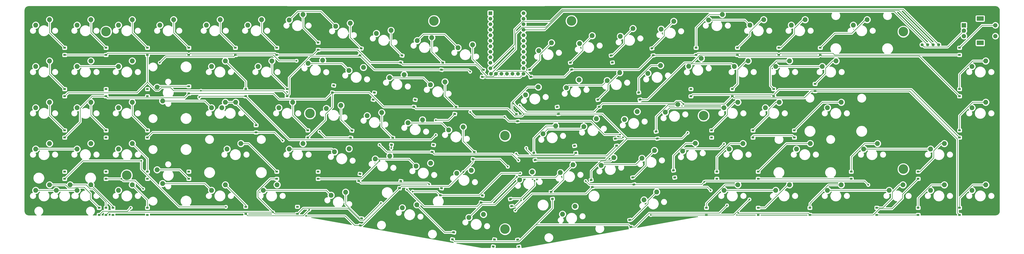
<source format=gbr>
%TF.GenerationSoftware,KiCad,Pcbnew,(5.1.10)-1*%
%TF.CreationDate,2021-09-04T11:57:45-07:00*%
%TF.ProjectId,V2,56322e6b-6963-4616-945f-706362585858,rev?*%
%TF.SameCoordinates,Original*%
%TF.FileFunction,Copper,L2,Bot*%
%TF.FilePolarity,Positive*%
%FSLAX46Y46*%
G04 Gerber Fmt 4.6, Leading zero omitted, Abs format (unit mm)*
G04 Created by KiCad (PCBNEW (5.1.10)-1) date 2021-09-04 11:57:45*
%MOMM*%
%LPD*%
G01*
G04 APERTURE LIST*
%TA.AperFunction,ComponentPad*%
%ADD10C,1.397000*%
%TD*%
%TA.AperFunction,ComponentPad*%
%ADD11C,1.752600*%
%TD*%
%TA.AperFunction,ComponentPad*%
%ADD12R,1.752600X1.752600*%
%TD*%
%TA.AperFunction,ComponentPad*%
%ADD13C,2.250000*%
%TD*%
%TA.AperFunction,ComponentPad*%
%ADD14C,4.400000*%
%TD*%
%TA.AperFunction,SMDPad,CuDef*%
%ADD15R,1.200000X0.900000*%
%TD*%
%TA.AperFunction,SMDPad,CuDef*%
%ADD16C,0.100000*%
%TD*%
%TA.AperFunction,ComponentPad*%
%ADD17C,2.000000*%
%TD*%
%TA.AperFunction,ComponentPad*%
%ADD18R,3.200000X2.000000*%
%TD*%
%TA.AperFunction,ComponentPad*%
%ADD19R,2.000000X2.000000*%
%TD*%
%TA.AperFunction,ViaPad*%
%ADD20C,0.800000*%
%TD*%
%TA.AperFunction,Conductor*%
%ADD21C,0.250000*%
%TD*%
%TA.AperFunction,NonConductor*%
%ADD22C,0.254000*%
%TD*%
%TA.AperFunction,NonConductor*%
%ADD23C,0.100000*%
%TD*%
G04 APERTURE END LIST*
D10*
%TO.P,OL1,4*%
%TO.N,GND*%
X404190200Y-6477000D03*
%TO.P,OL1,3*%
%TO.N,VCC*%
X406730200Y-6477000D03*
%TO.P,OL1,2*%
%TO.N,Data2*%
X409270200Y-6477000D03*
%TO.P,OL1,1*%
%TO.N,Data1*%
X411810200Y-6477000D03*
%TD*%
D11*
%TO.P,U1,25*%
%TO.N,Row0*%
X208051400Y-19888200D03*
%TO.P,U1,26*%
%TO.N,Row1*%
X210591400Y-19888200D03*
%TO.P,U1,27*%
%TO.N,Row4*%
X213131400Y-19888200D03*
%TO.P,U1,28*%
%TO.N,Row2*%
X215671400Y-19888200D03*
%TO.P,U1,29*%
%TO.N,Row3*%
X218211400Y-19888200D03*
%TO.P,U1,24*%
%TO.N,EN1*%
X220751400Y8051800D03*
%TO.P,U1,12*%
%TO.N,Data2*%
X205740000Y-19888200D03*
%TO.P,U1,23*%
%TO.N,GND*%
X220751400Y5511800D03*
%TO.P,U1,22*%
%TO.N,Net-(U1-Pad22)*%
X220751400Y2971800D03*
%TO.P,U1,21*%
%TO.N,VCC*%
X220751400Y431800D03*
%TO.P,U1,20*%
%TO.N,EN2*%
X220751400Y-2108200D03*
%TO.P,U1,19*%
%TO.N,Col11*%
X220751400Y-4648200D03*
%TO.P,U1,18*%
%TO.N,Col10*%
X220751400Y-7188200D03*
%TO.P,U1,17*%
%TO.N,Col9*%
X220751400Y-9728200D03*
%TO.P,U1,16*%
%TO.N,Col8*%
X220751400Y-12268200D03*
%TO.P,U1,15*%
%TO.N,Col7*%
X220751400Y-14808200D03*
%TO.P,U1,14*%
%TO.N,Col6*%
X220751400Y-17348200D03*
%TO.P,U1,13*%
%TO.N,Row7*%
X220751400Y-19888200D03*
%TO.P,U1,11*%
%TO.N,Data1*%
X205511400Y-17348200D03*
%TO.P,U1,10*%
%TO.N,Row6*%
X205511400Y-14808200D03*
%TO.P,U1,9*%
%TO.N,Row5*%
X205511400Y-12268200D03*
%TO.P,U1,8*%
%TO.N,Col5*%
X205511400Y-9728200D03*
%TO.P,U1,7*%
%TO.N,Col4*%
X205511400Y-7188200D03*
%TO.P,U1,6*%
%TO.N,Col3*%
X205511400Y-4648200D03*
%TO.P,U1,5*%
%TO.N,Col2*%
X205511400Y-2108200D03*
%TO.P,U1,4*%
%TO.N,Net-(U1-Pad4)*%
X205511400Y431800D03*
%TO.P,U1,3*%
%TO.N,Net-(U1-Pad3)*%
X205511400Y2971800D03*
%TO.P,U1,2*%
%TO.N,Col1*%
X205511400Y5511800D03*
D12*
%TO.P,U1,1*%
%TO.N,Col0*%
X205511400Y8051800D03*
%TD*%
D13*
%TO.P,MX90,2*%
%TO.N,Net-(D22-Pad2)*%
X83502500Y-33020000D03*
%TO.P,MX90,1*%
%TO.N,Col2*%
X77152500Y-35560000D03*
%TD*%
D14*
%TO.P,H11,1*%
%TO.N,N/C*%
X395592300Y-431800D03*
%TD*%
%TO.P,H9,1*%
%TO.N,N/C*%
X179552600Y4508500D03*
%TD*%
%TO.P,H8,1*%
%TO.N,N/C*%
X395592300Y-63855600D03*
%TD*%
%TO.P,H7,1*%
%TO.N,N/C*%
X38100000Y-66675000D03*
%TD*%
%TO.P,H6,1*%
%TO.N,N/C*%
X28575000Y-431800D03*
%TD*%
%TO.P,H5,1*%
%TO.N,N/C*%
X212229700Y-91541600D03*
%TD*%
%TO.P,H4,1*%
%TO.N,N/C*%
X212229700Y-48450500D03*
%TD*%
%TO.P,H3,1*%
%TO.N,N/C*%
X303631600Y-39166800D03*
%TD*%
%TO.P,H2,1*%
%TO.N,N/C*%
X242824000Y4508500D03*
%TD*%
%TO.P,H1,1*%
%TO.N,N/C*%
X122440700Y-38163500D03*
%TD*%
D13*
%TO.P,MX23,2*%
%TO.N,Net-(D23-Pad2)*%
X83502500Y-13970000D03*
%TO.P,MX23,1*%
%TO.N,Col2*%
X77152500Y-16510000D03*
%TD*%
%TO.P,MX5,2*%
%TO.N,Net-(D5-Pad2)*%
X12065000Y-71120000D03*
%TO.P,MX5,1*%
%TO.N,Col0*%
X5715000Y-73660000D03*
%TD*%
%TO.P,MX78,2*%
%TO.N,Net-(D78-Pad2)*%
X352716543Y-52070000D03*
%TO.P,MX78,1*%
%TO.N,Col9*%
X346366543Y-54610000D03*
%TD*%
%TO.P,MX92,2*%
%TO.N,Net-(D92-Pad2)*%
X433489043Y-71120000D03*
%TO.P,MX92,1*%
%TO.N,Col11*%
X427139043Y-73660000D03*
%TD*%
%TO.P,MX91,2*%
%TO.N,Net-(D91-Pad2)*%
X433489043Y-33020000D03*
%TO.P,MX91,1*%
%TO.N,Col11*%
X427139043Y-35560000D03*
%TD*%
%TO.P,MX89,2*%
%TO.N,Net-(D89-Pad2)*%
X433489043Y-13970000D03*
%TO.P,MX89,1*%
%TO.N,Col11*%
X427139043Y-16510000D03*
%TD*%
%TO.P,MX88,2*%
%TO.N,Net-(D88-Pad2)*%
X414439043Y-71120000D03*
%TO.P,MX88,1*%
%TO.N,Col10*%
X408089043Y-73660000D03*
%TD*%
%TO.P,MX87,2*%
%TO.N,Net-(D87-Pad2)*%
X414439043Y-52070000D03*
%TO.P,MX87,1*%
%TO.N,Col10*%
X408089043Y-54610000D03*
%TD*%
%TO.P,MX86,2*%
%TO.N,Net-(D86-Pad2)*%
X383672793Y-52070000D03*
%TO.P,MX86,1*%
%TO.N,Col10*%
X377322793Y-54610000D03*
%TD*%
%TO.P,MX85,2*%
%TO.N,Net-(D85-Pad2)*%
X367004043Y-33020000D03*
%TO.P,MX85,1*%
%TO.N,Col10*%
X360654043Y-35560000D03*
%TD*%
%TO.P,MX84,2*%
%TO.N,Net-(D84-Pad2)*%
X364622793Y-13970000D03*
%TO.P,MX84,1*%
%TO.N,Col10*%
X358272793Y-16510000D03*
%TD*%
%TO.P,MX83,2*%
%TO.N,Net-(D83-Pad2)*%
X343191543Y-13970000D03*
%TO.P,MX83,1*%
%TO.N,Col10*%
X336841543Y-16510000D03*
%TD*%
%TO.P,MX82,2*%
%TO.N,Net-(D82-Pad2)*%
X378910293Y5080000D03*
%TO.P,MX82,1*%
%TO.N,Col10*%
X372560293Y2540000D03*
%TD*%
%TO.P,MX81,2*%
%TO.N,Net-(D81-Pad2)*%
X350335293Y5080000D03*
%TO.P,MX81,1*%
%TO.N,Col10*%
X343985293Y2540000D03*
%TD*%
%TO.P,MX80,2*%
%TO.N,Net-(D80-Pad2)*%
X395389043Y-71120000D03*
%TO.P,MX80,1*%
%TO.N,Col9*%
X389039043Y-73660000D03*
%TD*%
%TO.P,MX79,2*%
%TO.N,Net-(D79-Pad2)*%
X367004043Y-71120000D03*
%TO.P,MX79,1*%
%TO.N,Col9*%
X360654043Y-73660000D03*
%TD*%
%TO.P,MX77,2*%
%TO.N,Net-(D77-Pad2)*%
X338429043Y-33020000D03*
%TO.P,MX77,1*%
%TO.N,Col9*%
X332079043Y-35560000D03*
%TD*%
%TO.P,MX76,2*%
%TO.N,Net-(D76-Pad2)*%
X324141543Y-13970000D03*
%TO.P,MX76,1*%
%TO.N,Col9*%
X317791543Y-16510000D03*
%TD*%
%TO.P,MX75,2*%
%TO.N,Net-(D75-Pad2)*%
X302571612Y-12762841D03*
%TO.P,MX75,1*%
%TO.N,Col9*%
X296759149Y-16366919D03*
%TD*%
%TO.P,MX74,2*%
%TO.N,Net-(D74-Pad2)*%
X331285293Y5080000D03*
%TO.P,MX74,1*%
%TO.N,Col9*%
X324935293Y2540000D03*
%TD*%
%TO.P,MX73,2*%
%TO.N,Net-(D73-Pad2)*%
X312235293Y7461250D03*
%TO.P,MX73,1*%
%TO.N,Col9*%
X305885293Y4921250D03*
%TD*%
%TO.P,MX72,2*%
%TO.N,Net-(D72-Pad2)*%
X319379043Y-33020000D03*
%TO.P,MX72,1*%
%TO.N,Col8*%
X313029043Y-35560000D03*
%TD*%
%TO.P,MX71,2*%
%TO.N,Net-(D71-Pad2)*%
X321760293Y-52070000D03*
%TO.P,MX71,1*%
%TO.N,Col8*%
X315410293Y-54610000D03*
%TD*%
%TO.P,MX70,2*%
%TO.N,Net-(D70-Pad2)*%
X343191543Y-71120000D03*
%TO.P,MX70,1*%
%TO.N,Col8*%
X336841543Y-73660000D03*
%TD*%
%TO.P,MX69,2*%
%TO.N,Net-(D69-Pad2)*%
X319379043Y-71120000D03*
%TO.P,MX69,1*%
%TO.N,Col8*%
X313029043Y-73660000D03*
%TD*%
%TO.P,MX68,2*%
%TO.N,Net-(D68-Pad2)*%
X299807313Y-51938013D03*
%TO.P,MX68,1*%
%TO.N,Col8*%
X293994850Y-55542091D03*
%TD*%
%TO.P,MX67,2*%
%TO.N,Net-(D67-Pad2)*%
X291809169Y-34004426D03*
%TO.P,MX67,1*%
%TO.N,Col8*%
X285996706Y-37608504D03*
%TD*%
%TO.P,MX66,2*%
%TO.N,Net-(D66-Pad2)*%
X283811025Y-16070838D03*
%TO.P,MX66,1*%
%TO.N,Col8*%
X277998562Y-19674916D03*
%TD*%
%TO.P,MX65,2*%
%TO.N,Net-(D65-Pad2)*%
X289883322Y4343748D03*
%TO.P,MX65,1*%
%TO.N,Col8*%
X284070859Y739670D03*
%TD*%
%TO.P,MX64,2*%
%TO.N,Net-(D64-Pad2)*%
X281046726Y-55246010D03*
%TO.P,MX64,1*%
%TO.N,Col7*%
X275234263Y-58850088D03*
%TD*%
%TO.P,MX63,2*%
%TO.N,Net-(D63-Pad2)*%
X282009650Y-74420096D03*
%TO.P,MX63,1*%
%TO.N,Col7*%
X276197187Y-78024174D03*
%TD*%
%TO.P,MX62,2*%
%TO.N,Net-(D62-Pad2)*%
X262286139Y-58554007D03*
%TO.P,MX62,1*%
%TO.N,Col7*%
X256473676Y-62158085D03*
%TD*%
%TO.P,MX61,2*%
%TO.N,Net-(D61-Pad2)*%
X273048582Y-37312423D03*
%TO.P,MX61,1*%
%TO.N,Col7*%
X267236119Y-40916501D03*
%TD*%
%TO.P,MX60,2*%
%TO.N,Net-(D60-Pad2)*%
X265050438Y-19378835D03*
%TO.P,MX60,1*%
%TO.N,Col7*%
X259237975Y-22982913D03*
%TD*%
%TO.P,MX59,2*%
%TO.N,Net-(D59-Pad2)*%
X246289851Y-22686832D03*
%TO.P,MX59,1*%
%TO.N,Col7*%
X240477388Y-26290910D03*
%TD*%
%TO.P,MX58,2*%
%TO.N,Net-(D58-Pad2)*%
X271122735Y1035751D03*
%TO.P,MX58,1*%
%TO.N,Col7*%
X265310272Y-2568327D03*
%TD*%
%TO.P,MX57,2*%
%TO.N,Net-(D57-Pad2)*%
X252362148Y-2272246D03*
%TO.P,MX57,1*%
%TO.N,Col7*%
X246549685Y-5876324D03*
%TD*%
%TO.P,MX56,2*%
%TO.N,Net-(D56-Pad2)*%
X254287995Y-40620420D03*
%TO.P,MX56,1*%
%TO.N,Col6*%
X248475532Y-44224498D03*
%TD*%
%TO.P,MX55,2*%
%TO.N,Net-(D55-Pad2)*%
X243525552Y-61862004D03*
%TO.P,MX55,1*%
%TO.N,Col6*%
X237713089Y-65466082D03*
%TD*%
%TO.P,MX54,2*%
%TO.N,Net-(D54-Pad2)*%
X244488475Y-81036091D03*
%TO.P,MX54,1*%
%TO.N,Col6*%
X238676012Y-84640169D03*
%TD*%
%TO.P,MX53,2*%
%TO.N,Net-(D53-Pad2)*%
X202325412Y-84730023D03*
%TO.P,MX53,1*%
%TO.N,Col6*%
X195630817Y-86128769D03*
%TD*%
%TO.P,MX52,2*%
%TO.N,Net-(D52-Pad2)*%
X224764965Y-65170001D03*
%TO.P,MX52,1*%
%TO.N,Col6*%
X218952502Y-68774079D03*
%TD*%
%TO.P,MX51,2*%
%TO.N,Net-(D51-Pad2)*%
X235527408Y-43928417D03*
%TO.P,MX51,1*%
%TO.N,Col6*%
X229714945Y-47532495D03*
%TD*%
%TO.P,MX50,2*%
%TO.N,Net-(D50-Pad2)*%
X227529264Y-25994829D03*
%TO.P,MX50,1*%
%TO.N,Col6*%
X221716801Y-29598907D03*
%TD*%
%TO.P,MX49,2*%
%TO.N,Net-(D49-Pad2)*%
X233601561Y-5580243D03*
%TO.P,MX49,1*%
%TO.N,Col6*%
X227789098Y-9184321D03*
%TD*%
%TO.P,MX48,2*%
%TO.N,Net-(D48-Pad2)*%
X197265826Y-6462376D03*
%TO.P,MX48,1*%
%TO.N,Col5*%
X190571231Y-7861122D03*
%TD*%
%TO.P,MX47,2*%
%TO.N,Net-(D47-Pad2)*%
X184577536Y-23568965D03*
%TO.P,MX47,1*%
%TO.N,Col5*%
X177882941Y-24967711D03*
%TD*%
%TO.P,MX46,2*%
%TO.N,Net-(D46-Pad2)*%
X192994907Y-44397051D03*
%TO.P,MX46,1*%
%TO.N,Col5*%
X186300312Y-45795797D03*
%TD*%
%TO.P,MX45,2*%
%TO.N,Net-(D45-Pad2)*%
X196722129Y-64398136D03*
%TO.P,MX45,1*%
%TO.N,Col5*%
X190027534Y-65796882D03*
%TD*%
%TO.P,MX44,2*%
%TO.N,Net-(D44-Pad2)*%
X174234320Y-41089054D03*
%TO.P,MX44,1*%
%TO.N,Col5*%
X167539725Y-42487800D03*
%TD*%
%TO.P,MX43,2*%
%TO.N,Net-(D43-Pad2)*%
X165816949Y-20260968D03*
%TO.P,MX43,1*%
%TO.N,Col5*%
X159122354Y-21659714D03*
%TD*%
%TO.P,MX42,2*%
%TO.N,Net-(D42-Pad2)*%
X178505239Y-3154379D03*
%TO.P,MX42,1*%
%TO.N,Col5*%
X171810644Y-4553125D03*
%TD*%
%TO.P,MX41,2*%
%TO.N,Net-(D41-Pad2)*%
X159744652Y153618D03*
%TO.P,MX41,1*%
%TO.N,Col5*%
X153050057Y-1245128D03*
%TD*%
%TO.P,MX40,2*%
%TO.N,Net-(D40-Pad2)*%
X177961542Y-61090139D03*
%TO.P,MX40,1*%
%TO.N,Col4*%
X171266947Y-62488885D03*
%TD*%
%TO.P,MX39,2*%
%TO.N,Net-(D39-Pad2)*%
X171674057Y-80292556D03*
%TO.P,MX39,1*%
%TO.N,Col4*%
X164979462Y-81691302D03*
%TD*%
%TO.P,MX38,2*%
%TO.N,Net-(D38-Pad2)*%
X159200955Y-57782142D03*
%TO.P,MX38,1*%
%TO.N,Col4*%
X152506360Y-59180888D03*
%TD*%
%TO.P,MX37,2*%
%TO.N,Net-(D37-Pad2)*%
X155473733Y-37781057D03*
%TO.P,MX37,1*%
%TO.N,Col4*%
X148779138Y-39179803D03*
%TD*%
%TO.P,MX36,2*%
%TO.N,Net-(D36-Pad2)*%
X147056362Y-16952971D03*
%TO.P,MX36,1*%
%TO.N,Col4*%
X140361767Y-18351717D03*
%TD*%
%TO.P,MX35,2*%
%TO.N,Net-(D35-Pad2)*%
X128295775Y-13644974D03*
%TO.P,MX35,1*%
%TO.N,Col4*%
X121601180Y-15043720D03*
%TD*%
%TO.P,MX34,2*%
%TO.N,Net-(D34-Pad2)*%
X140984065Y3461615D03*
%TO.P,MX34,1*%
%TO.N,Col4*%
X134289470Y2062869D03*
%TD*%
%TO.P,MX33,2*%
%TO.N,Net-(D33-Pad2)*%
X119221250Y7461250D03*
%TO.P,MX33,1*%
%TO.N,Col4*%
X112871250Y4921250D03*
%TD*%
%TO.P,MX32,2*%
%TO.N,Net-(D32-Pad2)*%
X136713146Y-34473060D03*
%TO.P,MX32,1*%
%TO.N,Col3*%
X130018551Y-35871806D03*
%TD*%
%TO.P,MX31,2*%
%TO.N,Net-(D31-Pad2)*%
X140440368Y-54474145D03*
%TO.P,MX31,1*%
%TO.N,Col3*%
X133745773Y-55872891D03*
%TD*%
%TO.P,MX30,2*%
%TO.N,Net-(D30-Pad2)*%
X138843029Y-74503560D03*
%TO.P,MX30,1*%
%TO.N,Col3*%
X132148434Y-75902306D03*
%TD*%
%TO.P,MX29,2*%
%TO.N,Net-(D29-Pad2)*%
X107315000Y-71120000D03*
%TO.P,MX29,1*%
%TO.N,Col3*%
X100965000Y-73660000D03*
%TD*%
%TO.P,MX28,2*%
%TO.N,Net-(D28-Pad2)*%
X119221250Y-52070000D03*
%TO.P,MX28,1*%
%TO.N,Col3*%
X112871250Y-54610000D03*
%TD*%
%TO.P,MX27,2*%
%TO.N,Net-(D27-Pad2)*%
X114458750Y-33020000D03*
%TO.P,MX27,1*%
%TO.N,Col3*%
X108108750Y-35560000D03*
%TD*%
%TO.P,MX26,2*%
%TO.N,Net-(D26-Pad2)*%
X104933750Y-13970000D03*
%TO.P,MX26,1*%
%TO.N,Col3*%
X98583750Y-16510000D03*
%TD*%
%TO.P,MX25,2*%
%TO.N,Net-(D25-Pad2)*%
X100171250Y5080000D03*
%TO.P,MX25,1*%
%TO.N,Col3*%
X93821250Y2540000D03*
%TD*%
%TO.P,MX24,2*%
%TO.N,Net-(D24-Pad2)*%
X81121250Y5080000D03*
%TO.P,MX24,1*%
%TO.N,Col2*%
X74771250Y2540000D03*
%TD*%
%TO.P,MX22,1*%
%TO.N,Col2*%
X81915000Y-35560000D03*
%TO.P,MX22,2*%
%TO.N,Net-(D22-Pad2)*%
X88265000Y-33020000D03*
%TD*%
%TO.P,MX21,2*%
%TO.N,Net-(D21-Pad2)*%
X90646250Y-52070000D03*
%TO.P,MX21,1*%
%TO.N,Col2*%
X84296250Y-54610000D03*
%TD*%
%TO.P,MX20,2*%
%TO.N,Net-(D20-Pad2)*%
X83502500Y-71120000D03*
%TO.P,MX20,1*%
%TO.N,Col2*%
X77152500Y-73660000D03*
%TD*%
%TO.P,MX19,2*%
%TO.N,Net-(D19-Pad2)*%
X52070000Y-26035000D03*
%TO.P,MX19,1*%
%TO.N,Col2*%
X54610000Y-32385000D03*
%TD*%
%TO.P,MX18,2*%
%TO.N,Net-(D18-Pad2)*%
X52070000Y-64135000D03*
%TO.P,MX18,1*%
%TO.N,Col2*%
X54610000Y-70485000D03*
%TD*%
%TO.P,MX17,2*%
%TO.N,Net-(D17-Pad2)*%
X59690000Y5080000D03*
%TO.P,MX17,1*%
%TO.N,Col2*%
X53340000Y2540000D03*
%TD*%
%TO.P,MX16,2*%
%TO.N,Net-(D16-Pad2)*%
X40640000Y-71120000D03*
%TO.P,MX16,1*%
%TO.N,Col1*%
X34290000Y-73660000D03*
%TD*%
%TO.P,MX15,2*%
%TO.N,Net-(D15-Pad2)*%
X40640000Y-52070000D03*
%TO.P,MX15,1*%
%TO.N,Col1*%
X34290000Y-54610000D03*
%TD*%
%TO.P,MX14,2*%
%TO.N,Net-(D14-Pad2)*%
X40640000Y-33020000D03*
%TO.P,MX14,1*%
%TO.N,Col1*%
X34290000Y-35560000D03*
%TD*%
%TO.P,MX13,2*%
%TO.N,Net-(D13-Pad2)*%
X21590000Y-33020000D03*
%TO.P,MX13,1*%
%TO.N,Col1*%
X15240000Y-35560000D03*
%TD*%
%TO.P,MX12,2*%
%TO.N,Net-(D12-Pad2)*%
X40640000Y-13970000D03*
%TO.P,MX12,1*%
%TO.N,Col1*%
X34290000Y-16510000D03*
%TD*%
%TO.P,MX11,2*%
%TO.N,Net-(D11-Pad2)*%
X21590000Y-13970000D03*
%TO.P,MX11,1*%
%TO.N,Col1*%
X15240000Y-16510000D03*
%TD*%
%TO.P,MX10,2*%
%TO.N,Net-(D10-Pad2)*%
X40640000Y5080000D03*
%TO.P,MX10,1*%
%TO.N,Col1*%
X34290000Y2540000D03*
%TD*%
%TO.P,MX9,2*%
%TO.N,Net-(D9-Pad2)*%
X21590000Y5080000D03*
%TO.P,MX9,1*%
%TO.N,Col1*%
X15240000Y2540000D03*
%TD*%
%TO.P,MX8,2*%
%TO.N,Net-(D8-Pad2)*%
X21590000Y-52070000D03*
%TO.P,MX8,1*%
%TO.N,Col0*%
X15240000Y-54610000D03*
%TD*%
%TO.P,MX7,2*%
%TO.N,Net-(D7-Pad2)*%
X2540000Y-71120000D03*
%TO.P,MX7,1*%
%TO.N,Col0*%
X-3810000Y-73660000D03*
%TD*%
%TO.P,MX6,2*%
%TO.N,Net-(D6-Pad2)*%
X21590000Y-71120000D03*
%TO.P,MX6,1*%
%TO.N,Col0*%
X15240000Y-73660000D03*
%TD*%
%TO.P,MX4,2*%
%TO.N,Net-(D4-Pad2)*%
X2540000Y-52070000D03*
%TO.P,MX4,1*%
%TO.N,Col0*%
X-3810000Y-54610000D03*
%TD*%
%TO.P,MX3,2*%
%TO.N,Net-(D3-Pad2)*%
X2540000Y-33020000D03*
%TO.P,MX3,1*%
%TO.N,Col0*%
X-3810000Y-35560000D03*
%TD*%
%TO.P,MX2,2*%
%TO.N,Net-(D2-Pad2)*%
X2540000Y-13970000D03*
%TO.P,MX2,1*%
%TO.N,Col0*%
X-3810000Y-16510000D03*
%TD*%
%TO.P,MX1,2*%
%TO.N,Net-(D1-Pad2)*%
X2540000Y5080000D03*
%TO.P,MX1,1*%
%TO.N,Col0*%
X-3810000Y2540000D03*
%TD*%
D15*
%TO.P,D92,2*%
%TO.N,Net-(D92-Pad2)*%
X421424043Y-81693750D03*
%TO.P,D92,1*%
%TO.N,Row3*%
X421424043Y-84993750D03*
%TD*%
%TO.P,D91,2*%
%TO.N,Net-(D91-Pad2)*%
X421424043Y-45975000D03*
%TO.P,D91,1*%
%TO.N,Row2*%
X421424043Y-49275000D03*
%TD*%
%TO.P,D89,2*%
%TO.N,Net-(D89-Pad2)*%
X421424043Y-26925000D03*
%TO.P,D89,1*%
%TO.N,Row1*%
X421424043Y-30225000D03*
%TD*%
%TO.P,D88,2*%
%TO.N,Net-(D88-Pad2)*%
X402374043Y-81693750D03*
%TO.P,D88,1*%
%TO.N,Row7*%
X402374043Y-84993750D03*
%TD*%
%TO.P,D87,2*%
%TO.N,Net-(D87-Pad2)*%
X402374043Y-65025000D03*
%TO.P,D87,1*%
%TO.N,Row6*%
X402374043Y-68325000D03*
%TD*%
%TO.P,D86,2*%
%TO.N,Net-(D86-Pad2)*%
X371607793Y-65025000D03*
%TO.P,D86,1*%
%TO.N,Row5*%
X371607793Y-68325000D03*
%TD*%
%TO.P,D85,2*%
%TO.N,Net-(D85-Pad2)*%
X345414043Y-45975000D03*
%TO.P,D85,1*%
%TO.N,Row4*%
X345414043Y-49275000D03*
%TD*%
%TO.P,D84,2*%
%TO.N,Net-(D84-Pad2)*%
X354939043Y-24543750D03*
%TO.P,D84,1*%
%TO.N,Row3*%
X354939043Y-27843750D03*
%TD*%
%TO.P,D83,2*%
%TO.N,Net-(D83-Pad2)*%
X335889043Y-26925000D03*
%TO.P,D83,1*%
%TO.N,Row2*%
X335889043Y-30225000D03*
%TD*%
%TO.P,D82,2*%
%TO.N,Net-(D82-Pad2)*%
X357320293Y-7875000D03*
%TO.P,D82,1*%
%TO.N,Row1*%
X357320293Y-11175000D03*
%TD*%
%TO.P,D81,2*%
%TO.N,Net-(D81-Pad2)*%
X338270293Y-7875000D03*
%TO.P,D81,1*%
%TO.N,Row0*%
X338270293Y-11175000D03*
%TD*%
%TO.P,D80,2*%
%TO.N,Net-(D80-Pad2)*%
X383324043Y-81693750D03*
%TO.P,D80,1*%
%TO.N,Row7*%
X383324043Y-84993750D03*
%TD*%
%TO.P,D79,2*%
%TO.N,Net-(D79-Pad2)*%
X352557793Y-81693750D03*
%TO.P,D79,1*%
%TO.N,Row6*%
X352557793Y-84993750D03*
%TD*%
%TO.P,D78,2*%
%TO.N,Net-(D78-Pad2)*%
X328745293Y-65025000D03*
%TO.P,D78,1*%
%TO.N,Row5*%
X328745293Y-68325000D03*
%TD*%
%TO.P,D77,2*%
%TO.N,Net-(D77-Pad2)*%
X326364043Y-45975000D03*
%TO.P,D77,1*%
%TO.N,Row4*%
X326364043Y-49275000D03*
%TD*%
%TO.P,D76,2*%
%TO.N,Net-(D76-Pad2)*%
X316839043Y-26925000D03*
%TO.P,D76,1*%
%TO.N,Row3*%
X316839043Y-30225000D03*
%TD*%
%TO.P,D75,2*%
%TO.N,Net-(D75-Pad2)*%
X297789043Y-26925000D03*
%TO.P,D75,1*%
%TO.N,Row2*%
X297789043Y-30225000D03*
%TD*%
%TO.P,D74,2*%
%TO.N,Net-(D74-Pad2)*%
X319220293Y-7875000D03*
%TO.P,D74,1*%
%TO.N,Row1*%
X319220293Y-11175000D03*
%TD*%
%TO.P,D73,2*%
%TO.N,Net-(D73-Pad2)*%
X300170293Y-7875000D03*
%TO.P,D73,1*%
%TO.N,Row0*%
X300170293Y-11175000D03*
%TD*%
%TO.P,D72,2*%
%TO.N,Net-(D72-Pad2)*%
X307314043Y-45975000D03*
%TO.P,D72,1*%
%TO.N,Row7*%
X307314043Y-49275000D03*
%TD*%
%TO.P,D71,2*%
%TO.N,Net-(D71-Pad2)*%
X309695293Y-65025000D03*
%TO.P,D71,1*%
%TO.N,Row6*%
X309695293Y-68325000D03*
%TD*%
%TO.P,D70,2*%
%TO.N,Net-(D70-Pad2)*%
X328745293Y-81693750D03*
%TO.P,D70,1*%
%TO.N,Row5*%
X328745293Y-84993750D03*
%TD*%
%TO.P,D69,2*%
%TO.N,Net-(D69-Pad2)*%
X304932793Y-81693750D03*
%TO.P,D69,1*%
%TO.N,Row4*%
X304932793Y-84993750D03*
%TD*%
%TA.AperFunction,SMDPad,CuDef*%
D16*
%TO.P,D68,2*%
%TO.N,Net-(D68-Pad2)*%
G36*
X290425107Y-64779442D02*
G01*
X289243338Y-64987819D01*
X289087055Y-64101492D01*
X290268824Y-63893115D01*
X290425107Y-64779442D01*
G37*
%TD.AperFunction*%
%TA.AperFunction,SMDPad,CuDef*%
%TO.P,D68,1*%
%TO.N,Row3*%
G36*
X290998145Y-68029308D02*
G01*
X289816376Y-68237685D01*
X289660093Y-67351358D01*
X290841862Y-67142981D01*
X290998145Y-68029308D01*
G37*
%TD.AperFunction*%
%TD*%
%TA.AperFunction,SMDPad,CuDef*%
%TO.P,D67,2*%
%TO.N,Net-(D67-Pad2)*%
G36*
X282436807Y-46821642D02*
G01*
X281255038Y-47030019D01*
X281098755Y-46143692D01*
X282280524Y-45935315D01*
X282436807Y-46821642D01*
G37*
%TD.AperFunction*%
%TA.AperFunction,SMDPad,CuDef*%
%TO.P,D67,1*%
%TO.N,Row2*%
G36*
X283009845Y-50071508D02*
G01*
X281828076Y-50279885D01*
X281671793Y-49393558D01*
X282853562Y-49185181D01*
X283009845Y-50071508D01*
G37*
%TD.AperFunction*%
%TD*%
%TA.AperFunction,SMDPad,CuDef*%
%TO.P,D66,2*%
%TO.N,Net-(D66-Pad2)*%
G36*
X274423107Y-28863842D02*
G01*
X273241338Y-29072219D01*
X273085055Y-28185892D01*
X274266824Y-27977515D01*
X274423107Y-28863842D01*
G37*
%TD.AperFunction*%
%TA.AperFunction,SMDPad,CuDef*%
%TO.P,D66,1*%
%TO.N,Row1*%
G36*
X274996145Y-32113708D02*
G01*
X273814376Y-32322085D01*
X273658093Y-31435758D01*
X274839862Y-31227381D01*
X274996145Y-32113708D01*
G37*
%TD.AperFunction*%
%TD*%
%TA.AperFunction,SMDPad,CuDef*%
%TO.P,D65,2*%
%TO.N,Net-(D65-Pad2)*%
G36*
X280506407Y-8454942D02*
G01*
X279324638Y-8663319D01*
X279168355Y-7776992D01*
X280350124Y-7568615D01*
X280506407Y-8454942D01*
G37*
%TD.AperFunction*%
%TA.AperFunction,SMDPad,CuDef*%
%TO.P,D65,1*%
%TO.N,Row0*%
G36*
X281079445Y-11704808D02*
G01*
X279897676Y-11913185D01*
X279741393Y-11026858D01*
X280923162Y-10818481D01*
X281079445Y-11704808D01*
G37*
%TD.AperFunction*%
%TD*%
%TA.AperFunction,SMDPad,CuDef*%
%TO.P,D64,2*%
%TO.N,Net-(D64-Pad2)*%
G36*
X271667207Y-68030642D02*
G01*
X270485438Y-68239019D01*
X270329155Y-67352692D01*
X271510924Y-67144315D01*
X271667207Y-68030642D01*
G37*
%TD.AperFunction*%
%TA.AperFunction,SMDPad,CuDef*%
%TO.P,D64,1*%
%TO.N,Row7*%
G36*
X272240245Y-71280508D02*
G01*
X271058476Y-71488885D01*
X270902193Y-70602558D01*
X272083962Y-70394181D01*
X272240245Y-71280508D01*
G37*
%TD.AperFunction*%
%TD*%
%TA.AperFunction,SMDPad,CuDef*%
%TO.P,D63,2*%
%TO.N,Net-(D63-Pad2)*%
G36*
X270282907Y-87626742D02*
G01*
X269101138Y-87835119D01*
X268944855Y-86948792D01*
X270126624Y-86740415D01*
X270282907Y-87626742D01*
G37*
%TD.AperFunction*%
%TA.AperFunction,SMDPad,CuDef*%
%TO.P,D63,1*%
%TO.N,Row6*%
G36*
X270855945Y-90876608D02*
G01*
X269674176Y-91084985D01*
X269517893Y-90198658D01*
X270699662Y-89990281D01*
X270855945Y-90876608D01*
G37*
%TD.AperFunction*%
%TD*%
%TA.AperFunction,SMDPad,CuDef*%
%TO.P,D62,2*%
%TO.N,Net-(D62-Pad2)*%
G36*
X252528307Y-69224442D02*
G01*
X251346538Y-69432819D01*
X251190255Y-68546492D01*
X252372024Y-68338115D01*
X252528307Y-69224442D01*
G37*
%TD.AperFunction*%
%TA.AperFunction,SMDPad,CuDef*%
%TO.P,D62,1*%
%TO.N,Row5*%
G36*
X253101345Y-72474308D02*
G01*
X251919576Y-72682685D01*
X251763293Y-71796358D01*
X252945062Y-71587981D01*
X253101345Y-72474308D01*
G37*
%TD.AperFunction*%
%TD*%
%TA.AperFunction,SMDPad,CuDef*%
%TO.P,D61,2*%
%TO.N,Net-(D61-Pad2)*%
G36*
X263666207Y-50136342D02*
G01*
X262484438Y-50344719D01*
X262328155Y-49458392D01*
X263509924Y-49250015D01*
X263666207Y-50136342D01*
G37*
%TD.AperFunction*%
%TA.AperFunction,SMDPad,CuDef*%
%TO.P,D61,1*%
%TO.N,Row4*%
G36*
X264239245Y-53386208D02*
G01*
X263057476Y-53594585D01*
X262901193Y-52708258D01*
X264082962Y-52499881D01*
X264239245Y-53386208D01*
G37*
%TD.AperFunction*%
%TD*%
%TA.AperFunction,SMDPad,CuDef*%
%TO.P,D60,2*%
%TO.N,Net-(D60-Pad2)*%
G36*
X255665207Y-32191242D02*
G01*
X254483438Y-32399619D01*
X254327155Y-31513292D01*
X255508924Y-31304915D01*
X255665207Y-32191242D01*
G37*
%TD.AperFunction*%
%TA.AperFunction,SMDPad,CuDef*%
%TO.P,D60,1*%
%TO.N,Row3*%
G36*
X256238245Y-35441108D02*
G01*
X255056476Y-35649485D01*
X254900193Y-34763158D01*
X256081962Y-34554781D01*
X256238245Y-35441108D01*
G37*
%TD.AperFunction*%
%TD*%
%TA.AperFunction,SMDPad,CuDef*%
%TO.P,D59,2*%
%TO.N,Net-(D59-Pad2)*%
G36*
X236894607Y-35467842D02*
G01*
X235712838Y-35676219D01*
X235556555Y-34789892D01*
X236738324Y-34581515D01*
X236894607Y-35467842D01*
G37*
%TD.AperFunction*%
%TA.AperFunction,SMDPad,CuDef*%
%TO.P,D59,1*%
%TO.N,Row2*%
G36*
X237467645Y-38717708D02*
G01*
X236285876Y-38926085D01*
X236129593Y-38039758D01*
X237311362Y-37831381D01*
X237467645Y-38717708D01*
G37*
%TD.AperFunction*%
%TD*%
%TA.AperFunction,SMDPad,CuDef*%
%TO.P,D58,2*%
%TO.N,Net-(D58-Pad2)*%
G36*
X261735807Y-11756942D02*
G01*
X260554038Y-11965319D01*
X260397755Y-11078992D01*
X261579524Y-10870615D01*
X261735807Y-11756942D01*
G37*
%TD.AperFunction*%
%TA.AperFunction,SMDPad,CuDef*%
%TO.P,D58,1*%
%TO.N,Row1*%
G36*
X262308845Y-15006808D02*
G01*
X261127076Y-15215185D01*
X260970793Y-14328858D01*
X262152562Y-14120481D01*
X262308845Y-15006808D01*
G37*
%TD.AperFunction*%
%TD*%
%TA.AperFunction,SMDPad,CuDef*%
%TO.P,D57,2*%
%TO.N,Net-(D57-Pad2)*%
G36*
X242977907Y-15058942D02*
G01*
X241796138Y-15267319D01*
X241639855Y-14380992D01*
X242821624Y-14172615D01*
X242977907Y-15058942D01*
G37*
%TD.AperFunction*%
%TA.AperFunction,SMDPad,CuDef*%
%TO.P,D57,1*%
%TO.N,Row0*%
G36*
X243550945Y-18308808D02*
G01*
X242369176Y-18517185D01*
X242212893Y-17630858D01*
X243394662Y-17422481D01*
X243550945Y-18308808D01*
G37*
%TD.AperFunction*%
%TD*%
%TA.AperFunction,SMDPad,CuDef*%
%TO.P,D56,2*%
%TO.N,Net-(D56-Pad2)*%
G36*
X244895607Y-53425642D02*
G01*
X243713838Y-53634019D01*
X243557555Y-52747692D01*
X244739324Y-52539315D01*
X244895607Y-53425642D01*
G37*
%TD.AperFunction*%
%TA.AperFunction,SMDPad,CuDef*%
%TO.P,D56,1*%
%TO.N,Row7*%
G36*
X245468645Y-56675508D02*
G01*
X244286876Y-56883885D01*
X244130593Y-55997558D01*
X245312362Y-55789181D01*
X245468645Y-56675508D01*
G37*
%TD.AperFunction*%
%TD*%
%TA.AperFunction,SMDPad,CuDef*%
%TO.P,D55,2*%
%TO.N,Net-(D55-Pad2)*%
G36*
X234138707Y-74672742D02*
G01*
X232956938Y-74881119D01*
X232800655Y-73994792D01*
X233982424Y-73786415D01*
X234138707Y-74672742D01*
G37*
%TD.AperFunction*%
%TA.AperFunction,SMDPad,CuDef*%
%TO.P,D55,1*%
%TO.N,Row6*%
G36*
X234711745Y-77922608D02*
G01*
X233529976Y-78130985D01*
X233373693Y-77244658D01*
X234555462Y-77036281D01*
X234711745Y-77922608D01*
G37*
%TD.AperFunction*%
%TD*%
%TA.AperFunction,SMDPad,CuDef*%
%TO.P,D54,2*%
%TO.N,Net-(D54-Pad2)*%
G36*
X218682807Y-96719942D02*
G01*
X217501038Y-96928319D01*
X217344755Y-96041992D01*
X218526524Y-95833615D01*
X218682807Y-96719942D01*
G37*
%TD.AperFunction*%
%TA.AperFunction,SMDPad,CuDef*%
%TO.P,D54,1*%
%TO.N,Row5*%
G36*
X219255845Y-99969808D02*
G01*
X218074076Y-100178185D01*
X217917793Y-99291858D01*
X219099562Y-99083481D01*
X219255845Y-99969808D01*
G37*
%TD.AperFunction*%
%TD*%
%TA.AperFunction,SMDPad,CuDef*%
%TO.P,D53,2*%
%TO.N,Net-(D53-Pad2)*%
G36*
X207898162Y-96864819D02*
G01*
X206716393Y-96656442D01*
X206872676Y-95770115D01*
X208054445Y-95978492D01*
X207898162Y-96864819D01*
G37*
%TD.AperFunction*%
%TA.AperFunction,SMDPad,CuDef*%
%TO.P,D53,1*%
%TO.N,Row4*%
G36*
X207325124Y-100114685D02*
G01*
X206143355Y-99906308D01*
X206299638Y-99019981D01*
X207481407Y-99228358D01*
X207325124Y-100114685D01*
G37*
%TD.AperFunction*%
%TD*%
%TA.AperFunction,SMDPad,CuDef*%
%TO.P,D52,2*%
%TO.N,Net-(D52-Pad2)*%
G36*
X215368107Y-77987442D02*
G01*
X214186338Y-78195819D01*
X214030055Y-77309492D01*
X215211824Y-77101115D01*
X215368107Y-77987442D01*
G37*
%TD.AperFunction*%
%TA.AperFunction,SMDPad,CuDef*%
%TO.P,D52,1*%
%TO.N,Row3*%
G36*
X215941145Y-81237308D02*
G01*
X214759376Y-81445685D01*
X214603093Y-80559358D01*
X215784862Y-80350981D01*
X215941145Y-81237308D01*
G37*
%TD.AperFunction*%
%TD*%
%TA.AperFunction,SMDPad,CuDef*%
%TO.P,D51,2*%
%TO.N,Net-(D51-Pad2)*%
G36*
X226150407Y-56740342D02*
G01*
X224968638Y-56948719D01*
X224812355Y-56062392D01*
X225994124Y-55854015D01*
X226150407Y-56740342D01*
G37*
%TD.AperFunction*%
%TA.AperFunction,SMDPad,CuDef*%
%TO.P,D51,1*%
%TO.N,Row2*%
G36*
X226723445Y-59990208D02*
G01*
X225541676Y-60198585D01*
X225385393Y-59312258D01*
X226567162Y-59103881D01*
X226723445Y-59990208D01*
G37*
%TD.AperFunction*%
%TD*%
%TA.AperFunction,SMDPad,CuDef*%
%TO.P,D50,2*%
%TO.N,Net-(D50-Pad2)*%
G36*
X218149407Y-38820642D02*
G01*
X216967638Y-39029019D01*
X216811355Y-38142692D01*
X217993124Y-37934315D01*
X218149407Y-38820642D01*
G37*
%TD.AperFunction*%
%TA.AperFunction,SMDPad,CuDef*%
%TO.P,D50,1*%
%TO.N,Row1*%
G36*
X218722445Y-42070508D02*
G01*
X217540676Y-42278885D01*
X217384393Y-41392558D01*
X218566162Y-41184181D01*
X218722445Y-42070508D01*
G37*
%TD.AperFunction*%
%TD*%
%TA.AperFunction,SMDPad,CuDef*%
%TO.P,D49,2*%
%TO.N,Net-(D49-Pad2)*%
G36*
X224207307Y-18386342D02*
G01*
X223025538Y-18594719D01*
X222869255Y-17708392D01*
X224051024Y-17500015D01*
X224207307Y-18386342D01*
G37*
%TD.AperFunction*%
%TA.AperFunction,SMDPad,CuDef*%
%TO.P,D49,1*%
%TO.N,Row0*%
G36*
X224780345Y-21636208D02*
G01*
X223598576Y-21844585D01*
X223442293Y-20958258D01*
X224624062Y-20749881D01*
X224780345Y-21636208D01*
G37*
%TD.AperFunction*%
%TD*%
%TA.AperFunction,SMDPad,CuDef*%
%TO.P,D48,2*%
%TO.N,Net-(D48-Pad2)*%
G36*
X202830862Y-18582019D02*
G01*
X201649093Y-18373642D01*
X201805376Y-17487315D01*
X202987145Y-17695692D01*
X202830862Y-18582019D01*
G37*
%TD.AperFunction*%
%TA.AperFunction,SMDPad,CuDef*%
%TO.P,D48,1*%
%TO.N,Row7*%
G36*
X202257824Y-21831885D02*
G01*
X201076055Y-21623508D01*
X201232338Y-20737181D01*
X202414107Y-20945558D01*
X202257824Y-21831885D01*
G37*
%TD.AperFunction*%
%TD*%
%TA.AperFunction,SMDPad,CuDef*%
%TO.P,D47,2*%
%TO.N,Net-(D47-Pad2)*%
G36*
X190156262Y-35676219D02*
G01*
X188974493Y-35467842D01*
X189130776Y-34581515D01*
X190312545Y-34789892D01*
X190156262Y-35676219D01*
G37*
%TD.AperFunction*%
%TA.AperFunction,SMDPad,CuDef*%
%TO.P,D47,1*%
%TO.N,Row6*%
G36*
X189583224Y-38926085D02*
G01*
X188401455Y-38717708D01*
X188557738Y-37831381D01*
X189739507Y-38039758D01*
X189583224Y-38926085D01*
G37*
%TD.AperFunction*%
%TD*%
%TA.AperFunction,SMDPad,CuDef*%
%TO.P,D46,2*%
%TO.N,Net-(D46-Pad2)*%
G36*
X198550962Y-56529619D02*
G01*
X197369193Y-56321242D01*
X197525476Y-55434915D01*
X198707245Y-55643292D01*
X198550962Y-56529619D01*
G37*
%TD.AperFunction*%
%TA.AperFunction,SMDPad,CuDef*%
%TO.P,D46,1*%
%TO.N,Row5*%
G36*
X197977924Y-59779485D02*
G01*
X196796155Y-59571108D01*
X196952438Y-58684781D01*
X198134207Y-58893158D01*
X197977924Y-59779485D01*
G37*
%TD.AperFunction*%
%TD*%
%TA.AperFunction,SMDPad,CuDef*%
%TO.P,D45,2*%
%TO.N,Net-(D45-Pad2)*%
G36*
X202284762Y-76544819D02*
G01*
X201102993Y-76336442D01*
X201259276Y-75450115D01*
X202441045Y-75658492D01*
X202284762Y-76544819D01*
G37*
%TD.AperFunction*%
%TA.AperFunction,SMDPad,CuDef*%
%TO.P,D45,1*%
%TO.N,Row4*%
G36*
X201711724Y-79794685D02*
G01*
X200529955Y-79586308D01*
X200686238Y-78699981D01*
X201868007Y-78908358D01*
X201711724Y-79794685D01*
G37*
%TD.AperFunction*%
%TD*%
%TA.AperFunction,SMDPad,CuDef*%
%TO.P,D44,2*%
%TO.N,Net-(D44-Pad2)*%
G36*
X179793062Y-53227619D02*
G01*
X178611293Y-53019242D01*
X178767576Y-52132915D01*
X179949345Y-52341292D01*
X179793062Y-53227619D01*
G37*
%TD.AperFunction*%
%TA.AperFunction,SMDPad,CuDef*%
%TO.P,D44,1*%
%TO.N,Row3*%
G36*
X179220024Y-56477485D02*
G01*
X178038255Y-56269108D01*
X178194538Y-55382781D01*
X179376307Y-55591158D01*
X179220024Y-56477485D01*
G37*
%TD.AperFunction*%
%TD*%
%TA.AperFunction,SMDPad,CuDef*%
%TO.P,D43,2*%
%TO.N,Net-(D43-Pad2)*%
G36*
X171385662Y-32386919D02*
G01*
X170203893Y-32178542D01*
X170360176Y-31292215D01*
X171541945Y-31500592D01*
X171385662Y-32386919D01*
G37*
%TD.AperFunction*%
%TA.AperFunction,SMDPad,CuDef*%
%TO.P,D43,1*%
%TO.N,Row2*%
G36*
X170812624Y-35636785D02*
G01*
X169630855Y-35428408D01*
X169787138Y-34542081D01*
X170968907Y-34750458D01*
X170812624Y-35636785D01*
G37*
%TD.AperFunction*%
%TD*%
%TA.AperFunction,SMDPad,CuDef*%
%TO.P,D42,2*%
%TO.N,Net-(D42-Pad2)*%
G36*
X184060262Y-15280019D02*
G01*
X182878493Y-15071642D01*
X183034776Y-14185315D01*
X184216545Y-14393692D01*
X184060262Y-15280019D01*
G37*
%TD.AperFunction*%
%TA.AperFunction,SMDPad,CuDef*%
%TO.P,D42,1*%
%TO.N,Row1*%
G36*
X183487224Y-18529885D02*
G01*
X182305455Y-18321508D01*
X182461738Y-17435181D01*
X183643507Y-17643558D01*
X183487224Y-18529885D01*
G37*
%TD.AperFunction*%
%TD*%
%TA.AperFunction,SMDPad,CuDef*%
%TO.P,D41,2*%
%TO.N,Net-(D41-Pad2)*%
G36*
X165315062Y-11952619D02*
G01*
X164133293Y-11744242D01*
X164289576Y-10857915D01*
X165471345Y-11066292D01*
X165315062Y-11952619D01*
G37*
%TD.AperFunction*%
%TA.AperFunction,SMDPad,CuDef*%
%TO.P,D41,1*%
%TO.N,Row0*%
G36*
X164742024Y-15202485D02*
G01*
X163560255Y-14994108D01*
X163716538Y-14107781D01*
X164898307Y-14316158D01*
X164742024Y-15202485D01*
G37*
%TD.AperFunction*%
%TD*%
%TA.AperFunction,SMDPad,CuDef*%
%TO.P,D40,2*%
%TO.N,Net-(D40-Pad2)*%
G36*
X183526862Y-73204719D02*
G01*
X182345093Y-72996342D01*
X182501376Y-72110015D01*
X183683145Y-72318392D01*
X183526862Y-73204719D01*
G37*
%TD.AperFunction*%
%TA.AperFunction,SMDPad,CuDef*%
%TO.P,D40,1*%
%TO.N,Row7*%
G36*
X182953824Y-76454585D02*
G01*
X181772055Y-76246208D01*
X181928338Y-75359881D01*
X183110107Y-75568258D01*
X182953824Y-76454585D01*
G37*
%TD.AperFunction*%
%TD*%
%TA.AperFunction,SMDPad,CuDef*%
%TO.P,D39,2*%
%TO.N,Net-(D39-Pad2)*%
G36*
X189114862Y-93562819D02*
G01*
X187933093Y-93354442D01*
X188089376Y-92468115D01*
X189271145Y-92676492D01*
X189114862Y-93562819D01*
G37*
%TD.AperFunction*%
%TA.AperFunction,SMDPad,CuDef*%
%TO.P,D39,1*%
%TO.N,Row6*%
G36*
X188541824Y-96812685D02*
G01*
X187360055Y-96604308D01*
X187516338Y-95717981D01*
X188698107Y-95926358D01*
X188541824Y-96812685D01*
G37*
%TD.AperFunction*%
%TD*%
%TA.AperFunction,SMDPad,CuDef*%
%TO.P,D38,2*%
%TO.N,Net-(D38-Pad2)*%
G36*
X164768962Y-69915419D02*
G01*
X163587193Y-69707042D01*
X163743476Y-68820715D01*
X164925245Y-69029092D01*
X164768962Y-69915419D01*
G37*
%TD.AperFunction*%
%TA.AperFunction,SMDPad,CuDef*%
%TO.P,D38,1*%
%TO.N,Row5*%
G36*
X164195924Y-73165285D02*
G01*
X163014155Y-72956908D01*
X163170438Y-72070581D01*
X164352207Y-72278958D01*
X164195924Y-73165285D01*
G37*
%TD.AperFunction*%
%TD*%
%TA.AperFunction,SMDPad,CuDef*%
%TO.P,D37,2*%
%TO.N,Net-(D37-Pad2)*%
G36*
X161035162Y-49925619D02*
G01*
X159853393Y-49717242D01*
X160009676Y-48830915D01*
X161191445Y-49039292D01*
X161035162Y-49925619D01*
G37*
%TD.AperFunction*%
%TA.AperFunction,SMDPad,CuDef*%
%TO.P,D37,1*%
%TO.N,Row4*%
G36*
X160462124Y-53175485D02*
G01*
X159280355Y-52967108D01*
X159436638Y-52080781D01*
X160618407Y-52289158D01*
X160462124Y-53175485D01*
G37*
%TD.AperFunction*%
%TD*%
%TA.AperFunction,SMDPad,CuDef*%
%TO.P,D36,2*%
%TO.N,Net-(D36-Pad2)*%
G36*
X152615062Y-29097619D02*
G01*
X151433293Y-28889242D01*
X151589576Y-28002915D01*
X152771345Y-28211292D01*
X152615062Y-29097619D01*
G37*
%TD.AperFunction*%
%TA.AperFunction,SMDPad,CuDef*%
%TO.P,D36,1*%
%TO.N,Row3*%
G36*
X152042024Y-32347485D02*
G01*
X150860255Y-32139108D01*
X151016538Y-31252781D01*
X152198307Y-31461158D01*
X152042024Y-32347485D01*
G37*
%TD.AperFunction*%
%TD*%
%TA.AperFunction,SMDPad,CuDef*%
%TO.P,D35,2*%
%TO.N,Net-(D35-Pad2)*%
G36*
X133869862Y-25770219D02*
G01*
X132688093Y-25561842D01*
X132844376Y-24675515D01*
X134026145Y-24883892D01*
X133869862Y-25770219D01*
G37*
%TD.AperFunction*%
%TA.AperFunction,SMDPad,CuDef*%
%TO.P,D35,1*%
%TO.N,Row2*%
G36*
X133296824Y-29020085D02*
G01*
X132115055Y-28811708D01*
X132271338Y-27925381D01*
X133453107Y-28133758D01*
X133296824Y-29020085D01*
G37*
%TD.AperFunction*%
%TD*%
%TA.AperFunction,SMDPad,CuDef*%
%TO.P,D34,2*%
%TO.N,Net-(D34-Pad2)*%
G36*
X146544462Y-8676019D02*
G01*
X145362693Y-8467642D01*
X145518976Y-7581315D01*
X146700745Y-7789692D01*
X146544462Y-8676019D01*
G37*
%TD.AperFunction*%
%TA.AperFunction,SMDPad,CuDef*%
%TO.P,D34,1*%
%TO.N,Row1*%
G36*
X145971424Y-11925885D02*
G01*
X144789655Y-11717508D01*
X144945938Y-10831181D01*
X146127707Y-11039558D01*
X145971424Y-11925885D01*
G37*
%TD.AperFunction*%
%TD*%
D15*
%TO.P,D33,2*%
%TO.N,Net-(D33-Pad2)*%
X126206250Y-5493750D03*
%TO.P,D33,1*%
%TO.N,Row0*%
X126206250Y-8793750D03*
%TD*%
%TA.AperFunction,SMDPad,CuDef*%
D16*
%TO.P,D32,2*%
%TO.N,Net-(D32-Pad2)*%
G36*
X142264562Y-46623619D02*
G01*
X141082793Y-46415242D01*
X141239076Y-45528915D01*
X142420845Y-45737292D01*
X142264562Y-46623619D01*
G37*
%TD.AperFunction*%
%TA.AperFunction,SMDPad,CuDef*%
%TO.P,D32,1*%
%TO.N,Row7*%
G36*
X141691524Y-49873485D02*
G01*
X140509755Y-49665108D01*
X140666038Y-48778781D01*
X141847807Y-48987158D01*
X141691524Y-49873485D01*
G37*
%TD.AperFunction*%
%TD*%
%TA.AperFunction,SMDPad,CuDef*%
%TO.P,D31,2*%
%TO.N,Net-(D31-Pad2)*%
G36*
X145998362Y-66600719D02*
G01*
X144816593Y-66392342D01*
X144972876Y-65506015D01*
X146154645Y-65714392D01*
X145998362Y-66600719D01*
G37*
%TD.AperFunction*%
%TA.AperFunction,SMDPad,CuDef*%
%TO.P,D31,1*%
%TO.N,Row6*%
G36*
X145425324Y-69850585D02*
G01*
X144243555Y-69642208D01*
X144399838Y-68755881D01*
X145581607Y-68964258D01*
X145425324Y-69850585D01*
G37*
%TD.AperFunction*%
%TD*%
%TA.AperFunction,SMDPad,CuDef*%
%TO.P,D30,2*%
%TO.N,Net-(D30-Pad2)*%
G36*
X146722262Y-87111219D02*
G01*
X145540493Y-86902842D01*
X145696776Y-86016515D01*
X146878545Y-86224892D01*
X146722262Y-87111219D01*
G37*
%TD.AperFunction*%
%TA.AperFunction,SMDPad,CuDef*%
%TO.P,D30,1*%
%TO.N,Row5*%
G36*
X146149224Y-90361085D02*
G01*
X144967455Y-90152708D01*
X145123738Y-89266381D01*
X146305507Y-89474758D01*
X146149224Y-90361085D01*
G37*
%TD.AperFunction*%
%TD*%
D15*
%TO.P,D29,2*%
%TO.N,Net-(D29-Pad2)*%
X116681250Y-81217500D03*
%TO.P,D29,1*%
%TO.N,Row4*%
X116681250Y-84517500D03*
%TD*%
%TO.P,D28,2*%
%TO.N,Net-(D28-Pad2)*%
X126206250Y-65025000D03*
%TO.P,D28,1*%
%TO.N,Row3*%
X126206250Y-68325000D03*
%TD*%
%TO.P,D27,2*%
%TO.N,Net-(D27-Pad2)*%
X121443750Y-45975000D03*
%TO.P,D27,1*%
%TO.N,Row2*%
X121443750Y-49275000D03*
%TD*%
%TO.P,D26,2*%
%TO.N,Net-(D26-Pad2)*%
X111918750Y-26925000D03*
%TO.P,D26,1*%
%TO.N,Row1*%
X111918750Y-30225000D03*
%TD*%
%TO.P,D25,2*%
%TO.N,Net-(D25-Pad2)*%
X107156250Y-7875000D03*
%TO.P,D25,1*%
%TO.N,Row0*%
X107156250Y-11175000D03*
%TD*%
%TO.P,D24,2*%
%TO.N,Net-(D24-Pad2)*%
X88106250Y-7875000D03*
%TO.P,D24,1*%
%TO.N,Row7*%
X88106250Y-11175000D03*
%TD*%
%TO.P,D23,2*%
%TO.N,Net-(D23-Pad2)*%
X92868750Y-26925000D03*
%TO.P,D23,1*%
%TO.N,Row6*%
X92868750Y-30225000D03*
%TD*%
%TO.P,D22,2*%
%TO.N,Net-(D22-Pad2)*%
X97631250Y-43593750D03*
%TO.P,D22,1*%
%TO.N,Row5*%
X97631250Y-46893750D03*
%TD*%
%TO.P,D21,2*%
%TO.N,Net-(D21-Pad2)*%
X107156250Y-65025000D03*
%TO.P,D21,1*%
%TO.N,Row4*%
X107156250Y-68325000D03*
%TD*%
%TO.P,D20,2*%
%TO.N,Net-(D20-Pad2)*%
X92868750Y-81217500D03*
%TO.P,D20,1*%
%TO.N,Row3*%
X92868750Y-84517500D03*
%TD*%
%TO.P,D19,2*%
%TO.N,Net-(D19-Pad2)*%
X66675000Y-25655000D03*
%TO.P,D19,1*%
%TO.N,Row2*%
X66675000Y-28955000D03*
%TD*%
%TO.P,D18,2*%
%TO.N,Net-(D18-Pad2)*%
X66675000Y-68299600D03*
%TO.P,D18,1*%
%TO.N,Row1*%
X66675000Y-64999600D03*
%TD*%
%TO.P,D17,2*%
%TO.N,Net-(D17-Pad2)*%
X66675000Y-7875000D03*
%TO.P,D17,1*%
%TO.N,Row0*%
X66675000Y-11175000D03*
%TD*%
%TO.P,D16,2*%
%TO.N,Net-(D16-Pad2)*%
X47625000Y-81693750D03*
%TO.P,D16,1*%
%TO.N,Row7*%
X47625000Y-84993750D03*
%TD*%
%TO.P,D15,2*%
%TO.N,Net-(D15-Pad2)*%
X47625000Y-65025000D03*
%TO.P,D15,1*%
%TO.N,Row6*%
X47625000Y-68325000D03*
%TD*%
%TO.P,D14,2*%
%TO.N,Net-(D14-Pad2)*%
X47625000Y-45975000D03*
%TO.P,D14,1*%
%TO.N,Row5*%
X47625000Y-49275000D03*
%TD*%
%TO.P,D13,2*%
%TO.N,Net-(D13-Pad2)*%
X28575000Y-45975000D03*
%TO.P,D13,1*%
%TO.N,Row4*%
X28575000Y-49275000D03*
%TD*%
%TO.P,D12,2*%
%TO.N,Net-(D12-Pad2)*%
X47625000Y-26925000D03*
%TO.P,D12,1*%
%TO.N,Row3*%
X47625000Y-30225000D03*
%TD*%
%TO.P,D11,2*%
%TO.N,Net-(D11-Pad2)*%
X28575000Y-26925000D03*
%TO.P,D11,1*%
%TO.N,Row2*%
X28575000Y-30225000D03*
%TD*%
%TO.P,D10,2*%
%TO.N,Net-(D10-Pad2)*%
X47625000Y-7875000D03*
%TO.P,D10,1*%
%TO.N,Row1*%
X47625000Y-11175000D03*
%TD*%
%TO.P,D9,2*%
%TO.N,Net-(D9-Pad2)*%
X28575000Y-7875000D03*
%TO.P,D9,1*%
%TO.N,Row0*%
X28575000Y-11175000D03*
%TD*%
%TO.P,D8,2*%
%TO.N,Net-(D8-Pad2)*%
X28575000Y-65025000D03*
%TO.P,D8,1*%
%TO.N,Row7*%
X28575000Y-68325000D03*
%TD*%
%TO.P,D7,2*%
%TO.N,Net-(D7-Pad2)*%
X25400000Y-81693750D03*
%TO.P,D7,1*%
%TO.N,Row6*%
X25400000Y-84993750D03*
%TD*%
%TO.P,D6,2*%
%TO.N,Net-(D6-Pad2)*%
X31750000Y-81693750D03*
%TO.P,D6,1*%
%TO.N,Row5*%
X31750000Y-84993750D03*
%TD*%
%TO.P,D5,2*%
%TO.N,Net-(D5-Pad2)*%
X28575000Y-81693750D03*
%TO.P,D5,1*%
%TO.N,Row4*%
X28575000Y-84993750D03*
%TD*%
%TO.P,D4,2*%
%TO.N,Net-(D4-Pad2)*%
X9525000Y-65025000D03*
%TO.P,D4,1*%
%TO.N,Row3*%
X9525000Y-68325000D03*
%TD*%
%TO.P,D3,2*%
%TO.N,Net-(D3-Pad2)*%
X9525000Y-45975000D03*
%TO.P,D3,1*%
%TO.N,Row2*%
X9525000Y-49275000D03*
%TD*%
%TO.P,D2,2*%
%TO.N,Net-(D2-Pad2)*%
X9525000Y-26925000D03*
%TO.P,D2,1*%
%TO.N,Row1*%
X9525000Y-30225000D03*
%TD*%
%TO.P,D1,2*%
%TO.N,Net-(D1-Pad2)*%
X9525000Y-7875000D03*
%TO.P,D1,1*%
%TO.N,Row0*%
X9525000Y-11175000D03*
%TD*%
%TO.P,D90,2*%
%TO.N,Net-(D90-Pad2)*%
X421424043Y-7875000D03*
%TO.P,D90,1*%
%TO.N,Row0*%
X421424043Y-11175000D03*
%TD*%
D17*
%TO.P,SW1,S1*%
%TO.N,Col11*%
X437949043Y-2500000D03*
%TO.P,SW1,S2*%
%TO.N,Net-(D90-Pad2)*%
X437949043Y2500000D03*
D18*
%TO.P,SW1,MP*%
%TO.N,N/C*%
X430949043Y-5600000D03*
X430949043Y5600000D03*
D17*
%TO.P,SW1,B*%
%TO.N,EN2*%
X423449043Y-2500000D03*
%TO.P,SW1,C*%
%TO.N,GND*%
X423449043Y0D03*
D19*
%TO.P,SW1,A*%
%TO.N,EN1*%
X423449043Y2500000D03*
%TD*%
D20*
%TO.N,Row1*%
X66662300Y-64973200D03*
X261645400Y-14668500D03*
X274327119Y-31774733D03*
X212013800Y-39776400D03*
X265214100Y-47891700D03*
X196151500Y-18897600D03*
X196227700Y-37490400D03*
X72261699Y-27700001D03*
%TO.N,Row2*%
X216128600Y-33566100D03*
X296265600Y-47091600D03*
X297789043Y-30225000D03*
%TO.N,Net-(D4-Pad2)*%
X9525000Y-65025000D03*
%TO.N,Row3*%
X218982161Y-34404300D03*
X294284400Y-33807400D03*
X290329119Y-67690333D03*
X122097800Y-82613500D03*
X126206250Y-68325000D03*
X219621100Y-78193900D03*
X218392862Y-59804300D03*
X154470100Y-60045600D03*
X151529281Y-31800133D03*
X44843700Y-59994800D03*
X47625000Y-30225000D03*
X83731100Y-81254600D03*
X92868750Y-84517500D03*
X154470100Y-52654200D03*
%TO.N,Row4*%
X28549600Y-49237900D03*
X201168000Y-79235300D03*
X217347800Y-56705500D03*
X324713600Y-77838300D03*
X326364043Y-49275000D03*
X279311100Y-84950300D03*
X263570219Y-53047233D03*
X206812381Y-99567333D03*
X217667862Y-67360800D03*
X167068500Y-73215500D03*
X159858178Y-54194178D03*
X155117800Y-79489300D03*
X105410999Y-83692001D03*
X28575000Y-84993750D03*
%TO.N,Net-(D8-Pad2)*%
X28575000Y-65025000D03*
%TO.N,Net-(D11-Pad2)*%
X28575000Y-26925000D03*
%TO.N,Net-(D12-Pad2)*%
X47625000Y-26925000D03*
%TO.N,Net-(D28-Pad2)*%
X126206250Y-65025000D03*
%TO.N,Net-(D29-Pad2)*%
X116681250Y-81217500D03*
%TO.N,Net-(D31-Pad2)*%
X145485619Y-66053367D03*
%TO.N,Net-(D35-Pad2)*%
X133357119Y-25222867D03*
%TO.N,Net-(D36-Pad2)*%
X152102319Y-28550267D03*
%TO.N,Net-(D38-Pad2)*%
X164256219Y-69368067D03*
%TO.N,Net-(D40-Pad2)*%
X183014119Y-72657367D03*
%TO.N,Net-(D43-Pad2)*%
X170872919Y-31839567D03*
%TO.N,Net-(D44-Pad2)*%
X179280319Y-52680267D03*
%TO.N,Net-(D45-Pad2)*%
X201772019Y-75997467D03*
%TO.N,Net-(D52-Pad2)*%
X225806000Y-69265800D03*
%TO.N,Net-(D53-Pad2)*%
X207385419Y-96317467D03*
%TO.N,Net-(D54-Pad2)*%
X218013781Y-96380967D03*
%TO.N,Net-(D56-Pad2)*%
X244226581Y-53086667D03*
%TO.N,Net-(D59-Pad2)*%
X236225581Y-35128867D03*
%TO.N,Net-(D61-Pad2)*%
X266522200Y-49187100D03*
%TO.N,Net-(D75-Pad2)*%
X297789043Y-26925000D03*
%TO.N,Col8*%
X313029043Y-52228750D03*
%TO.N,Row5*%
X31762700Y-84988400D03*
X218541600Y-99631500D03*
X328739500Y-68326000D03*
X328745293Y-84993750D03*
X213461600Y-62725300D03*
X306882800Y-73647300D03*
X216942862Y-82916838D03*
X47625000Y-49275000D03*
X120675400Y-85420200D03*
X109867700Y-50660300D03*
X193026562Y-65162962D03*
%TO.N,Row6*%
X319549353Y-84027853D03*
X309695293Y-68325000D03*
X314363820Y-80580780D03*
X234042719Y-77583633D03*
X177330100Y-70878700D03*
X188029081Y-96265333D03*
X180352700Y-41275000D03*
X39928800Y-81724500D03*
X47625000Y-68325000D03*
X180352700Y-48094900D03*
X189070481Y-38378733D03*
X71475600Y-30645100D03*
%TO.N,Row7*%
X221983300Y-54102000D03*
X383324043Y-84993750D03*
X303872900Y-69748400D03*
X307314043Y-49275000D03*
X379425200Y-71094600D03*
X219214700Y-65760600D03*
X249377200Y-69303900D03*
X244799619Y-56336533D03*
X116268500Y-13855700D03*
X126822200Y-46532800D03*
X45643800Y-72961500D03*
X47625000Y-84993750D03*
X53314600Y-14706600D03*
X35660600Y-68325000D03*
X141178781Y-49326133D03*
X169710100Y-74206100D03*
%TD*%
D21*
%TO.N,Net-(D1-Pad2)*%
X2540000Y-890000D02*
X9525000Y-7875000D01*
X2540000Y5080000D02*
X2540000Y-890000D01*
%TO.N,Row0*%
X239554519Y-21297233D02*
X242881919Y-17969833D01*
X224111319Y-21297233D02*
X239554519Y-21297233D01*
X273847418Y-17928834D02*
X280410419Y-11365833D01*
X242922918Y-17928834D02*
X273847418Y-17928834D01*
X242881919Y-17969833D02*
X242922918Y-17928834D01*
X299979460Y-11365833D02*
X300170293Y-11175000D01*
X280410419Y-11365833D02*
X299979460Y-11365833D01*
X337495292Y-10399999D02*
X338270293Y-11175000D01*
X300945294Y-10399999D02*
X337495292Y-10399999D01*
X300170293Y-11175000D02*
X300945294Y-10399999D01*
X363952069Y-11175000D02*
X421424043Y-11175000D01*
X363177068Y-10399999D02*
X363952069Y-11175000D01*
X339045294Y-10399999D02*
X363177068Y-10399999D01*
X338270293Y-11175000D02*
X339045294Y-10399999D01*
X144341534Y-8793750D02*
X126206250Y-8793750D01*
X150202917Y-14655133D02*
X144341534Y-8793750D01*
X164229281Y-14655133D02*
X150202917Y-14655133D01*
X123825000Y-11175000D02*
X126206250Y-8793750D01*
X107156250Y-11175000D02*
X123825000Y-11175000D01*
X67450001Y-10399999D02*
X66675000Y-11175000D01*
X106381249Y-10399999D02*
X67450001Y-10399999D01*
X107156250Y-11175000D02*
X106381249Y-10399999D01*
X29350001Y-10399999D02*
X28575000Y-11175000D01*
X65899999Y-10399999D02*
X29350001Y-10399999D01*
X66675000Y-11175000D02*
X65899999Y-10399999D01*
X28575000Y-11175000D02*
X9525000Y-11175000D01*
X221500985Y-18686899D02*
X224111319Y-21297233D01*
X209252701Y-18686899D02*
X221500985Y-18686899D01*
X208051400Y-19888200D02*
X209252701Y-18686899D01*
X206850099Y-21089501D02*
X208051400Y-19888200D01*
X201324083Y-18508267D02*
X203905317Y-21089501D01*
X201324083Y-18012283D02*
X201324083Y-18508267D01*
X198916829Y-15605029D02*
X201324083Y-18012283D01*
X165179177Y-15605029D02*
X198916829Y-15605029D01*
X203905317Y-21089501D02*
X206850099Y-21089501D01*
X164229281Y-14655133D02*
X165179177Y-15605029D01*
%TO.N,Net-(D2-Pad2)*%
X2540000Y-19940000D02*
X9525000Y-26925000D01*
X2540000Y-13970000D02*
X2540000Y-19940000D01*
%TO.N,Row1*%
X356545292Y-11950001D02*
X357320293Y-11175000D01*
X319995294Y-11950001D02*
X356545292Y-11950001D01*
X319220293Y-11175000D02*
X319995294Y-11950001D01*
X213968933Y-41731533D02*
X212013800Y-39776400D01*
X218053419Y-41731533D02*
X213968933Y-41731533D01*
X257928080Y-47891700D02*
X265214100Y-47891700D01*
X251767913Y-41731533D02*
X257928080Y-47891700D01*
X218053419Y-41731533D02*
X251767913Y-41731533D01*
X195236433Y-17982533D02*
X196151500Y-18897600D01*
X182974481Y-17982533D02*
X195236433Y-17982533D01*
X198513700Y-39776400D02*
X212013800Y-39776400D01*
X196227700Y-37490400D02*
X198513700Y-39776400D01*
X152062681Y-17982533D02*
X145458681Y-11378533D01*
X182974481Y-17982533D02*
X152062681Y-17982533D01*
X112843751Y-29299999D02*
X111918750Y-30225000D01*
X112843751Y-21655147D02*
X112843751Y-29299999D01*
X122731917Y-11766981D02*
X112843751Y-21655147D01*
X145070233Y-11766981D02*
X122731917Y-11766981D01*
X145458681Y-11378533D02*
X145070233Y-11766981D01*
X52766001Y-27485001D02*
X51373999Y-27485001D01*
X53994903Y-26256099D02*
X52766001Y-27485001D01*
X59706975Y-27700001D02*
X58263073Y-26256099D01*
X47625000Y-23736002D02*
X47625000Y-11175000D01*
X51373999Y-27485001D02*
X47625000Y-23736002D01*
X111918750Y-29525000D02*
X110093751Y-27700001D01*
X58263073Y-26256099D02*
X53994903Y-26256099D01*
X111918750Y-30225000D02*
X111918750Y-29525000D01*
X9525000Y-30225000D02*
X11187700Y-28562300D01*
X42798702Y-28562300D02*
X47625000Y-23736002D01*
X11187700Y-28562300D02*
X42798702Y-28562300D01*
X72261699Y-27700001D02*
X59706975Y-27700001D01*
X110093751Y-27700001D02*
X72261699Y-27700001D01*
X357770303Y-11625010D02*
X402824053Y-11625010D01*
X402824053Y-11625010D02*
X421424043Y-30225000D01*
X357320293Y-11175000D02*
X357770303Y-11625010D01*
X277828433Y-31774733D02*
X274327119Y-31774733D01*
X294811256Y-14791910D02*
X277828433Y-31774733D01*
X298396541Y-14791910D02*
X294811256Y-14791910D01*
X302013451Y-11175000D02*
X298396541Y-14791910D01*
X319220293Y-11175000D02*
X302013451Y-11175000D01*
%TO.N,Net-(D3-Pad2)*%
X2540000Y-38990000D02*
X9525000Y-45975000D01*
X2540000Y-33020000D02*
X2540000Y-38990000D01*
%TO.N,Row2*%
X268352555Y-49732533D02*
X282340819Y-49732533D01*
X258433855Y-59651233D02*
X268352555Y-49732533D01*
X226054419Y-59651233D02*
X258433855Y-59651233D01*
X256998755Y-38378733D02*
X268352555Y-49732533D01*
X236798619Y-38378733D02*
X256998755Y-38378733D01*
X220941233Y-38378733D02*
X216128600Y-33566100D01*
X236798619Y-38378733D02*
X220941233Y-38378733D01*
X293624667Y-49732533D02*
X296265600Y-47091600D01*
X282340819Y-49732533D02*
X293624667Y-49732533D01*
X335114042Y-29449999D02*
X335889043Y-30225000D01*
X298564044Y-29449999D02*
X335114042Y-29449999D01*
X297789043Y-30225000D02*
X298564044Y-29449999D01*
X399217792Y-27068749D02*
X421424043Y-49275000D01*
X338345294Y-27068749D02*
X399217792Y-27068749D01*
X335889043Y-29525000D02*
X338345294Y-27068749D01*
X335889043Y-30225000D02*
X335889043Y-29525000D01*
X156286217Y-35089433D02*
X170299881Y-35089433D01*
X149669517Y-28472733D02*
X156286217Y-35089433D01*
X132784081Y-28472733D02*
X149669517Y-28472733D01*
X132784081Y-35252278D02*
X132784081Y-28472733D01*
X129526780Y-38509579D02*
X132784081Y-35252278D01*
X129526780Y-41191970D02*
X129526780Y-38509579D01*
X121443750Y-49275000D02*
X129526780Y-41191970D01*
X66675000Y-28955000D02*
X105548700Y-28955000D01*
X129686815Y-31569999D02*
X132784081Y-28472733D01*
X108163699Y-31569999D02*
X129686815Y-31569999D01*
X105548700Y-28955000D02*
X108163699Y-31569999D01*
X216833013Y-39354029D02*
X219965937Y-39354029D01*
X219965937Y-39354029D02*
X220941233Y-38378733D01*
X213480213Y-36001229D02*
X216833013Y-39354029D01*
X171211677Y-36001229D02*
X213480213Y-36001229D01*
X170299881Y-35089433D02*
X171211677Y-36001229D01*
X16690001Y-35773997D02*
X22238998Y-30225000D01*
X22238998Y-30225000D02*
X28575000Y-30225000D01*
X16690001Y-42109999D02*
X16690001Y-35773997D01*
X9525000Y-49275000D02*
X16690001Y-42109999D01*
X64736099Y-30893901D02*
X66675000Y-28955000D01*
X53955097Y-30893901D02*
X64736099Y-30893901D01*
X53848997Y-31000001D02*
X53955097Y-30893901D01*
X29350001Y-31000001D02*
X53848997Y-31000001D01*
X28575000Y-30225000D02*
X29350001Y-31000001D01*
%TO.N,Row3*%
X253164981Y-37506371D02*
X255569219Y-35102133D01*
X222084232Y-37506371D02*
X253164981Y-37506371D01*
X218982161Y-34404300D02*
X222084232Y-37506371D01*
X353092521Y-27843750D02*
X354939043Y-27843750D01*
X349936270Y-31000001D02*
X353092521Y-27843750D01*
X317614044Y-31000001D02*
X349936270Y-31000001D01*
X316839043Y-30225000D02*
X317614044Y-31000001D01*
X313256643Y-33807400D02*
X294284400Y-33807400D01*
X316839043Y-30225000D02*
X313256643Y-33807400D01*
X420499042Y-84068749D02*
X421424043Y-84993750D01*
X420499042Y-49985001D02*
X420499042Y-84068749D01*
X398357791Y-27843750D02*
X420499042Y-49985001D01*
X354939043Y-27843750D02*
X398357791Y-27843750D01*
X119418799Y-85292501D02*
X122097800Y-82613500D01*
X93643751Y-85292501D02*
X119418799Y-85292501D01*
X92868750Y-84517500D02*
X93643751Y-85292501D01*
X216916667Y-80898333D02*
X215272119Y-80898333D01*
X219621100Y-78193900D02*
X216916667Y-80898333D01*
X215443191Y-56854629D02*
X218392862Y-59804300D01*
X179631777Y-56854629D02*
X215443191Y-56854629D01*
X178707281Y-55930133D02*
X179631777Y-56854629D01*
X146190700Y-68325000D02*
X154470100Y-60045600D01*
X126206250Y-68325000D02*
X146190700Y-68325000D01*
X17855200Y-59994800D02*
X44843700Y-59994800D01*
X9525000Y-68325000D02*
X17855200Y-59994800D01*
X62219598Y-81254600D02*
X83731100Y-81254600D01*
X44843700Y-63878702D02*
X62219598Y-81254600D01*
X44843700Y-59994800D02*
X44843700Y-63878702D01*
X157746033Y-55930133D02*
X154470100Y-52654200D01*
X178707281Y-55930133D02*
X157746033Y-55930133D01*
X291113168Y-32554425D02*
X293031425Y-32554425D01*
X290113176Y-33554417D02*
X291113168Y-32554425D01*
X293031425Y-32554425D02*
X294284400Y-33807400D01*
X257116935Y-33554417D02*
X290113176Y-33554417D01*
X255569219Y-35102133D02*
X257116935Y-33554417D01*
%TO.N,Net-(D5-Pad2)*%
X28575000Y-78868998D02*
X28575000Y-81693750D01*
X22642102Y-72936100D02*
X28575000Y-78868998D01*
X21260098Y-72936100D02*
X22642102Y-72936100D01*
X19443998Y-71120000D02*
X21260098Y-72936100D01*
X12065000Y-71120000D02*
X19443998Y-71120000D01*
%TO.N,Row4*%
X218366038Y-57723738D02*
X217347800Y-56705500D01*
X258893714Y-57723738D02*
X218366038Y-57723738D01*
X263570219Y-53047233D02*
X258893714Y-57723738D01*
X317558150Y-84993750D02*
X324713600Y-77838300D01*
X304932793Y-84993750D02*
X317558150Y-84993750D01*
X344455042Y-48315999D02*
X345414043Y-49275000D01*
X326623044Y-48315999D02*
X344455042Y-48315999D01*
X326364043Y-48575000D02*
X326623044Y-48315999D01*
X326364043Y-49275000D02*
X326364043Y-48575000D01*
X279354550Y-84993750D02*
X279311100Y-84950300D01*
X304932793Y-84993750D02*
X279354550Y-84993750D01*
X106236498Y-84517500D02*
X116681250Y-84517500D01*
X98494999Y-73983999D02*
X98494999Y-76776001D01*
X104153998Y-68325000D02*
X98494999Y-73983999D01*
X107156250Y-68325000D02*
X104153998Y-68325000D01*
X205793362Y-79235300D02*
X217667862Y-67360800D01*
X201168000Y-79235300D02*
X205793362Y-79235300D01*
X159949381Y-54102975D02*
X159949381Y-52628133D01*
X174964125Y-81111125D02*
X167068500Y-73215500D01*
X199335189Y-81111125D02*
X174964125Y-81111125D01*
X201198981Y-79247333D02*
X199335189Y-81111125D01*
X159858178Y-54194178D02*
X159949381Y-54102975D01*
X147170871Y-87436229D02*
X155117800Y-79489300D01*
X139990945Y-81888499D02*
X145538675Y-87436229D01*
X119310251Y-81888499D02*
X139990945Y-81888499D01*
X145538675Y-87436229D02*
X147170871Y-87436229D01*
X116681250Y-84517500D02*
X119310251Y-81888499D01*
X105360501Y-83742499D02*
X105410999Y-83692001D01*
X29826251Y-83742499D02*
X105360501Y-83742499D01*
X28575000Y-84993750D02*
X29826251Y-83742499D01*
X105410999Y-83692001D02*
X106236498Y-84517500D01*
X98494999Y-76776001D02*
X105410999Y-83692001D01*
%TO.N,Net-(D6-Pad2)*%
X31750000Y-81280000D02*
X31750000Y-81693750D01*
X21590000Y-71120000D02*
X31750000Y-81280000D01*
%TO.N,Net-(D7-Pad2)*%
X21368901Y-75086927D02*
X21368901Y-77662651D01*
X18491973Y-72209999D02*
X21368901Y-75086927D01*
X14543999Y-72209999D02*
X18491973Y-72209999D01*
X21368901Y-77662651D02*
X25400000Y-81693750D01*
X14183997Y-72570001D02*
X14543999Y-72209999D01*
X11368999Y-72570001D02*
X14183997Y-72570001D01*
X9918998Y-71120000D02*
X11368999Y-72570001D01*
X2540000Y-71120000D02*
X9918998Y-71120000D01*
%TO.N,Net-(D9-Pad2)*%
X21590000Y-890000D02*
X28575000Y-7875000D01*
X21590000Y5080000D02*
X21590000Y-890000D01*
%TO.N,Net-(D10-Pad2)*%
X40640000Y-890000D02*
X47625000Y-7875000D01*
X40640000Y5080000D02*
X40640000Y-890000D01*
%TO.N,Net-(D13-Pad2)*%
X21590000Y-38990000D02*
X28575000Y-45975000D01*
X21590000Y-33020000D02*
X21590000Y-38990000D01*
%TO.N,Net-(D14-Pad2)*%
X40640000Y-38990000D02*
X47625000Y-45975000D01*
X40640000Y-33020000D02*
X40640000Y-38990000D01*
%TO.N,Net-(D15-Pad2)*%
X47625000Y-59055000D02*
X40640000Y-52070000D01*
X47625000Y-65025000D02*
X47625000Y-59055000D01*
%TO.N,Net-(D16-Pad2)*%
X47625000Y-78105000D02*
X40640000Y-71120000D01*
X47625000Y-81693750D02*
X47625000Y-78105000D01*
%TO.N,Net-(D17-Pad2)*%
X59690000Y-890000D02*
X66675000Y-7875000D01*
X59690000Y5080000D02*
X59690000Y-890000D01*
%TO.N,Net-(D18-Pad2)*%
X62510400Y-64135000D02*
X66675000Y-68299600D01*
X52070000Y-64135000D02*
X62510400Y-64135000D01*
%TO.N,Net-(D19-Pad2)*%
X52450000Y-25655000D02*
X52070000Y-26035000D01*
X66675000Y-25655000D02*
X52450000Y-25655000D01*
%TO.N,Net-(D20-Pad2)*%
X92868750Y-80486250D02*
X83502500Y-71120000D01*
X92868750Y-81217500D02*
X92868750Y-80486250D01*
%TO.N,Net-(D21-Pad2)*%
X94201250Y-52070000D02*
X107156250Y-65025000D01*
X90646250Y-52070000D02*
X94201250Y-52070000D01*
%TO.N,Net-(D22-Pad2)*%
X88265000Y-33527500D02*
X88265000Y-33020000D01*
X97631250Y-42893750D02*
X88265000Y-33527500D01*
X97631250Y-43593750D02*
X97631250Y-42893750D01*
X83502500Y-33020000D02*
X88265000Y-33020000D01*
%TO.N,Net-(D23-Pad2)*%
X92868750Y-23336250D02*
X92868750Y-26925000D01*
X83502500Y-13970000D02*
X92868750Y-23336250D01*
%TO.N,Net-(D24-Pad2)*%
X81121250Y-890000D02*
X88106250Y-7875000D01*
X81121250Y5080000D02*
X81121250Y-890000D01*
%TO.N,Net-(D25-Pad2)*%
X107154276Y-7875000D02*
X107156250Y-7875000D01*
X100171250Y-891974D02*
X107154276Y-7875000D01*
X100171250Y5080000D02*
X100171250Y-891974D01*
%TO.N,Net-(D26-Pad2)*%
X104933750Y-19940000D02*
X111918750Y-26925000D01*
X104933750Y-13970000D02*
X104933750Y-19940000D01*
%TO.N,Net-(D27-Pad2)*%
X114458750Y-38990000D02*
X121443750Y-45975000D01*
X114458750Y-33020000D02*
X114458750Y-38990000D01*
%TO.N,Net-(D30-Pad2)*%
X138843029Y-80104173D02*
X138843029Y-74503560D01*
X145302723Y-86563867D02*
X138843029Y-80104173D01*
X146209519Y-86563867D02*
X145302723Y-86563867D01*
%TO.N,Net-(D32-Pad2)*%
X136713146Y-41037594D02*
X141751819Y-46076267D01*
X136713146Y-34473060D02*
X136713146Y-41037594D01*
%TO.N,Net-(D33-Pad2)*%
X119221250Y1491250D02*
X126206250Y-5493750D01*
X119221250Y7461250D02*
X119221250Y1491250D01*
%TO.N,Net-(D34-Pad2)*%
X140984065Y-3081013D02*
X146031719Y-8128667D01*
X140984065Y3461615D02*
X140984065Y-3081013D01*
%TO.N,Net-(D37-Pad2)*%
X155473733Y-44329581D02*
X160522419Y-49378267D01*
X155473733Y-37781057D02*
X155473733Y-44329581D01*
%TO.N,Net-(D39-Pad2)*%
X184396968Y-93015467D02*
X171674057Y-80292556D01*
X188602119Y-93015467D02*
X184396968Y-93015467D01*
%TO.N,Net-(D41-Pad2)*%
X159744652Y-6347600D02*
X164802319Y-11405267D01*
X159744652Y153618D02*
X159744652Y-6347600D01*
%TO.N,Net-(D42-Pad2)*%
X178505239Y-9690387D02*
X183547519Y-14732667D01*
X178505239Y-3154379D02*
X178505239Y-9690387D01*
%TO.N,Net-(D46-Pad2)*%
X192994907Y-50938955D02*
X198038219Y-55982267D01*
X192994907Y-44397051D02*
X192994907Y-50938955D01*
%TO.N,Net-(D47-Pad2)*%
X184577536Y-30062884D02*
X189643519Y-35128867D01*
X184577536Y-23568965D02*
X184577536Y-30062884D01*
%TO.N,Net-(D48-Pad2)*%
X197265826Y-12982374D02*
X202318119Y-18034667D01*
X197265826Y-6462376D02*
X197265826Y-12982374D01*
%TO.N,Net-(D49-Pad2)*%
X228179460Y-11002344D02*
X233601561Y-5580243D01*
X228179460Y-13406188D02*
X228179460Y-11002344D01*
X223538281Y-18047367D02*
X228179460Y-13406188D01*
%TO.N,Net-(D50-Pad2)*%
X222626869Y-25994829D02*
X227529264Y-25994829D01*
X215403599Y-33218099D02*
X222626869Y-25994829D01*
X215403599Y-36404885D02*
X215403599Y-33218099D01*
X217480381Y-38481667D02*
X215403599Y-36404885D01*
%TO.N,Net-(D51-Pad2)*%
X231173021Y-43928417D02*
X235527408Y-43928417D01*
X225481381Y-49620057D02*
X231173021Y-43928417D01*
X225481381Y-56401367D02*
X225481381Y-49620057D01*
%TO.N,Net-(D52-Pad2)*%
X225806000Y-71385551D02*
X225806000Y-69265800D01*
X219722652Y-77468899D02*
X225806000Y-71385551D01*
X214878649Y-77468899D02*
X219722652Y-77468899D01*
X214699081Y-77648467D02*
X214878649Y-77468899D01*
%TO.N,Net-(D55-Pad2)*%
X239163090Y-68640358D02*
X239163090Y-66224466D01*
X239163090Y-66224466D02*
X243525552Y-61862004D01*
X233469681Y-74333767D02*
X239163090Y-68640358D01*
%TO.N,Net-(D57-Pad2)*%
X247999686Y-6634708D02*
X252362148Y-2272246D01*
X247999686Y-9029162D02*
X247999686Y-6634708D01*
X242308881Y-14719967D02*
X247999686Y-9029162D01*
%TO.N,Net-(D58-Pad2)*%
X267184555Y-2902429D02*
X271122735Y1035751D01*
X267184555Y-5909448D02*
X267184555Y-2902429D01*
X261676036Y-11417967D02*
X267184555Y-5909448D01*
X261066781Y-11417967D02*
X261676036Y-11417967D01*
%TO.N,Net-(D60-Pad2)*%
X259628337Y-24800936D02*
X265050438Y-19378835D01*
X259628337Y-27220111D02*
X259628337Y-24800936D01*
X254996181Y-31852267D02*
X259628337Y-27220111D01*
%TO.N,Net-(D61-Pad2)*%
X265911933Y-49797367D02*
X266522200Y-49187100D01*
X262997181Y-49797367D02*
X265911933Y-49797367D01*
%TO.N,Net-(D62-Pad2)*%
X260738903Y-60101243D02*
X262286139Y-58554007D01*
X256384516Y-60101243D02*
X260738903Y-60101243D01*
X251859281Y-64626478D02*
X256384516Y-60101243D01*
X251859281Y-68885467D02*
X251859281Y-64626478D01*
%TO.N,Net-(D63-Pad2)*%
X278071470Y-78358276D02*
X282009650Y-74420096D01*
X278071470Y-79838199D02*
X278071470Y-78358276D01*
X270621902Y-87287767D02*
X278071470Y-79838199D01*
X269613881Y-87287767D02*
X270621902Y-87287767D01*
%TO.N,Net-(D64-Pad2)*%
X277108546Y-59184190D02*
X281046726Y-55246010D01*
X271607436Y-67691667D02*
X277108546Y-62190557D01*
X277108546Y-62190557D02*
X277108546Y-59184190D01*
X270998181Y-67691667D02*
X271607436Y-67691667D01*
%TO.N,Net-(D65-Pad2)*%
X285520860Y-18714D02*
X289883322Y4343748D01*
X285520860Y-2432488D02*
X285520860Y-18714D01*
X279837381Y-8115967D02*
X285520860Y-2432488D01*
%TO.N,Net-(D66-Pad2)*%
X273754081Y-21773395D02*
X273754081Y-28524867D01*
X279456638Y-16070838D02*
X273754081Y-21773395D01*
X283811025Y-16070838D02*
X279456638Y-16070838D01*
%TO.N,Net-(D67-Pad2)*%
X287454782Y-34004426D02*
X291809169Y-34004426D01*
X281767781Y-39691427D02*
X287454782Y-34004426D01*
X281767781Y-46482667D02*
X281767781Y-39691427D01*
%TO.N,Net-(D68-Pad2)*%
X295452926Y-51938013D02*
X299807313Y-51938013D01*
X289756081Y-57634858D02*
X295452926Y-51938013D01*
X289756081Y-64440467D02*
X289756081Y-57634858D01*
%TO.N,Net-(D69-Pad2)*%
X304932793Y-79610248D02*
X304932793Y-81693750D01*
X313423041Y-71120000D02*
X304932793Y-79610248D01*
X319379043Y-71120000D02*
X313423041Y-71120000D01*
%TO.N,Net-(D70-Pad2)*%
X331853795Y-81693750D02*
X328745293Y-81693750D01*
X342427545Y-71120000D02*
X331853795Y-81693750D01*
X343191543Y-71120000D02*
X342427545Y-71120000D01*
%TO.N,Net-(D71-Pad2)*%
X309695293Y-58178998D02*
X309695293Y-65025000D01*
X315804291Y-52070000D02*
X309695293Y-58178998D01*
X321760293Y-52070000D02*
X315804291Y-52070000D01*
%TO.N,Net-(D72-Pad2)*%
X314520142Y-38768901D02*
X307314043Y-45975000D01*
X314520142Y-36287911D02*
X314520142Y-38768901D01*
X317788053Y-33020000D02*
X314520142Y-36287911D01*
X319379043Y-33020000D02*
X317788053Y-33020000D01*
%TO.N,Net-(D73-Pad2)*%
X300170293Y1352252D02*
X300170293Y-7875000D01*
X306279291Y7461250D02*
X300170293Y1352252D01*
X312235293Y7461250D02*
X306279291Y7461250D01*
%TO.N,Net-(D74-Pad2)*%
X330393319Y5080000D02*
X331285293Y5080000D01*
X324865294Y-448025D02*
X330393319Y5080000D01*
X324865294Y-2229999D02*
X324865294Y-448025D01*
X319220293Y-7875000D02*
X324865294Y-2229999D01*
%TO.N,Net-(D76-Pad2)*%
X323249569Y-13970000D02*
X324141543Y-13970000D01*
X319282642Y-17936927D02*
X323249569Y-13970000D01*
X319282642Y-24481401D02*
X319282642Y-17936927D01*
X316839043Y-26925000D02*
X319282642Y-24481401D01*
%TO.N,Net-(D77-Pad2)*%
X333570142Y-38768901D02*
X326364043Y-45975000D01*
X333570142Y-36287911D02*
X333570142Y-38768901D01*
X336838053Y-33020000D02*
X333570142Y-36287911D01*
X338429043Y-33020000D02*
X336838053Y-33020000D01*
%TO.N,Net-(D78-Pad2)*%
X341700293Y-52070000D02*
X328745293Y-65025000D01*
X352716543Y-52070000D02*
X341700293Y-52070000D01*
%TO.N,Net-(D79-Pad2)*%
X352557793Y-79610248D02*
X352557793Y-81693750D01*
X361048041Y-71120000D02*
X352557793Y-79610248D01*
X367004043Y-71120000D02*
X361048041Y-71120000D01*
%TO.N,Net-(D80-Pad2)*%
X393798053Y-71120000D02*
X395389043Y-71120000D01*
X390530142Y-77287058D02*
X390530142Y-74387911D01*
X390530142Y-74387911D02*
X393798053Y-71120000D01*
X386123450Y-81693750D02*
X390530142Y-77287058D01*
X383324043Y-81693750D02*
X386123450Y-81693750D01*
%TO.N,Net-(D81-Pad2)*%
X349443319Y5080000D02*
X350335293Y5080000D01*
X345476392Y1113073D02*
X349443319Y5080000D01*
X345476392Y-1518901D02*
X345476392Y1113073D01*
X339120293Y-7875000D02*
X345476392Y-1518901D01*
X338270293Y-7875000D02*
X339120293Y-7875000D01*
%TO.N,Net-(D82-Pad2)*%
X371875199Y-1200001D02*
X378155200Y5080000D01*
X363995292Y-1200001D02*
X371875199Y-1200001D01*
X378155200Y5080000D02*
X378910293Y5080000D01*
X357320293Y-7875000D02*
X363995292Y-1200001D01*
%TO.N,Net-(D83-Pad2)*%
X337235541Y-13970000D02*
X343191543Y-13970000D01*
X334371542Y-16833999D02*
X337235541Y-13970000D01*
X334371542Y-25407499D02*
X334371542Y-16833999D01*
X335889043Y-26925000D02*
X334371542Y-25407499D01*
%TO.N,Net-(D84-Pad2)*%
X363031803Y-13970000D02*
X364622793Y-13970000D01*
X359763892Y-17237911D02*
X363031803Y-13970000D01*
X359763892Y-19718901D02*
X359763892Y-17237911D01*
X354939043Y-24543750D02*
X359763892Y-19718901D01*
%TO.N,Net-(D85-Pad2)*%
X358369043Y-33020000D02*
X345414043Y-45975000D01*
X367004043Y-33020000D02*
X358369043Y-33020000D01*
%TO.N,Net-(D86-Pad2)*%
X371607793Y-58178998D02*
X377716791Y-52070000D01*
X377716791Y-52070000D02*
X383672793Y-52070000D01*
X371607793Y-65025000D02*
X371607793Y-58178998D01*
%TO.N,Net-(D87-Pad2)*%
X412848053Y-52070000D02*
X414439043Y-52070000D01*
X409580142Y-55337911D02*
X412848053Y-52070000D01*
X409580142Y-58668901D02*
X409580142Y-55337911D01*
X403224043Y-65025000D02*
X409580142Y-58668901D01*
X402374043Y-65025000D02*
X403224043Y-65025000D01*
%TO.N,Net-(D88-Pad2)*%
X408483041Y-71120000D02*
X414439043Y-71120000D01*
X402374043Y-77228998D02*
X408483041Y-71120000D01*
X402374043Y-81693750D02*
X402374043Y-77228998D01*
%TO.N,Net-(D89-Pad2)*%
X427533041Y-13970000D02*
X421424043Y-20078998D01*
X421424043Y-20078998D02*
X421424043Y-26925000D01*
X433489043Y-13970000D02*
X427533041Y-13970000D01*
%TO.N,Net-(D90-Pad2)*%
X431799043Y2500000D02*
X437949043Y2500000D01*
X421424043Y-7875000D02*
X431799043Y2500000D01*
%TO.N,Net-(D91-Pad2)*%
X421424043Y-39128998D02*
X421424043Y-45975000D01*
X427533041Y-33020000D02*
X421424043Y-39128998D01*
X433489043Y-33020000D02*
X427533041Y-33020000D01*
%TO.N,Col0*%
X-3810000Y-54610000D02*
X15240000Y-54610000D01*
X-3810000Y-73660000D02*
X5715000Y-73660000D01*
X5715000Y-73660000D02*
X15240000Y-73660000D01*
%TO.N,Col1*%
X15240000Y-16510000D02*
X34290000Y-16510000D01*
%TO.N,Col2*%
X73977500Y-70485000D02*
X77152500Y-73660000D01*
X54610000Y-70485000D02*
X73977500Y-70485000D01*
X73977500Y-32385000D02*
X77152500Y-35560000D01*
X54610000Y-32385000D02*
X73977500Y-32385000D01*
%TO.N,Col3*%
X132148434Y-75902306D02*
X132150606Y-75902306D01*
X129906128Y-73660000D02*
X100965000Y-73660000D01*
X132148434Y-75902306D02*
X129906128Y-73660000D01*
X132482882Y-54610000D02*
X133745773Y-55872891D01*
X112871250Y-54610000D02*
X132482882Y-54610000D01*
%TO.N,Col4*%
X137105025Y-15094975D02*
X140361767Y-18351717D01*
X121652435Y-15094975D02*
X137105025Y-15094975D01*
X121601180Y-15043720D02*
X121652435Y-15094975D01*
X127441088Y8911251D02*
X134289470Y2062869D01*
X116861251Y8911251D02*
X127441088Y8911251D01*
X112871250Y4921250D02*
X116861251Y8911251D01*
X168010205Y-59232143D02*
X171266947Y-62488885D01*
X152557615Y-59232143D02*
X168010205Y-59232143D01*
X152506360Y-59180888D02*
X152557615Y-59232143D01*
%TO.N,Col5*%
X184414487Y-1704378D02*
X174659391Y-1704378D01*
X174659391Y-1704378D02*
X171810644Y-4553125D01*
X190571231Y-7861122D02*
X184414487Y-1704378D01*
X174626199Y-21710969D02*
X177882941Y-24967711D01*
X159173609Y-21710969D02*
X174626199Y-21710969D01*
X159122354Y-21659714D02*
X159173609Y-21710969D01*
X183043570Y-42539055D02*
X186300312Y-45795797D01*
X167590980Y-42539055D02*
X183043570Y-42539055D01*
X167539725Y-42487800D02*
X167590980Y-42539055D01*
%TO.N,Col6*%
X231869022Y-45378418D02*
X229714945Y-47532495D01*
X247321612Y-45378418D02*
X231869022Y-45378418D01*
X248475532Y-44224498D02*
X247321612Y-45378418D01*
X235530091Y-67649080D02*
X237713089Y-65466082D01*
X220077501Y-67649080D02*
X235530091Y-67649080D01*
X218952502Y-68774079D02*
X220077501Y-67649080D01*
X201639891Y-80119695D02*
X195630817Y-86128769D01*
X207606886Y-80119695D02*
X201639891Y-80119695D01*
X218952502Y-68774079D02*
X207606886Y-80119695D01*
%TO.N,Col7*%
X257054977Y-25165911D02*
X259237975Y-22982913D01*
X241602387Y-25165911D02*
X257054977Y-25165911D01*
X240477388Y-26290910D02*
X241602387Y-25165911D01*
X272405355Y-61678996D02*
X275234263Y-58850088D01*
X256952765Y-61678996D02*
X272405355Y-61678996D01*
X256473676Y-62158085D02*
X256952765Y-61678996D01*
%TO.N,Col8*%
X288045210Y-35560000D02*
X285996706Y-37608504D01*
X313029043Y-35560000D02*
X288045210Y-35560000D01*
X336841543Y-73660000D02*
X313029043Y-73660000D01*
X310840701Y-54417092D02*
X313029043Y-52228750D01*
X295119849Y-54417092D02*
X310840701Y-54417092D01*
X293994850Y-55542091D02*
X295119849Y-54417092D01*
%TO.N,Col9*%
X389039043Y-73660000D02*
X360654043Y-73660000D01*
X322554043Y4921250D02*
X324935293Y2540000D01*
X305885293Y4921250D02*
X322554043Y4921250D01*
X316523463Y-15241920D02*
X317791543Y-16510000D01*
X297884148Y-15241920D02*
X316523463Y-15241920D01*
X296759149Y-16366919D02*
X297884148Y-15241920D01*
%TO.N,Col10*%
X377322793Y-54610000D02*
X408089043Y-54610000D01*
X358272793Y-16510000D02*
X336841543Y-16510000D01*
%TO.N,Row5*%
X371607793Y-68325000D02*
X328745293Y-68325000D01*
X209968433Y-59232133D02*
X197465181Y-59232133D01*
X213461600Y-62725300D02*
X209968433Y-59232133D01*
X197465181Y-60724343D02*
X197465181Y-59232133D01*
X164516109Y-71785005D02*
X186404519Y-71785005D01*
X163683181Y-72617933D02*
X164516109Y-71785005D01*
X146487381Y-89813733D02*
X163683181Y-72617933D01*
X145636481Y-89813733D02*
X146487381Y-89813733D01*
X305370833Y-72135333D02*
X306882800Y-73647300D01*
X252432319Y-72135333D02*
X305370833Y-72135333D01*
X224653571Y-75206129D02*
X216942862Y-82916838D01*
X252432319Y-72135333D02*
X249361523Y-75206129D01*
X249361523Y-75206129D02*
X224653571Y-75206129D01*
X145636481Y-89813733D02*
X143014033Y-89813733D01*
X138620500Y-85420200D02*
X120675400Y-85420200D01*
X143014033Y-89813733D02*
X138620500Y-85420200D01*
X106101150Y-46893750D02*
X97631250Y-46893750D01*
X109867700Y-50660300D02*
X106101150Y-46893750D01*
X50006250Y-46893750D02*
X47625000Y-49275000D01*
X97631250Y-46893750D02*
X50006250Y-46893750D01*
X193026562Y-65162962D02*
X197465181Y-60724343D01*
X186404519Y-71785005D02*
X193026562Y-65162962D01*
%TO.N,Row6*%
X395167944Y-75531099D02*
X402374043Y-68325000D01*
X395167944Y-77313073D02*
X395167944Y-75531099D01*
X384539031Y-82143760D02*
X390337257Y-82143760D01*
X390337257Y-82143760D02*
X395167944Y-77313073D01*
X381689041Y-84993750D02*
X384539031Y-82143760D01*
X352557793Y-84993750D02*
X381689041Y-84993750D01*
X319740249Y-84218749D02*
X319549353Y-84027853D01*
X351782792Y-84218749D02*
X319740249Y-84218749D01*
X352557793Y-84993750D02*
X351782792Y-84218749D01*
X270186919Y-90537633D02*
X272136267Y-90537633D01*
X272136267Y-90537633D02*
X278536400Y-84137500D01*
X310807100Y-84137500D02*
X314363820Y-80580780D01*
X278536400Y-84137500D02*
X310807100Y-84137500D01*
X234042719Y-81819665D02*
X234042719Y-77583633D01*
X189017077Y-97253329D02*
X218609055Y-97253329D01*
X188029081Y-96265333D02*
X189017077Y-97253329D01*
X176691829Y-70240429D02*
X177330100Y-70878700D01*
X145849777Y-70240429D02*
X176691829Y-70240429D01*
X144912581Y-69303233D02*
X145849777Y-70240429D01*
X186174214Y-41275000D02*
X189070481Y-38378733D01*
X180352700Y-41275000D02*
X186174214Y-41275000D01*
X38360811Y-83292489D02*
X39928800Y-81724500D01*
X27101261Y-83292489D02*
X38360811Y-83292489D01*
X25400000Y-84993750D02*
X27101261Y-83292489D01*
X178196971Y-50250629D02*
X180352700Y-48094900D01*
X112894379Y-50250629D02*
X178196971Y-50250629D01*
X92868750Y-30225000D02*
X112894379Y-50250629D01*
X226420020Y-89442364D02*
X226403242Y-89459142D01*
X269091650Y-89442364D02*
X226420020Y-89442364D01*
X270186919Y-90537633D02*
X269091650Y-89442364D01*
X226403242Y-89459142D02*
X234042719Y-81819665D01*
X218609055Y-97253329D02*
X226403242Y-89459142D01*
X71895700Y-30225000D02*
X92868750Y-30225000D01*
X71475600Y-30645100D02*
X71895700Y-30225000D01*
%TO.N,Row7*%
X243862423Y-57273729D02*
X244799619Y-56336533D01*
X224589344Y-57273729D02*
X243862423Y-57273729D01*
X221983300Y-54667685D02*
X224589344Y-57273729D01*
X221983300Y-54102000D02*
X221983300Y-54667685D01*
X402374043Y-84993750D02*
X383324043Y-84993750D01*
X383324043Y-84993750D02*
X383324043Y-84993750D01*
X302679767Y-70941533D02*
X303872900Y-69748400D01*
X271571219Y-70941533D02*
X302679767Y-70941533D01*
X377679001Y-69348401D02*
X379425200Y-71094600D01*
X304272899Y-69348401D02*
X377679001Y-69348401D01*
X303872900Y-69748400D02*
X304272899Y-69348401D01*
X210489156Y-65760600D02*
X219214700Y-65760600D01*
X200342523Y-75907233D02*
X210489156Y-65760600D01*
X182441081Y-75907233D02*
X200342523Y-75907233D01*
X251014833Y-70941533D02*
X249377200Y-69303900D01*
X271571219Y-70941533D02*
X251014833Y-70941533D01*
X108201948Y-13855700D02*
X116268500Y-13855700D01*
X105521248Y-11175000D02*
X108201948Y-13855700D01*
X88106250Y-11175000D02*
X105521248Y-11175000D01*
X129615533Y-49326133D02*
X141178781Y-49326133D01*
X126822200Y-46532800D02*
X129615533Y-49326133D01*
X56071199Y-11950001D02*
X53314600Y-14706600D01*
X87331249Y-11950001D02*
X56071199Y-11950001D01*
X88106250Y-11175000D02*
X87331249Y-11950001D01*
X28575000Y-68325000D02*
X35660600Y-68325000D01*
X141178781Y-49326133D02*
X141178781Y-49326133D01*
X180739948Y-74206100D02*
X182441081Y-75907233D01*
X169710100Y-74206100D02*
X180739948Y-74206100D01*
X41882301Y-69200001D02*
X45643800Y-72961500D01*
X36535601Y-69200001D02*
X41882301Y-69200001D01*
X35660600Y-68325000D02*
X36535601Y-69200001D01*
X219100089Y-21539511D02*
X220751400Y-19888200D01*
X203718917Y-21539511D02*
X219100089Y-21539511D01*
X203463939Y-21284533D02*
X203718917Y-21539511D01*
X201745081Y-21284533D02*
X203463939Y-21284533D01*
%TO.N,GND*%
X415948542Y-7500501D02*
X405213701Y-7500501D01*
X405213701Y-7500501D02*
X404190200Y-6477000D01*
X423449043Y0D02*
X415948542Y-7500501D01*
%TO.N,Net-(D92-Pad2)*%
X421424043Y-77228998D02*
X421424043Y-81693750D01*
X427533041Y-71120000D02*
X421424043Y-77228998D01*
X433489043Y-71120000D02*
X427533041Y-71120000D01*
%TO.N,VCC*%
X220751400Y431800D02*
X230441500Y431800D01*
X391341949Y8911251D02*
X406730200Y-6477000D01*
X238920951Y8911251D02*
X391341949Y8911251D01*
X230441500Y431800D02*
X238920951Y8911251D01*
%TO.N,Data2*%
X231006391Y1633101D02*
X238734550Y9361260D01*
X220174775Y1633101D02*
X231006391Y1633101D01*
X217101301Y-1440373D02*
X220174775Y1633101D01*
X217101301Y-8526899D02*
X217101301Y-1440373D01*
X205740000Y-19888200D02*
X217101301Y-8526899D01*
X393431939Y9361261D02*
X409270200Y-6477000D01*
X238734550Y9361260D02*
X393431939Y9361261D01*
%TO.N,Data1*%
X233047379Y4310499D02*
X238548151Y9811269D01*
X220312173Y4310499D02*
X233047379Y4310499D01*
X216651291Y649617D02*
X220312173Y4310499D01*
X216651291Y-6208309D02*
X216651291Y649617D01*
X205511400Y-17348200D02*
X216651291Y-6208309D01*
X395521931Y9811269D02*
X411810200Y-6477000D01*
X238548151Y9811269D02*
X395521931Y9811269D01*
%TD*%
D22*
X253894215Y-90268695D02*
X253731466Y-90661608D01*
X253648496Y-91078722D01*
X253648496Y-91504008D01*
X253731466Y-91921122D01*
X253894215Y-92314035D01*
X254130492Y-92667647D01*
X254431214Y-92968369D01*
X254784826Y-93204646D01*
X255177739Y-93367395D01*
X255594853Y-93450365D01*
X256020139Y-93450365D01*
X256437253Y-93367395D01*
X256830166Y-93204646D01*
X257183778Y-92968369D01*
X257484500Y-92667647D01*
X257720777Y-92314035D01*
X257883526Y-91921122D01*
X257966496Y-91504008D01*
X257966496Y-91078722D01*
X257883526Y-90661608D01*
X257720777Y-90268695D01*
X257676456Y-90202364D01*
X268776849Y-90202364D01*
X268890708Y-90316223D01*
X269045798Y-91195785D01*
X269079488Y-91316246D01*
X269122589Y-91401295D01*
X220325059Y-100051000D01*
X219885654Y-100051000D01*
X219893765Y-99983728D01*
X219884223Y-99859008D01*
X219727940Y-98972681D01*
X219694250Y-98852220D01*
X219637707Y-98740645D01*
X219560482Y-98642246D01*
X219465545Y-98560803D01*
X219356544Y-98499447D01*
X219237666Y-98460534D01*
X219113482Y-98445561D01*
X218988762Y-98455103D01*
X217806993Y-98663480D01*
X217686532Y-98697170D01*
X217574957Y-98753713D01*
X217476558Y-98830938D01*
X217395115Y-98925875D01*
X217333758Y-99034876D01*
X217294846Y-99153754D01*
X217279873Y-99277938D01*
X217289415Y-99402658D01*
X217403735Y-100051000D01*
X207984268Y-100051000D01*
X208109785Y-99339158D01*
X208119327Y-99214438D01*
X208104354Y-99090254D01*
X208065441Y-98971376D01*
X208004085Y-98862375D01*
X207922642Y-98767438D01*
X207824243Y-98690213D01*
X207712668Y-98633670D01*
X207592207Y-98599980D01*
X206410438Y-98391603D01*
X206285718Y-98382061D01*
X206161534Y-98397034D01*
X206042656Y-98435946D01*
X205933655Y-98497303D01*
X205838718Y-98578746D01*
X205761493Y-98677145D01*
X205704950Y-98788720D01*
X205671260Y-98909181D01*
X205514977Y-99795508D01*
X205505435Y-99920228D01*
X205520408Y-100044412D01*
X205522564Y-100051000D01*
X201403748Y-100051000D01*
X189889180Y-98013329D01*
X218571733Y-98013329D01*
X218609055Y-98017005D01*
X218646377Y-98013329D01*
X218646388Y-98013329D01*
X218758041Y-98002332D01*
X218901302Y-97958875D01*
X219033331Y-97888303D01*
X219149056Y-97793330D01*
X219172859Y-97764326D01*
X221723466Y-95213719D01*
X230197761Y-95213719D01*
X230197761Y-95639005D01*
X230280731Y-96056119D01*
X230443480Y-96449032D01*
X230679757Y-96802644D01*
X230980479Y-97103366D01*
X231334091Y-97339643D01*
X231727004Y-97502392D01*
X232144118Y-97585362D01*
X232569404Y-97585362D01*
X232986518Y-97502392D01*
X233379431Y-97339643D01*
X233733043Y-97103366D01*
X234033765Y-96802644D01*
X234270042Y-96449032D01*
X234432791Y-96056119D01*
X234515761Y-95639005D01*
X234515761Y-95213719D01*
X234432791Y-94796605D01*
X234270042Y-94403692D01*
X234033765Y-94050080D01*
X233733043Y-93749358D01*
X233379431Y-93513081D01*
X232986518Y-93350332D01*
X232569404Y-93267362D01*
X232144118Y-93267362D01*
X231727004Y-93350332D01*
X231334091Y-93513081D01*
X230980479Y-93749358D01*
X230679757Y-94050080D01*
X230443480Y-94403692D01*
X230280731Y-94796605D01*
X230197761Y-95213719D01*
X221723466Y-95213719D01*
X226734822Y-90202364D01*
X253938536Y-90202364D01*
X253894215Y-90268695D01*
%TA.AperFunction,NonConductor*%
D23*
G36*
X253894215Y-90268695D02*
G01*
X253731466Y-90661608D01*
X253648496Y-91078722D01*
X253648496Y-91504008D01*
X253731466Y-91921122D01*
X253894215Y-92314035D01*
X254130492Y-92667647D01*
X254431214Y-92968369D01*
X254784826Y-93204646D01*
X255177739Y-93367395D01*
X255594853Y-93450365D01*
X256020139Y-93450365D01*
X256437253Y-93367395D01*
X256830166Y-93204646D01*
X257183778Y-92968369D01*
X257484500Y-92667647D01*
X257720777Y-92314035D01*
X257883526Y-91921122D01*
X257966496Y-91504008D01*
X257966496Y-91078722D01*
X257883526Y-90661608D01*
X257720777Y-90268695D01*
X257676456Y-90202364D01*
X268776849Y-90202364D01*
X268890708Y-90316223D01*
X269045798Y-91195785D01*
X269079488Y-91316246D01*
X269122589Y-91401295D01*
X220325059Y-100051000D01*
X219885654Y-100051000D01*
X219893765Y-99983728D01*
X219884223Y-99859008D01*
X219727940Y-98972681D01*
X219694250Y-98852220D01*
X219637707Y-98740645D01*
X219560482Y-98642246D01*
X219465545Y-98560803D01*
X219356544Y-98499447D01*
X219237666Y-98460534D01*
X219113482Y-98445561D01*
X218988762Y-98455103D01*
X217806993Y-98663480D01*
X217686532Y-98697170D01*
X217574957Y-98753713D01*
X217476558Y-98830938D01*
X217395115Y-98925875D01*
X217333758Y-99034876D01*
X217294846Y-99153754D01*
X217279873Y-99277938D01*
X217289415Y-99402658D01*
X217403735Y-100051000D01*
X207984268Y-100051000D01*
X208109785Y-99339158D01*
X208119327Y-99214438D01*
X208104354Y-99090254D01*
X208065441Y-98971376D01*
X208004085Y-98862375D01*
X207922642Y-98767438D01*
X207824243Y-98690213D01*
X207712668Y-98633670D01*
X207592207Y-98599980D01*
X206410438Y-98391603D01*
X206285718Y-98382061D01*
X206161534Y-98397034D01*
X206042656Y-98435946D01*
X205933655Y-98497303D01*
X205838718Y-98578746D01*
X205761493Y-98677145D01*
X205704950Y-98788720D01*
X205671260Y-98909181D01*
X205514977Y-99795508D01*
X205505435Y-99920228D01*
X205520408Y-100044412D01*
X205522564Y-100051000D01*
X201403748Y-100051000D01*
X189889180Y-98013329D01*
X218571733Y-98013329D01*
X218609055Y-98017005D01*
X218646377Y-98013329D01*
X218646388Y-98013329D01*
X218758041Y-98002332D01*
X218901302Y-97958875D01*
X219033331Y-97888303D01*
X219149056Y-97793330D01*
X219172859Y-97764326D01*
X221723466Y-95213719D01*
X230197761Y-95213719D01*
X230197761Y-95639005D01*
X230280731Y-96056119D01*
X230443480Y-96449032D01*
X230679757Y-96802644D01*
X230980479Y-97103366D01*
X231334091Y-97339643D01*
X231727004Y-97502392D01*
X232144118Y-97585362D01*
X232569404Y-97585362D01*
X232986518Y-97502392D01*
X233379431Y-97339643D01*
X233733043Y-97103366D01*
X234033765Y-96802644D01*
X234270042Y-96449032D01*
X234432791Y-96056119D01*
X234515761Y-95639005D01*
X234515761Y-95213719D01*
X234432791Y-94796605D01*
X234270042Y-94403692D01*
X234033765Y-94050080D01*
X233733043Y-93749358D01*
X233379431Y-93513081D01*
X232986518Y-93350332D01*
X232569404Y-93267362D01*
X232144118Y-93267362D01*
X231727004Y-93350332D01*
X231334091Y-93513081D01*
X230980479Y-93749358D01*
X230679757Y-94050080D01*
X230443480Y-94403692D01*
X230280731Y-94796605D01*
X230197761Y-95213719D01*
X221723466Y-95213719D01*
X226734822Y-90202364D01*
X253938536Y-90202364D01*
X253894215Y-90268695D01*
G37*
%TD.AperFunction*%
D22*
X221469860Y-68571891D02*
X221103686Y-68938065D01*
X220815985Y-69368640D01*
X220617813Y-69847069D01*
X220516786Y-70354967D01*
X220516786Y-70872815D01*
X220617813Y-71380713D01*
X220815985Y-71859142D01*
X221103686Y-72289717D01*
X221469860Y-72655891D01*
X221900435Y-72943592D01*
X222378864Y-73141764D01*
X222876083Y-73240667D01*
X219407851Y-76708899D01*
X215711215Y-76708899D01*
X215672744Y-76659880D01*
X215577807Y-76578437D01*
X215468806Y-76517081D01*
X215349928Y-76478168D01*
X215225744Y-76463195D01*
X215101024Y-76472737D01*
X213919255Y-76681114D01*
X213798794Y-76714804D01*
X213687219Y-76771347D01*
X213588820Y-76848572D01*
X213507377Y-76943509D01*
X213446020Y-77052510D01*
X213407108Y-77171388D01*
X213392135Y-77295572D01*
X213401677Y-77420292D01*
X213557960Y-78306619D01*
X213591650Y-78427080D01*
X213648193Y-78538655D01*
X213725418Y-78637054D01*
X213820355Y-78718497D01*
X213929356Y-78779853D01*
X214048234Y-78818766D01*
X214172418Y-78833739D01*
X214297138Y-78824197D01*
X215478907Y-78615820D01*
X215599368Y-78582130D01*
X215710943Y-78525587D01*
X215809342Y-78448362D01*
X215890785Y-78353425D01*
X215952142Y-78244424D01*
X215957224Y-78228899D01*
X218511299Y-78228899D01*
X216601866Y-80138333D01*
X216384756Y-80138333D01*
X216379550Y-80119720D01*
X216323007Y-80008145D01*
X216245782Y-79909746D01*
X216150845Y-79828303D01*
X216041844Y-79766947D01*
X215922966Y-79728034D01*
X215798782Y-79713061D01*
X215674062Y-79722603D01*
X214492293Y-79930980D01*
X214371832Y-79964670D01*
X214260257Y-80021213D01*
X214161858Y-80098438D01*
X214080415Y-80193375D01*
X214019058Y-80302376D01*
X213980146Y-80421254D01*
X213965173Y-80545438D01*
X213974715Y-80670158D01*
X214130998Y-81556485D01*
X214164688Y-81676946D01*
X214221231Y-81788521D01*
X214298456Y-81886920D01*
X214393393Y-81968363D01*
X214502394Y-82029719D01*
X214621272Y-82068632D01*
X214745456Y-82083605D01*
X214870176Y-82074063D01*
X216051945Y-81865686D01*
X216172406Y-81831996D01*
X216283981Y-81775453D01*
X216382380Y-81698228D01*
X216416604Y-81658333D01*
X216879345Y-81658333D01*
X216916667Y-81662009D01*
X216953989Y-81658333D01*
X216954000Y-81658333D01*
X217065653Y-81647336D01*
X217168874Y-81616025D01*
X216903061Y-81881838D01*
X216840923Y-81881838D01*
X216640964Y-81921612D01*
X216452606Y-81999633D01*
X216283088Y-82112901D01*
X216138925Y-82257064D01*
X216025657Y-82426582D01*
X215947636Y-82614940D01*
X215907862Y-82814899D01*
X215907862Y-83018777D01*
X215947636Y-83218736D01*
X216025657Y-83407094D01*
X216138925Y-83576612D01*
X216283088Y-83720775D01*
X216452606Y-83834043D01*
X216640964Y-83912064D01*
X216840923Y-83951838D01*
X217044801Y-83951838D01*
X217244760Y-83912064D01*
X217433118Y-83834043D01*
X217602636Y-83720775D01*
X217746799Y-83576612D01*
X217860067Y-83407094D01*
X217938088Y-83218736D01*
X217977862Y-83018777D01*
X217977862Y-82956639D01*
X220775533Y-80158968D01*
X227081463Y-80158968D01*
X227081463Y-80676816D01*
X227182490Y-81184714D01*
X227380662Y-81663143D01*
X227668363Y-82093718D01*
X228034537Y-82459892D01*
X228465112Y-82747593D01*
X228943541Y-82945765D01*
X229451439Y-83046792D01*
X229969287Y-83046792D01*
X230477185Y-82945765D01*
X230955614Y-82747593D01*
X231386189Y-82459892D01*
X231752363Y-82093718D01*
X232040064Y-81663143D01*
X232238236Y-81184714D01*
X232339263Y-80676816D01*
X232339263Y-80158968D01*
X232238236Y-79651070D01*
X232040064Y-79172641D01*
X231752363Y-78742066D01*
X231386189Y-78375892D01*
X230955614Y-78088191D01*
X230477185Y-77890019D01*
X229969287Y-77788992D01*
X229451439Y-77788992D01*
X228943541Y-77890019D01*
X228465112Y-78088191D01*
X228034537Y-78375892D01*
X227668363Y-78742066D01*
X227380662Y-79172641D01*
X227182490Y-79651070D01*
X227081463Y-80158968D01*
X220775533Y-80158968D01*
X224910531Y-76023970D01*
X250532198Y-76023970D01*
X250532198Y-76541818D01*
X250633225Y-77049716D01*
X250831397Y-77528145D01*
X251119098Y-77958720D01*
X251485272Y-78324894D01*
X251915847Y-78612595D01*
X252394276Y-78810767D01*
X252902174Y-78911794D01*
X253420022Y-78911794D01*
X253927920Y-78810767D01*
X254406349Y-78612595D01*
X254836924Y-78324894D01*
X255203098Y-77958720D01*
X255490799Y-77528145D01*
X255688971Y-77049716D01*
X255789998Y-76541818D01*
X255789998Y-76023970D01*
X255688971Y-75516072D01*
X255490799Y-75037643D01*
X255203098Y-74607068D01*
X254836924Y-74240894D01*
X254406349Y-73953193D01*
X253927920Y-73755021D01*
X253420022Y-73653994D01*
X252902174Y-73653994D01*
X252394276Y-73755021D01*
X251915847Y-73953193D01*
X251485272Y-74240894D01*
X251119098Y-74607068D01*
X250831397Y-75037643D01*
X250633225Y-75516072D01*
X250532198Y-76023970D01*
X224910531Y-76023970D01*
X224968373Y-75966129D01*
X249324201Y-75966129D01*
X249361523Y-75969805D01*
X249398845Y-75966129D01*
X249398856Y-75966129D01*
X249510509Y-75955132D01*
X249653770Y-75911675D01*
X249785799Y-75841103D01*
X249901524Y-75746130D01*
X249925327Y-75717126D01*
X252395830Y-73246624D01*
X253212145Y-73102686D01*
X253332606Y-73068996D01*
X253444181Y-73012453D01*
X253542580Y-72935228D01*
X253576804Y-72895333D01*
X281123702Y-72895333D01*
X280887715Y-73053015D01*
X280642569Y-73298161D01*
X280449958Y-73586423D01*
X280317286Y-73906723D01*
X280249650Y-74246751D01*
X280249650Y-74593441D01*
X280317286Y-74933469D01*
X280347802Y-75007142D01*
X277876252Y-77478693D01*
X277756879Y-77190501D01*
X277564268Y-76902239D01*
X277319122Y-76657093D01*
X277030860Y-76464482D01*
X276710560Y-76331810D01*
X276370532Y-76264174D01*
X276023842Y-76264174D01*
X275683814Y-76331810D01*
X275363514Y-76464482D01*
X275075252Y-76657093D01*
X274830106Y-76902239D01*
X274637495Y-77190501D01*
X274504823Y-77510801D01*
X274437187Y-77850829D01*
X274437187Y-78197519D01*
X274504823Y-78537547D01*
X274637495Y-78857847D01*
X274830106Y-79146109D01*
X274972994Y-79288997D01*
X274947097Y-79294148D01*
X274672295Y-79407975D01*
X274424979Y-79573226D01*
X274214655Y-79783550D01*
X274049404Y-80030866D01*
X273935577Y-80305668D01*
X273877548Y-80597397D01*
X273877548Y-80894841D01*
X273935577Y-81186570D01*
X274049404Y-81461372D01*
X274214655Y-81708688D01*
X274424979Y-81919012D01*
X274672295Y-82084263D01*
X274727668Y-82107199D01*
X270559632Y-86275236D01*
X270492607Y-86217737D01*
X270383606Y-86156381D01*
X270264728Y-86117468D01*
X270140544Y-86102495D01*
X270015824Y-86112037D01*
X268834055Y-86320414D01*
X268713594Y-86354104D01*
X268602019Y-86410647D01*
X268503620Y-86487872D01*
X268422177Y-86582809D01*
X268360820Y-86691810D01*
X268321908Y-86810688D01*
X268306935Y-86934872D01*
X268316477Y-87059592D01*
X268472760Y-87945919D01*
X268506450Y-88066380D01*
X268562993Y-88177955D01*
X268640218Y-88276354D01*
X268735155Y-88357797D01*
X268844156Y-88419153D01*
X268963034Y-88458066D01*
X269087218Y-88473039D01*
X269211938Y-88463497D01*
X270393707Y-88255120D01*
X270514168Y-88221430D01*
X270625743Y-88164887D01*
X270724142Y-88087662D01*
X270767515Y-88037102D01*
X270770888Y-88036770D01*
X270914149Y-87993313D01*
X271046178Y-87922741D01*
X271161903Y-87827768D01*
X271185706Y-87798764D01*
X278006357Y-80978114D01*
X278060670Y-81109237D01*
X278348371Y-81539812D01*
X278714545Y-81905986D01*
X279145120Y-82193687D01*
X279623549Y-82391859D01*
X280131447Y-82492886D01*
X280649295Y-82492886D01*
X281157193Y-82391859D01*
X281635622Y-82193687D01*
X282066197Y-81905986D01*
X282432371Y-81539812D01*
X282720072Y-81109237D01*
X282918244Y-80630808D01*
X283019271Y-80122910D01*
X283019271Y-79605062D01*
X282918244Y-79097164D01*
X282808878Y-78833131D01*
X283883194Y-78833131D01*
X283883194Y-79130575D01*
X283941223Y-79422304D01*
X284055050Y-79697106D01*
X284220301Y-79944422D01*
X284430625Y-80154746D01*
X284677941Y-80319997D01*
X284952743Y-80433824D01*
X285244472Y-80491853D01*
X285541916Y-80491853D01*
X285833645Y-80433824D01*
X286108447Y-80319997D01*
X286355763Y-80154746D01*
X286566087Y-79944422D01*
X286731338Y-79697106D01*
X286845165Y-79422304D01*
X286903194Y-79130575D01*
X286903194Y-78833131D01*
X286845165Y-78541402D01*
X286731338Y-78266600D01*
X286566087Y-78019284D01*
X286355763Y-77808960D01*
X286108447Y-77643709D01*
X285833645Y-77529882D01*
X285541916Y-77471853D01*
X285244472Y-77471853D01*
X284952743Y-77529882D01*
X284677941Y-77643709D01*
X284430625Y-77808960D01*
X284220301Y-78019284D01*
X284055050Y-78266600D01*
X283941223Y-78541402D01*
X283883194Y-78833131D01*
X282808878Y-78833131D01*
X282720072Y-78618735D01*
X282432371Y-78188160D01*
X282066197Y-77821986D01*
X281635622Y-77534285D01*
X281157193Y-77336113D01*
X280649295Y-77235086D01*
X280269461Y-77235086D01*
X281422604Y-76081944D01*
X281496277Y-76112460D01*
X281836305Y-76180096D01*
X282182995Y-76180096D01*
X282523023Y-76112460D01*
X282843323Y-75979788D01*
X283131585Y-75787177D01*
X283376731Y-75542031D01*
X283569342Y-75253769D01*
X283702014Y-74933469D01*
X283769650Y-74593441D01*
X283769650Y-74246751D01*
X283702014Y-73906723D01*
X283569342Y-73586423D01*
X283376731Y-73298161D01*
X283131585Y-73053015D01*
X282895598Y-72895333D01*
X305056032Y-72895333D01*
X305847800Y-73687102D01*
X305847800Y-73749239D01*
X305887574Y-73949198D01*
X305965595Y-74137556D01*
X306078863Y-74307074D01*
X306223026Y-74451237D01*
X306392544Y-74564505D01*
X306580902Y-74642526D01*
X306780861Y-74682300D01*
X306984739Y-74682300D01*
X307184698Y-74642526D01*
X307373056Y-74564505D01*
X307542574Y-74451237D01*
X307686737Y-74307074D01*
X307800005Y-74137556D01*
X307878026Y-73949198D01*
X307917800Y-73749239D01*
X307917800Y-73545361D01*
X307878026Y-73345402D01*
X307800005Y-73157044D01*
X307686737Y-72987526D01*
X307542574Y-72843363D01*
X307373056Y-72730095D01*
X307184698Y-72652074D01*
X306984739Y-72612300D01*
X306922602Y-72612300D01*
X305934637Y-71624336D01*
X305910834Y-71595332D01*
X305795109Y-71500359D01*
X305663080Y-71429787D01*
X305519819Y-71386330D01*
X305408166Y-71375333D01*
X305408155Y-71375333D01*
X305370833Y-71371657D01*
X305333511Y-71375333D01*
X303320768Y-71375333D01*
X303912702Y-70783400D01*
X303974839Y-70783400D01*
X304174798Y-70743626D01*
X304363156Y-70665605D01*
X304532674Y-70552337D01*
X304676837Y-70408174D01*
X304790105Y-70238656D01*
X304844059Y-70108401D01*
X317938238Y-70108401D01*
X317819351Y-70286327D01*
X317788835Y-70360000D01*
X313460364Y-70360000D01*
X313423041Y-70356324D01*
X313385718Y-70360000D01*
X313385708Y-70360000D01*
X313274055Y-70370997D01*
X313130794Y-70414454D01*
X312998765Y-70485026D01*
X312883040Y-70579999D01*
X312859242Y-70608997D01*
X304421796Y-79046444D01*
X304392792Y-79070247D01*
X304362402Y-79107278D01*
X304297819Y-79185972D01*
X304239997Y-79294148D01*
X304227247Y-79318002D01*
X304183790Y-79461263D01*
X304172793Y-79572916D01*
X304172793Y-79572926D01*
X304169117Y-79610248D01*
X304172793Y-79647571D01*
X304172793Y-80628712D01*
X304088613Y-80654248D01*
X303978299Y-80713213D01*
X303881608Y-80792565D01*
X303802256Y-80889256D01*
X303743291Y-80999570D01*
X303706981Y-81119268D01*
X303694721Y-81243750D01*
X303694721Y-82143750D01*
X303706981Y-82268232D01*
X303743291Y-82387930D01*
X303802256Y-82498244D01*
X303881608Y-82594935D01*
X303978299Y-82674287D01*
X304088613Y-82733252D01*
X304208311Y-82769562D01*
X304332793Y-82781822D01*
X305532793Y-82781822D01*
X305657275Y-82769562D01*
X305776973Y-82733252D01*
X305887287Y-82674287D01*
X305983978Y-82594935D01*
X306063330Y-82498244D01*
X306122295Y-82387930D01*
X306158605Y-82268232D01*
X306170865Y-82143750D01*
X306170865Y-81243750D01*
X306158605Y-81119268D01*
X306122295Y-80999570D01*
X306063330Y-80889256D01*
X305983978Y-80792565D01*
X305887287Y-80713213D01*
X305776973Y-80654248D01*
X305692793Y-80628712D01*
X305692793Y-79925049D01*
X311368250Y-74249593D01*
X311469351Y-74493673D01*
X311601681Y-74691719D01*
X311318592Y-74748029D01*
X311043790Y-74861856D01*
X310796474Y-75027107D01*
X310586150Y-75237431D01*
X310420899Y-75484747D01*
X310307072Y-75759549D01*
X310249043Y-76051278D01*
X310249043Y-76348722D01*
X310307072Y-76640451D01*
X310420899Y-76915253D01*
X310586150Y-77162569D01*
X310796474Y-77372893D01*
X311043790Y-77538144D01*
X311318592Y-77651971D01*
X311610321Y-77710000D01*
X311907765Y-77710000D01*
X312199494Y-77651971D01*
X312474296Y-77538144D01*
X312721612Y-77372893D01*
X312931936Y-77162569D01*
X313097187Y-76915253D01*
X313211014Y-76640451D01*
X313269043Y-76348722D01*
X313269043Y-76051278D01*
X313211014Y-75759549D01*
X313097187Y-75484747D01*
X313053925Y-75420000D01*
X313202388Y-75420000D01*
X313542416Y-75352364D01*
X313862716Y-75219692D01*
X314150978Y-75027081D01*
X314396124Y-74781935D01*
X314588735Y-74493673D01*
X314619251Y-74420000D01*
X314901217Y-74420000D01*
X314797043Y-74524174D01*
X314509342Y-74954749D01*
X314311170Y-75433178D01*
X314210143Y-75941076D01*
X314210143Y-76458924D01*
X314311170Y-76966822D01*
X314509342Y-77445251D01*
X314797043Y-77875826D01*
X315163217Y-78242000D01*
X315593792Y-78529701D01*
X316072221Y-78727873D01*
X316580119Y-78828900D01*
X317097967Y-78828900D01*
X317605865Y-78727873D01*
X318084294Y-78529701D01*
X318514869Y-78242000D01*
X318881043Y-77875826D01*
X319168744Y-77445251D01*
X319366916Y-76966822D01*
X319467943Y-76458924D01*
X319467943Y-76051278D01*
X320409043Y-76051278D01*
X320409043Y-76348722D01*
X320467072Y-76640451D01*
X320580899Y-76915253D01*
X320746150Y-77162569D01*
X320956474Y-77372893D01*
X321203790Y-77538144D01*
X321478592Y-77651971D01*
X321770321Y-77710000D01*
X322067765Y-77710000D01*
X322359494Y-77651971D01*
X322634296Y-77538144D01*
X322881612Y-77372893D01*
X323091936Y-77162569D01*
X323257187Y-76915253D01*
X323371014Y-76640451D01*
X323429043Y-76348722D01*
X323429043Y-76051278D01*
X323371014Y-75759549D01*
X323257187Y-75484747D01*
X323091936Y-75237431D01*
X322881612Y-75027107D01*
X322634296Y-74861856D01*
X322359494Y-74748029D01*
X322067765Y-74690000D01*
X321770321Y-74690000D01*
X321478592Y-74748029D01*
X321203790Y-74861856D01*
X320956474Y-75027107D01*
X320746150Y-75237431D01*
X320580899Y-75484747D01*
X320467072Y-75759549D01*
X320409043Y-76051278D01*
X319467943Y-76051278D01*
X319467943Y-75941076D01*
X319366916Y-75433178D01*
X319168744Y-74954749D01*
X318881043Y-74524174D01*
X318776869Y-74420000D01*
X335251335Y-74420000D01*
X335281851Y-74493673D01*
X335414181Y-74691719D01*
X335131092Y-74748029D01*
X334856290Y-74861856D01*
X334608974Y-75027107D01*
X334398650Y-75237431D01*
X334233399Y-75484747D01*
X334119572Y-75759549D01*
X334061543Y-76051278D01*
X334061543Y-76348722D01*
X334119572Y-76640451D01*
X334233399Y-76915253D01*
X334398650Y-77162569D01*
X334608974Y-77372893D01*
X334856290Y-77538144D01*
X334911663Y-77561080D01*
X331538994Y-80933750D01*
X329899613Y-80933750D01*
X329875830Y-80889256D01*
X329796478Y-80792565D01*
X329699787Y-80713213D01*
X329589473Y-80654248D01*
X329469775Y-80617938D01*
X329345293Y-80605678D01*
X328145293Y-80605678D01*
X328020811Y-80617938D01*
X327901113Y-80654248D01*
X327790799Y-80713213D01*
X327694108Y-80792565D01*
X327614756Y-80889256D01*
X327555791Y-80999570D01*
X327519481Y-81119268D01*
X327507221Y-81243750D01*
X327507221Y-82143750D01*
X327519481Y-82268232D01*
X327555791Y-82387930D01*
X327614756Y-82498244D01*
X327694108Y-82594935D01*
X327790799Y-82674287D01*
X327901113Y-82733252D01*
X328020811Y-82769562D01*
X328145293Y-82781822D01*
X329345293Y-82781822D01*
X329469775Y-82769562D01*
X329589473Y-82733252D01*
X329699787Y-82674287D01*
X329796478Y-82594935D01*
X329875830Y-82498244D01*
X329899613Y-82453750D01*
X331816473Y-82453750D01*
X331853795Y-82457426D01*
X331891117Y-82453750D01*
X331891128Y-82453750D01*
X332002781Y-82442753D01*
X332146042Y-82399296D01*
X332278071Y-82328724D01*
X332393796Y-82233751D01*
X332417599Y-82204747D01*
X338046000Y-76576347D01*
X338123670Y-76966822D01*
X338321842Y-77445251D01*
X338609543Y-77875826D01*
X338975717Y-78242000D01*
X339406292Y-78529701D01*
X339884721Y-78727873D01*
X340392619Y-78828900D01*
X340910467Y-78828900D01*
X341418365Y-78727873D01*
X341896794Y-78529701D01*
X342327369Y-78242000D01*
X342693543Y-77875826D01*
X342981244Y-77445251D01*
X343179416Y-76966822D01*
X343280443Y-76458924D01*
X343280443Y-76051278D01*
X344221543Y-76051278D01*
X344221543Y-76348722D01*
X344279572Y-76640451D01*
X344393399Y-76915253D01*
X344558650Y-77162569D01*
X344768974Y-77372893D01*
X345016290Y-77538144D01*
X345291092Y-77651971D01*
X345582821Y-77710000D01*
X345880265Y-77710000D01*
X346171994Y-77651971D01*
X346446796Y-77538144D01*
X346694112Y-77372893D01*
X346904436Y-77162569D01*
X347069687Y-76915253D01*
X347183514Y-76640451D01*
X347241543Y-76348722D01*
X347241543Y-76051278D01*
X347183514Y-75759549D01*
X347069687Y-75484747D01*
X346904436Y-75237431D01*
X346694112Y-75027107D01*
X346446796Y-74861856D01*
X346171994Y-74748029D01*
X345880265Y-74690000D01*
X345582821Y-74690000D01*
X345291092Y-74748029D01*
X345016290Y-74861856D01*
X344768974Y-75027107D01*
X344558650Y-75237431D01*
X344393399Y-75484747D01*
X344279572Y-75759549D01*
X344221543Y-76051278D01*
X343280443Y-76051278D01*
X343280443Y-75941076D01*
X343179416Y-75433178D01*
X342981244Y-74954749D01*
X342693543Y-74524174D01*
X342327369Y-74158000D01*
X341896794Y-73870299D01*
X341418365Y-73672127D01*
X341027890Y-73594457D01*
X342108967Y-72513380D01*
X342357870Y-72679692D01*
X342678170Y-72812364D01*
X343018198Y-72880000D01*
X343364888Y-72880000D01*
X343704916Y-72812364D01*
X344025216Y-72679692D01*
X344313478Y-72487081D01*
X344558624Y-72241935D01*
X344751235Y-71953673D01*
X344883907Y-71633373D01*
X344951543Y-71293345D01*
X344951543Y-70946655D01*
X344883907Y-70606627D01*
X344751235Y-70286327D01*
X344632348Y-70108401D01*
X365563238Y-70108401D01*
X365444351Y-70286327D01*
X365413835Y-70360000D01*
X361085364Y-70360000D01*
X361048041Y-70356324D01*
X361010718Y-70360000D01*
X361010708Y-70360000D01*
X360899055Y-70370997D01*
X360755794Y-70414454D01*
X360623765Y-70485026D01*
X360508040Y-70579999D01*
X360484242Y-70608997D01*
X352046796Y-79046444D01*
X352017792Y-79070247D01*
X351987402Y-79107278D01*
X351922819Y-79185972D01*
X351864997Y-79294148D01*
X351852247Y-79318002D01*
X351808790Y-79461263D01*
X351797793Y-79572916D01*
X351797793Y-79572926D01*
X351794117Y-79610248D01*
X351797793Y-79647571D01*
X351797793Y-80628712D01*
X351713613Y-80654248D01*
X351603299Y-80713213D01*
X351506608Y-80792565D01*
X351427256Y-80889256D01*
X351368291Y-80999570D01*
X351331981Y-81119268D01*
X351319721Y-81243750D01*
X351319721Y-82143750D01*
X351331981Y-82268232D01*
X351368291Y-82387930D01*
X351427256Y-82498244D01*
X351506608Y-82594935D01*
X351603299Y-82674287D01*
X351713613Y-82733252D01*
X351833311Y-82769562D01*
X351957793Y-82781822D01*
X353157793Y-82781822D01*
X353282275Y-82769562D01*
X353401973Y-82733252D01*
X353512287Y-82674287D01*
X353608978Y-82594935D01*
X353688330Y-82498244D01*
X353747295Y-82387930D01*
X353783605Y-82268232D01*
X353795865Y-82143750D01*
X353795865Y-81243750D01*
X353783605Y-81119268D01*
X353747295Y-80999570D01*
X353688330Y-80889256D01*
X353608978Y-80792565D01*
X353512287Y-80713213D01*
X353401973Y-80654248D01*
X353317793Y-80628712D01*
X353317793Y-79925049D01*
X358993250Y-74249593D01*
X359094351Y-74493673D01*
X359226681Y-74691719D01*
X358943592Y-74748029D01*
X358668790Y-74861856D01*
X358421474Y-75027107D01*
X358211150Y-75237431D01*
X358045899Y-75484747D01*
X357932072Y-75759549D01*
X357874043Y-76051278D01*
X357874043Y-76348722D01*
X357932072Y-76640451D01*
X358045899Y-76915253D01*
X358211150Y-77162569D01*
X358421474Y-77372893D01*
X358668790Y-77538144D01*
X358943592Y-77651971D01*
X359235321Y-77710000D01*
X359532765Y-77710000D01*
X359824494Y-77651971D01*
X360099296Y-77538144D01*
X360346612Y-77372893D01*
X360556936Y-77162569D01*
X360722187Y-76915253D01*
X360836014Y-76640451D01*
X360894043Y-76348722D01*
X360894043Y-76051278D01*
X360836014Y-75759549D01*
X360722187Y-75484747D01*
X360678925Y-75420000D01*
X360827388Y-75420000D01*
X361167416Y-75352364D01*
X361487716Y-75219692D01*
X361775978Y-75027081D01*
X362021124Y-74781935D01*
X362213735Y-74493673D01*
X362244251Y-74420000D01*
X362526217Y-74420000D01*
X362422043Y-74524174D01*
X362134342Y-74954749D01*
X361936170Y-75433178D01*
X361835143Y-75941076D01*
X361835143Y-76458924D01*
X361936170Y-76966822D01*
X362134342Y-77445251D01*
X362422043Y-77875826D01*
X362788217Y-78242000D01*
X363218792Y-78529701D01*
X363697221Y-78727873D01*
X364205119Y-78828900D01*
X364722967Y-78828900D01*
X365230865Y-78727873D01*
X365709294Y-78529701D01*
X366139869Y-78242000D01*
X366506043Y-77875826D01*
X366793744Y-77445251D01*
X366991916Y-76966822D01*
X367092943Y-76458924D01*
X367092943Y-76051278D01*
X368034043Y-76051278D01*
X368034043Y-76348722D01*
X368092072Y-76640451D01*
X368205899Y-76915253D01*
X368371150Y-77162569D01*
X368581474Y-77372893D01*
X368828790Y-77538144D01*
X369103592Y-77651971D01*
X369395321Y-77710000D01*
X369692765Y-77710000D01*
X369984494Y-77651971D01*
X370259296Y-77538144D01*
X370506612Y-77372893D01*
X370716936Y-77162569D01*
X370882187Y-76915253D01*
X370996014Y-76640451D01*
X371054043Y-76348722D01*
X371054043Y-76051278D01*
X370996014Y-75759549D01*
X370882187Y-75484747D01*
X370716936Y-75237431D01*
X370506612Y-75027107D01*
X370259296Y-74861856D01*
X369984494Y-74748029D01*
X369692765Y-74690000D01*
X369395321Y-74690000D01*
X369103592Y-74748029D01*
X368828790Y-74861856D01*
X368581474Y-75027107D01*
X368371150Y-75237431D01*
X368205899Y-75484747D01*
X368092072Y-75759549D01*
X368034043Y-76051278D01*
X367092943Y-76051278D01*
X367092943Y-75941076D01*
X366991916Y-75433178D01*
X366793744Y-74954749D01*
X366506043Y-74524174D01*
X366401869Y-74420000D01*
X387448835Y-74420000D01*
X387479351Y-74493673D01*
X387611681Y-74691719D01*
X387328592Y-74748029D01*
X387053790Y-74861856D01*
X386806474Y-75027107D01*
X386596150Y-75237431D01*
X386430899Y-75484747D01*
X386317072Y-75759549D01*
X386259043Y-76051278D01*
X386259043Y-76348722D01*
X386317072Y-76640451D01*
X386430899Y-76915253D01*
X386596150Y-77162569D01*
X386806474Y-77372893D01*
X387053790Y-77538144D01*
X387328592Y-77651971D01*
X387620321Y-77710000D01*
X387917765Y-77710000D01*
X388209494Y-77651971D01*
X388484296Y-77538144D01*
X388731612Y-77372893D01*
X388941936Y-77162569D01*
X389107187Y-76915253D01*
X389221014Y-76640451D01*
X389279043Y-76348722D01*
X389279043Y-76051278D01*
X389221014Y-75759549D01*
X389107187Y-75484747D01*
X389063925Y-75420000D01*
X389212388Y-75420000D01*
X389552416Y-75352364D01*
X389770143Y-75262179D01*
X389770142Y-76972256D01*
X385808649Y-80933750D01*
X384478363Y-80933750D01*
X384454580Y-80889256D01*
X384375228Y-80792565D01*
X384278537Y-80713213D01*
X384168223Y-80654248D01*
X384048525Y-80617938D01*
X383924043Y-80605678D01*
X382724043Y-80605678D01*
X382599561Y-80617938D01*
X382479863Y-80654248D01*
X382369549Y-80713213D01*
X382272858Y-80792565D01*
X382193506Y-80889256D01*
X382134541Y-80999570D01*
X382098231Y-81119268D01*
X382085971Y-81243750D01*
X382085971Y-82143750D01*
X382098231Y-82268232D01*
X382134541Y-82387930D01*
X382193506Y-82498244D01*
X382272858Y-82594935D01*
X382369549Y-82674287D01*
X382479863Y-82733252D01*
X382599561Y-82769562D01*
X382724043Y-82781822D01*
X382826167Y-82781822D01*
X381374240Y-84233750D01*
X353712113Y-84233750D01*
X353688330Y-84189256D01*
X353608978Y-84092565D01*
X353512287Y-84013213D01*
X353401973Y-83954248D01*
X353282275Y-83917938D01*
X353157793Y-83905678D01*
X352544522Y-83905678D01*
X352346595Y-83707751D01*
X352322793Y-83678748D01*
X352207068Y-83583775D01*
X352075039Y-83513203D01*
X351931778Y-83469746D01*
X351820125Y-83458749D01*
X351820114Y-83458749D01*
X351782792Y-83455073D01*
X351745470Y-83458749D01*
X320413874Y-83458749D01*
X320353290Y-83368079D01*
X320305956Y-83320745D01*
X324753403Y-78873300D01*
X324815539Y-78873300D01*
X325015498Y-78833526D01*
X325203856Y-78755505D01*
X325373374Y-78642237D01*
X325517537Y-78498074D01*
X325630805Y-78328556D01*
X325708826Y-78140198D01*
X325748600Y-77940239D01*
X325748600Y-77736361D01*
X325708826Y-77536402D01*
X325630805Y-77348044D01*
X325517537Y-77178526D01*
X325373374Y-77034363D01*
X325203856Y-76921095D01*
X325015498Y-76843074D01*
X324815539Y-76803300D01*
X324611661Y-76803300D01*
X324411702Y-76843074D01*
X324223344Y-76921095D01*
X324053826Y-77034363D01*
X323909663Y-77178526D01*
X323796395Y-77348044D01*
X323718374Y-77536402D01*
X323678600Y-77736361D01*
X323678600Y-77798497D01*
X317243349Y-84233750D01*
X311785651Y-84233750D01*
X314403622Y-81615780D01*
X314465759Y-81615780D01*
X314665718Y-81576006D01*
X314854076Y-81497985D01*
X315023594Y-81384717D01*
X315167757Y-81240554D01*
X315281025Y-81071036D01*
X315359046Y-80882678D01*
X315398820Y-80682719D01*
X315398820Y-80478841D01*
X315359046Y-80278882D01*
X315281025Y-80090524D01*
X315167757Y-79921006D01*
X315023594Y-79776843D01*
X314854076Y-79663575D01*
X314665718Y-79585554D01*
X314465759Y-79545780D01*
X314261881Y-79545780D01*
X314061922Y-79585554D01*
X313873564Y-79663575D01*
X313704046Y-79776843D01*
X313559883Y-79921006D01*
X313446615Y-80090524D01*
X313368594Y-80278882D01*
X313328820Y-80478841D01*
X313328820Y-80540978D01*
X310492299Y-83377500D01*
X278573723Y-83377500D01*
X278536400Y-83373824D01*
X278499077Y-83377500D01*
X278499067Y-83377500D01*
X278387414Y-83388497D01*
X278252480Y-83429428D01*
X278244153Y-83431954D01*
X278112123Y-83502526D01*
X278060080Y-83545237D01*
X277996399Y-83597499D01*
X277972601Y-83626497D01*
X271821466Y-89777633D01*
X271299556Y-89777633D01*
X271294350Y-89759020D01*
X271237807Y-89647445D01*
X271160582Y-89549046D01*
X271065645Y-89467603D01*
X270956644Y-89406247D01*
X270837766Y-89367334D01*
X270713582Y-89352361D01*
X270588862Y-89361903D01*
X270161369Y-89437281D01*
X269655454Y-88931366D01*
X269631651Y-88902363D01*
X269515926Y-88807390D01*
X269383897Y-88736818D01*
X269240636Y-88693361D01*
X269128983Y-88682364D01*
X269128972Y-88682364D01*
X269091650Y-88678688D01*
X269054328Y-88682364D01*
X244304992Y-88682364D01*
X244545022Y-88521981D01*
X244911196Y-88155807D01*
X245198897Y-87725232D01*
X245397069Y-87246803D01*
X245498096Y-86738905D01*
X245498096Y-86221057D01*
X245397069Y-85713159D01*
X245287703Y-85449126D01*
X246362019Y-85449126D01*
X246362019Y-85746570D01*
X246420048Y-86038299D01*
X246533875Y-86313101D01*
X246699126Y-86560417D01*
X246909450Y-86770741D01*
X247156766Y-86935992D01*
X247431568Y-87049819D01*
X247723297Y-87107848D01*
X248020741Y-87107848D01*
X248312470Y-87049819D01*
X248587272Y-86935992D01*
X248834588Y-86770741D01*
X249044912Y-86560417D01*
X249210163Y-86313101D01*
X249323990Y-86038299D01*
X249382019Y-85746570D01*
X249382019Y-85449126D01*
X249323990Y-85157397D01*
X249210163Y-84882595D01*
X249044912Y-84635279D01*
X248834588Y-84424955D01*
X248587272Y-84259704D01*
X248312470Y-84145877D01*
X248020741Y-84087848D01*
X247723297Y-84087848D01*
X247431568Y-84145877D01*
X247156766Y-84259704D01*
X246909450Y-84424955D01*
X246699126Y-84635279D01*
X246533875Y-84882595D01*
X246420048Y-85157397D01*
X246362019Y-85449126D01*
X245287703Y-85449126D01*
X245198897Y-85234730D01*
X244911196Y-84804155D01*
X244545022Y-84437981D01*
X244114447Y-84150280D01*
X243636018Y-83952108D01*
X243128120Y-83851081D01*
X242610272Y-83851081D01*
X242102374Y-83952108D01*
X241623945Y-84150280D01*
X241193370Y-84437981D01*
X240827196Y-84804155D01*
X240539495Y-85234730D01*
X240341323Y-85713159D01*
X240240296Y-86221057D01*
X240240296Y-86738905D01*
X240341323Y-87246803D01*
X240539495Y-87725232D01*
X240827196Y-88155807D01*
X241193370Y-88521981D01*
X241433400Y-88682364D01*
X238608406Y-88682364D01*
X238828942Y-88535007D01*
X239039266Y-88324683D01*
X239204517Y-88077367D01*
X239318344Y-87802565D01*
X239376373Y-87510836D01*
X239376373Y-87213392D01*
X239318344Y-86921663D01*
X239204517Y-86646861D01*
X239039266Y-86399545D01*
X239008278Y-86368557D01*
X239189385Y-86332533D01*
X239509685Y-86199861D01*
X239797947Y-86007250D01*
X240043093Y-85762104D01*
X240235704Y-85473842D01*
X240368376Y-85153542D01*
X240436012Y-84813514D01*
X240436012Y-84466824D01*
X240368376Y-84126796D01*
X240235704Y-83806496D01*
X240043093Y-83518234D01*
X239797947Y-83273088D01*
X239509685Y-83080477D01*
X239189385Y-82947805D01*
X238849357Y-82880169D01*
X238502667Y-82880169D01*
X238162639Y-82947805D01*
X237842339Y-83080477D01*
X237554077Y-83273088D01*
X237308931Y-83518234D01*
X237116320Y-83806496D01*
X236983648Y-84126796D01*
X236916012Y-84466824D01*
X236916012Y-84813514D01*
X236983648Y-85153542D01*
X237116320Y-85473842D01*
X237308931Y-85762104D01*
X237451819Y-85904992D01*
X237425922Y-85910143D01*
X237151120Y-86023970D01*
X236903804Y-86189221D01*
X236693480Y-86399545D01*
X236528229Y-86646861D01*
X236414402Y-86921663D01*
X236356373Y-87213392D01*
X236356373Y-87510836D01*
X236414402Y-87802565D01*
X236528229Y-88077367D01*
X236693480Y-88324683D01*
X236903804Y-88535007D01*
X237124340Y-88682364D01*
X228254821Y-88682364D01*
X234553723Y-82383463D01*
X234582720Y-82359666D01*
X234614244Y-82321254D01*
X234677693Y-82243942D01*
X234748265Y-82111912D01*
X234756652Y-82084263D01*
X234791722Y-81968651D01*
X234802719Y-81856998D01*
X234802719Y-81856988D01*
X234806395Y-81819665D01*
X234802719Y-81782343D01*
X234802719Y-80862746D01*
X242728475Y-80862746D01*
X242728475Y-81209436D01*
X242796111Y-81549464D01*
X242928783Y-81869764D01*
X243121394Y-82158026D01*
X243366540Y-82403172D01*
X243654802Y-82595783D01*
X243975102Y-82728455D01*
X244315130Y-82796091D01*
X244661820Y-82796091D01*
X245001848Y-82728455D01*
X245322148Y-82595783D01*
X245610410Y-82403172D01*
X245855556Y-82158026D01*
X246048167Y-81869764D01*
X246180839Y-81549464D01*
X246248475Y-81209436D01*
X246248475Y-80862746D01*
X246180839Y-80522718D01*
X246048167Y-80202418D01*
X245855556Y-79914156D01*
X245610410Y-79669010D01*
X245322148Y-79476399D01*
X245001848Y-79343727D01*
X244661820Y-79276091D01*
X244315130Y-79276091D01*
X243975102Y-79343727D01*
X243654802Y-79476399D01*
X243366540Y-79669010D01*
X243121394Y-79914156D01*
X242928783Y-80202418D01*
X242796111Y-80522718D01*
X242728475Y-80862746D01*
X234802719Y-80862746D01*
X234802719Y-78554482D01*
X234822545Y-78550986D01*
X234943006Y-78517296D01*
X235054581Y-78460753D01*
X235152980Y-78383528D01*
X235234423Y-78288591D01*
X235295780Y-78179590D01*
X235334692Y-78060712D01*
X235349665Y-77936528D01*
X235340123Y-77811808D01*
X235183840Y-76925481D01*
X235150150Y-76805020D01*
X235093607Y-76693445D01*
X235016382Y-76595046D01*
X234921445Y-76513603D01*
X234812444Y-76452247D01*
X234693566Y-76413334D01*
X234569382Y-76398361D01*
X234444662Y-76407903D01*
X233262893Y-76616280D01*
X233142432Y-76649970D01*
X233030857Y-76706513D01*
X232932458Y-76783738D01*
X232851015Y-76878675D01*
X232789658Y-76987676D01*
X232750746Y-77106554D01*
X232735773Y-77230738D01*
X232745315Y-77355458D01*
X232901598Y-78241785D01*
X232935288Y-78362246D01*
X232991831Y-78473821D01*
X233069056Y-78572220D01*
X233163993Y-78653663D01*
X233272994Y-78715019D01*
X233282720Y-78718203D01*
X233282719Y-81504863D01*
X225909023Y-88878560D01*
X225880019Y-88902363D01*
X225856221Y-88931361D01*
X219135203Y-95652380D01*
X219121212Y-95602354D01*
X219064669Y-95490779D01*
X218987444Y-95392380D01*
X218892507Y-95310937D01*
X218783506Y-95249581D01*
X218664628Y-95210668D01*
X218540444Y-95195695D01*
X218415724Y-95205237D01*
X217233955Y-95413614D01*
X217113494Y-95447304D01*
X217001919Y-95503847D01*
X216903520Y-95581072D01*
X216822077Y-95676009D01*
X216760720Y-95785010D01*
X216721808Y-95903888D01*
X216706835Y-96028072D01*
X216716377Y-96152792D01*
X216776423Y-96493329D01*
X208611581Y-96493329D01*
X208682823Y-96089292D01*
X208692365Y-95964572D01*
X208677392Y-95840388D01*
X208638479Y-95721510D01*
X208577123Y-95612509D01*
X208495680Y-95517572D01*
X208397281Y-95440347D01*
X208285706Y-95383804D01*
X208165245Y-95350114D01*
X206983476Y-95141737D01*
X206858756Y-95132195D01*
X206734572Y-95147168D01*
X206615694Y-95186080D01*
X206506693Y-95247437D01*
X206411756Y-95328880D01*
X206334531Y-95427279D01*
X206277988Y-95538854D01*
X206244298Y-95659315D01*
X206097239Y-96493329D01*
X189331879Y-96493329D01*
X189258915Y-96420366D01*
X189326485Y-96037158D01*
X189336027Y-95912438D01*
X189321054Y-95788254D01*
X189282141Y-95669376D01*
X189220785Y-95560375D01*
X189139342Y-95465438D01*
X189040943Y-95388213D01*
X188929368Y-95331670D01*
X188808907Y-95297980D01*
X187627138Y-95089603D01*
X187502418Y-95080061D01*
X187378234Y-95095034D01*
X187259356Y-95133946D01*
X187150355Y-95195303D01*
X187055418Y-95276746D01*
X186978193Y-95375145D01*
X186921650Y-95486720D01*
X186887960Y-95607181D01*
X186731677Y-96493508D01*
X186722135Y-96618228D01*
X186737108Y-96742412D01*
X186776021Y-96861290D01*
X186837377Y-96970291D01*
X186918820Y-97065228D01*
X187017219Y-97142453D01*
X187128794Y-97198996D01*
X187249255Y-97232686D01*
X188065570Y-97376624D01*
X188447073Y-97758127D01*
X164882609Y-93588051D01*
X176643948Y-93588051D01*
X176643948Y-94013337D01*
X176726918Y-94430451D01*
X176889667Y-94823364D01*
X177125944Y-95176976D01*
X177426666Y-95477698D01*
X177780278Y-95713975D01*
X178173191Y-95876724D01*
X178590305Y-95959694D01*
X179015591Y-95959694D01*
X179432705Y-95876724D01*
X179825618Y-95713975D01*
X180179230Y-95477698D01*
X180479952Y-95176976D01*
X180716229Y-94823364D01*
X180878978Y-94430451D01*
X180961948Y-94013337D01*
X180961948Y-93588051D01*
X180878978Y-93170937D01*
X180716229Y-92778024D01*
X180479952Y-92424412D01*
X180179230Y-92123690D01*
X179825618Y-91887413D01*
X179432705Y-91724664D01*
X179015591Y-91641694D01*
X178590305Y-91641694D01*
X178173191Y-91724664D01*
X177780278Y-91887413D01*
X177426666Y-92123690D01*
X177125944Y-92424412D01*
X176889667Y-92778024D01*
X176726918Y-93170937D01*
X176643948Y-93588051D01*
X164882609Y-93588051D01*
X146952632Y-90415080D01*
X147027382Y-90353734D01*
X147051185Y-90324730D01*
X147922861Y-89453054D01*
X153193213Y-89453054D01*
X153193213Y-89878340D01*
X153276183Y-90295454D01*
X153438932Y-90688367D01*
X153675209Y-91041979D01*
X153975931Y-91342701D01*
X154329543Y-91578978D01*
X154722456Y-91741727D01*
X155139570Y-91824697D01*
X155564856Y-91824697D01*
X155981970Y-91741727D01*
X156374883Y-91578978D01*
X156728495Y-91342701D01*
X157029217Y-91041979D01*
X157265494Y-90688367D01*
X157428243Y-90295454D01*
X157511213Y-89878340D01*
X157511213Y-89453054D01*
X157428243Y-89035940D01*
X157265494Y-88643027D01*
X157029217Y-88289415D01*
X156728495Y-87988693D01*
X156374883Y-87752416D01*
X155981970Y-87589667D01*
X155564856Y-87506697D01*
X155139570Y-87506697D01*
X154722456Y-87589667D01*
X154329543Y-87752416D01*
X153975931Y-87988693D01*
X153675209Y-88289415D01*
X153438932Y-88643027D01*
X153276183Y-89035940D01*
X153193213Y-89453054D01*
X147922861Y-89453054D01*
X153552457Y-83823458D01*
X161777690Y-83823458D01*
X161777690Y-84120902D01*
X161835719Y-84412631D01*
X161949546Y-84687433D01*
X162114797Y-84934749D01*
X162325121Y-85145073D01*
X162572437Y-85310324D01*
X162847239Y-85424151D01*
X163138968Y-85482180D01*
X163436412Y-85482180D01*
X163728141Y-85424151D01*
X164002943Y-85310324D01*
X164250259Y-85145073D01*
X164460583Y-84934749D01*
X164625834Y-84687433D01*
X164663959Y-84595389D01*
X165661613Y-84595389D01*
X165661613Y-85113237D01*
X165762640Y-85621135D01*
X165960812Y-86099564D01*
X166248513Y-86530139D01*
X166614687Y-86896313D01*
X167045262Y-87184014D01*
X167523691Y-87382186D01*
X168031589Y-87483213D01*
X168549437Y-87483213D01*
X169057335Y-87382186D01*
X169535764Y-87184014D01*
X169966339Y-86896313D01*
X170332513Y-86530139D01*
X170620214Y-86099564D01*
X170818386Y-85621135D01*
X170825031Y-85587724D01*
X171783336Y-85587724D01*
X171783336Y-85885168D01*
X171841365Y-86176897D01*
X171955192Y-86451699D01*
X172120443Y-86699015D01*
X172330767Y-86909339D01*
X172578083Y-87074590D01*
X172852885Y-87188417D01*
X173144614Y-87246446D01*
X173442058Y-87246446D01*
X173733787Y-87188417D01*
X174008589Y-87074590D01*
X174255905Y-86909339D01*
X174466229Y-86699015D01*
X174631480Y-86451699D01*
X174745307Y-86176897D01*
X174803336Y-85885168D01*
X174803336Y-85587724D01*
X174745307Y-85295995D01*
X174631480Y-85021193D01*
X174466229Y-84773877D01*
X174255905Y-84563553D01*
X174008589Y-84398302D01*
X173733787Y-84284475D01*
X173442058Y-84226446D01*
X173144614Y-84226446D01*
X172852885Y-84284475D01*
X172578083Y-84398302D01*
X172330767Y-84563553D01*
X172120443Y-84773877D01*
X171955192Y-85021193D01*
X171841365Y-85295995D01*
X171783336Y-85587724D01*
X170825031Y-85587724D01*
X170919413Y-85113237D01*
X170919413Y-84595389D01*
X170818386Y-84087491D01*
X170620214Y-83609062D01*
X170332513Y-83178487D01*
X169966339Y-82812313D01*
X169535764Y-82524612D01*
X169057335Y-82326440D01*
X168549437Y-82225413D01*
X168031589Y-82225413D01*
X167523691Y-82326440D01*
X167045262Y-82524612D01*
X166614687Y-82812313D01*
X166248513Y-83178487D01*
X165960812Y-83609062D01*
X165762640Y-84087491D01*
X165661613Y-84595389D01*
X164663959Y-84595389D01*
X164739661Y-84412631D01*
X164797690Y-84120902D01*
X164797690Y-83823458D01*
X164739661Y-83531729D01*
X164697389Y-83429674D01*
X164806117Y-83451302D01*
X165152807Y-83451302D01*
X165492835Y-83383666D01*
X165813135Y-83250994D01*
X166101397Y-83058383D01*
X166346543Y-82813237D01*
X166539154Y-82524975D01*
X166671826Y-82204675D01*
X166739462Y-81864647D01*
X166739462Y-81517957D01*
X166671826Y-81177929D01*
X166539154Y-80857629D01*
X166346543Y-80569367D01*
X166101397Y-80324221D01*
X165813135Y-80131610D01*
X165492835Y-79998938D01*
X165152807Y-79931302D01*
X164806117Y-79931302D01*
X164466089Y-79998938D01*
X164145789Y-80131610D01*
X163857527Y-80324221D01*
X163612381Y-80569367D01*
X163419770Y-80857629D01*
X163287098Y-81177929D01*
X163219462Y-81517957D01*
X163219462Y-81864647D01*
X163287098Y-82204675D01*
X163393760Y-82462180D01*
X163138968Y-82462180D01*
X162847239Y-82520209D01*
X162572437Y-82634036D01*
X162325121Y-82799287D01*
X162114797Y-83009611D01*
X161949546Y-83256927D01*
X161835719Y-83531729D01*
X161777690Y-83823458D01*
X153552457Y-83823458D01*
X163657631Y-73718285D01*
X164085124Y-73793663D01*
X164209844Y-73803205D01*
X164334028Y-73788232D01*
X164452906Y-73749320D01*
X164561907Y-73687963D01*
X164656844Y-73606520D01*
X164734069Y-73508121D01*
X164790612Y-73396546D01*
X164824302Y-73276085D01*
X164953211Y-72545005D01*
X166275284Y-72545005D01*
X166264563Y-72555726D01*
X166151295Y-72725244D01*
X166073274Y-72913602D01*
X166033500Y-73113561D01*
X166033500Y-73317439D01*
X166073274Y-73517398D01*
X166151295Y-73705756D01*
X166264563Y-73875274D01*
X166408726Y-74019437D01*
X166578244Y-74132705D01*
X166766602Y-74210726D01*
X166966561Y-74250500D01*
X167028699Y-74250500D01*
X171342270Y-78564072D01*
X171160684Y-78600192D01*
X170840384Y-78732864D01*
X170552122Y-78925475D01*
X170306976Y-79170621D01*
X170114365Y-79458883D01*
X169981693Y-79779183D01*
X169914057Y-80119211D01*
X169914057Y-80465901D01*
X169981693Y-80805929D01*
X170114365Y-81126229D01*
X170306976Y-81414491D01*
X170552122Y-81659637D01*
X170840384Y-81852248D01*
X171160684Y-81984920D01*
X171500712Y-82052556D01*
X171847402Y-82052556D01*
X172187430Y-81984920D01*
X172261103Y-81954404D01*
X183833169Y-93526470D01*
X183856967Y-93555468D01*
X183972692Y-93650441D01*
X184104721Y-93721013D01*
X184247982Y-93764470D01*
X184359635Y-93775467D01*
X184359644Y-93775467D01*
X184396967Y-93779143D01*
X184434290Y-93775467D01*
X187457634Y-93775467D01*
X187491858Y-93815362D01*
X187590257Y-93892587D01*
X187701832Y-93949130D01*
X187822293Y-93982820D01*
X189004062Y-94191197D01*
X189128782Y-94200739D01*
X189252966Y-94185766D01*
X189371844Y-94146854D01*
X189480845Y-94085497D01*
X189575782Y-94004054D01*
X189653007Y-93905655D01*
X189709550Y-93794080D01*
X189743240Y-93673619D01*
X189899523Y-92787292D01*
X189909065Y-92662572D01*
X189894092Y-92538388D01*
X189855179Y-92419510D01*
X189793823Y-92310509D01*
X189712380Y-92215572D01*
X189613981Y-92138347D01*
X189502406Y-92081804D01*
X189381945Y-92048114D01*
X188200176Y-91839737D01*
X188075456Y-91830195D01*
X187951272Y-91845168D01*
X187832394Y-91884080D01*
X187723393Y-91945437D01*
X187628456Y-92026880D01*
X187551231Y-92125279D01*
X187494688Y-92236854D01*
X187489482Y-92255467D01*
X184711770Y-92255467D01*
X173335905Y-80879602D01*
X173366421Y-80805929D01*
X173402541Y-80624343D01*
X174400326Y-81622128D01*
X174424124Y-81651126D01*
X174453122Y-81674924D01*
X174539848Y-81746099D01*
X174656999Y-81808718D01*
X174671878Y-81816671D01*
X174815139Y-81860128D01*
X174926792Y-81871125D01*
X174926802Y-81871125D01*
X174964125Y-81874801D01*
X175001448Y-81871125D01*
X198813659Y-81871125D01*
X196217863Y-84466921D01*
X196144190Y-84436405D01*
X195804162Y-84368769D01*
X195457472Y-84368769D01*
X195117444Y-84436405D01*
X194797144Y-84569077D01*
X194508882Y-84761688D01*
X194263736Y-85006834D01*
X194071125Y-85295096D01*
X193938453Y-85615396D01*
X193870817Y-85955424D01*
X193870817Y-86302114D01*
X193938453Y-86642142D01*
X194045115Y-86899647D01*
X193790323Y-86899647D01*
X193498594Y-86957676D01*
X193223792Y-87071503D01*
X192976476Y-87236754D01*
X192766152Y-87447078D01*
X192600901Y-87694394D01*
X192487074Y-87969196D01*
X192429045Y-88260925D01*
X192429045Y-88558369D01*
X192487074Y-88850098D01*
X192600901Y-89124900D01*
X192766152Y-89372216D01*
X192976476Y-89582540D01*
X193223792Y-89747791D01*
X193498594Y-89861618D01*
X193790323Y-89919647D01*
X194087767Y-89919647D01*
X194379496Y-89861618D01*
X194654298Y-89747791D01*
X194901614Y-89582540D01*
X195111938Y-89372216D01*
X195277189Y-89124900D01*
X195315314Y-89032856D01*
X196312968Y-89032856D01*
X196312968Y-89550704D01*
X196413995Y-90058602D01*
X196612167Y-90537031D01*
X196899868Y-90967606D01*
X197266042Y-91333780D01*
X197696617Y-91621481D01*
X198175046Y-91819653D01*
X198682944Y-91920680D01*
X199200792Y-91920680D01*
X199708690Y-91819653D01*
X200187119Y-91621481D01*
X200617694Y-91333780D01*
X200983868Y-90967606D01*
X201271569Y-90537031D01*
X201469741Y-90058602D01*
X201476386Y-90025191D01*
X202434691Y-90025191D01*
X202434691Y-90322635D01*
X202492720Y-90614364D01*
X202606547Y-90889166D01*
X202771798Y-91136482D01*
X202982122Y-91346806D01*
X203229438Y-91512057D01*
X203504240Y-91625884D01*
X203795969Y-91683913D01*
X204093413Y-91683913D01*
X204385142Y-91625884D01*
X204659944Y-91512057D01*
X204907260Y-91346806D01*
X204991689Y-91262377D01*
X209394700Y-91262377D01*
X209394700Y-91820823D01*
X209503648Y-92368539D01*
X209717356Y-92884476D01*
X210027612Y-93348807D01*
X210422493Y-93743688D01*
X210886824Y-94053944D01*
X211402761Y-94267652D01*
X211950477Y-94376600D01*
X212508923Y-94376600D01*
X213056639Y-94267652D01*
X213572576Y-94053944D01*
X214036907Y-93743688D01*
X214431788Y-93348807D01*
X214742044Y-92884476D01*
X214955752Y-92368539D01*
X215064700Y-91820823D01*
X215064700Y-91262377D01*
X214955752Y-90714661D01*
X214742044Y-90198724D01*
X214431788Y-89734393D01*
X214036907Y-89339512D01*
X213572576Y-89029256D01*
X213056639Y-88815548D01*
X212508923Y-88706600D01*
X211950477Y-88706600D01*
X211402761Y-88815548D01*
X210886824Y-89029256D01*
X210422493Y-89339512D01*
X210027612Y-89734393D01*
X209717356Y-90198724D01*
X209503648Y-90714661D01*
X209394700Y-91262377D01*
X204991689Y-91262377D01*
X205117584Y-91136482D01*
X205282835Y-90889166D01*
X205396662Y-90614364D01*
X205454691Y-90322635D01*
X205454691Y-90025191D01*
X205396662Y-89733462D01*
X205282835Y-89458660D01*
X205117584Y-89211344D01*
X204907260Y-89001020D01*
X204659944Y-88835769D01*
X204385142Y-88721942D01*
X204093413Y-88663913D01*
X203795969Y-88663913D01*
X203504240Y-88721942D01*
X203229438Y-88835769D01*
X202982122Y-89001020D01*
X202771798Y-89211344D01*
X202606547Y-89458660D01*
X202492720Y-89733462D01*
X202434691Y-90025191D01*
X201476386Y-90025191D01*
X201570768Y-89550704D01*
X201570768Y-89032856D01*
X201469741Y-88524958D01*
X201271569Y-88046529D01*
X200983868Y-87615954D01*
X200617694Y-87249780D01*
X200187119Y-86962079D01*
X199708690Y-86763907D01*
X199200792Y-86662880D01*
X198682944Y-86662880D01*
X198175046Y-86763907D01*
X197696617Y-86962079D01*
X197266042Y-87249780D01*
X196899868Y-87615954D01*
X196612167Y-88046529D01*
X196413995Y-88524958D01*
X196312968Y-89032856D01*
X195315314Y-89032856D01*
X195391016Y-88850098D01*
X195449045Y-88558369D01*
X195449045Y-88260925D01*
X195391016Y-87969196D01*
X195348744Y-87867141D01*
X195457472Y-87888769D01*
X195804162Y-87888769D01*
X196144190Y-87821133D01*
X196464490Y-87688461D01*
X196752752Y-87495850D01*
X196997898Y-87250704D01*
X197190509Y-86962442D01*
X197323181Y-86642142D01*
X197390817Y-86302114D01*
X197390817Y-85955424D01*
X197323181Y-85615396D01*
X197292665Y-85541723D01*
X198277710Y-84556678D01*
X200565412Y-84556678D01*
X200565412Y-84903368D01*
X200633048Y-85243396D01*
X200765720Y-85563696D01*
X200958331Y-85851958D01*
X201203477Y-86097104D01*
X201491739Y-86289715D01*
X201812039Y-86422387D01*
X202152067Y-86490023D01*
X202498757Y-86490023D01*
X202838785Y-86422387D01*
X203159085Y-86289715D01*
X203447347Y-86097104D01*
X203692493Y-85851958D01*
X203885104Y-85563696D01*
X204017776Y-85243396D01*
X204085412Y-84903368D01*
X204085412Y-84556678D01*
X204017776Y-84216650D01*
X203885104Y-83896350D01*
X203692493Y-83608088D01*
X203447347Y-83362942D01*
X203159085Y-83170331D01*
X202838785Y-83037659D01*
X202498757Y-82970023D01*
X202152067Y-82970023D01*
X201812039Y-83037659D01*
X201491739Y-83170331D01*
X201203477Y-83362942D01*
X200958331Y-83608088D01*
X200765720Y-83896350D01*
X200633048Y-84216650D01*
X200565412Y-84556678D01*
X198277710Y-84556678D01*
X201954693Y-80879695D01*
X207569564Y-80879695D01*
X207606886Y-80883371D01*
X207644208Y-80879695D01*
X207644219Y-80879695D01*
X207755872Y-80868698D01*
X207899133Y-80825241D01*
X208031162Y-80754669D01*
X208146887Y-80659696D01*
X208170690Y-80630692D01*
X216741860Y-72059523D01*
X216804719Y-72211277D01*
X216969970Y-72458593D01*
X217180294Y-72668917D01*
X217427610Y-72834168D01*
X217702412Y-72947995D01*
X217994141Y-73006024D01*
X218291585Y-73006024D01*
X218583314Y-72947995D01*
X218858116Y-72834168D01*
X219105432Y-72668917D01*
X219315756Y-72458593D01*
X219481007Y-72211277D01*
X219594834Y-71936475D01*
X219652863Y-71644746D01*
X219652863Y-71347302D01*
X219594834Y-71055573D01*
X219481007Y-70780771D01*
X219315756Y-70533455D01*
X219284768Y-70502467D01*
X219465875Y-70466443D01*
X219786175Y-70333771D01*
X220074437Y-70141160D01*
X220319583Y-69896014D01*
X220512194Y-69607752D01*
X220644866Y-69287452D01*
X220712502Y-68947424D01*
X220712502Y-68600734D01*
X220674380Y-68409080D01*
X221713524Y-68409080D01*
X221469860Y-68571891D01*
%TA.AperFunction,NonConductor*%
D23*
G36*
X221469860Y-68571891D02*
G01*
X221103686Y-68938065D01*
X220815985Y-69368640D01*
X220617813Y-69847069D01*
X220516786Y-70354967D01*
X220516786Y-70872815D01*
X220617813Y-71380713D01*
X220815985Y-71859142D01*
X221103686Y-72289717D01*
X221469860Y-72655891D01*
X221900435Y-72943592D01*
X222378864Y-73141764D01*
X222876083Y-73240667D01*
X219407851Y-76708899D01*
X215711215Y-76708899D01*
X215672744Y-76659880D01*
X215577807Y-76578437D01*
X215468806Y-76517081D01*
X215349928Y-76478168D01*
X215225744Y-76463195D01*
X215101024Y-76472737D01*
X213919255Y-76681114D01*
X213798794Y-76714804D01*
X213687219Y-76771347D01*
X213588820Y-76848572D01*
X213507377Y-76943509D01*
X213446020Y-77052510D01*
X213407108Y-77171388D01*
X213392135Y-77295572D01*
X213401677Y-77420292D01*
X213557960Y-78306619D01*
X213591650Y-78427080D01*
X213648193Y-78538655D01*
X213725418Y-78637054D01*
X213820355Y-78718497D01*
X213929356Y-78779853D01*
X214048234Y-78818766D01*
X214172418Y-78833739D01*
X214297138Y-78824197D01*
X215478907Y-78615820D01*
X215599368Y-78582130D01*
X215710943Y-78525587D01*
X215809342Y-78448362D01*
X215890785Y-78353425D01*
X215952142Y-78244424D01*
X215957224Y-78228899D01*
X218511299Y-78228899D01*
X216601866Y-80138333D01*
X216384756Y-80138333D01*
X216379550Y-80119720D01*
X216323007Y-80008145D01*
X216245782Y-79909746D01*
X216150845Y-79828303D01*
X216041844Y-79766947D01*
X215922966Y-79728034D01*
X215798782Y-79713061D01*
X215674062Y-79722603D01*
X214492293Y-79930980D01*
X214371832Y-79964670D01*
X214260257Y-80021213D01*
X214161858Y-80098438D01*
X214080415Y-80193375D01*
X214019058Y-80302376D01*
X213980146Y-80421254D01*
X213965173Y-80545438D01*
X213974715Y-80670158D01*
X214130998Y-81556485D01*
X214164688Y-81676946D01*
X214221231Y-81788521D01*
X214298456Y-81886920D01*
X214393393Y-81968363D01*
X214502394Y-82029719D01*
X214621272Y-82068632D01*
X214745456Y-82083605D01*
X214870176Y-82074063D01*
X216051945Y-81865686D01*
X216172406Y-81831996D01*
X216283981Y-81775453D01*
X216382380Y-81698228D01*
X216416604Y-81658333D01*
X216879345Y-81658333D01*
X216916667Y-81662009D01*
X216953989Y-81658333D01*
X216954000Y-81658333D01*
X217065653Y-81647336D01*
X217168874Y-81616025D01*
X216903061Y-81881838D01*
X216840923Y-81881838D01*
X216640964Y-81921612D01*
X216452606Y-81999633D01*
X216283088Y-82112901D01*
X216138925Y-82257064D01*
X216025657Y-82426582D01*
X215947636Y-82614940D01*
X215907862Y-82814899D01*
X215907862Y-83018777D01*
X215947636Y-83218736D01*
X216025657Y-83407094D01*
X216138925Y-83576612D01*
X216283088Y-83720775D01*
X216452606Y-83834043D01*
X216640964Y-83912064D01*
X216840923Y-83951838D01*
X217044801Y-83951838D01*
X217244760Y-83912064D01*
X217433118Y-83834043D01*
X217602636Y-83720775D01*
X217746799Y-83576612D01*
X217860067Y-83407094D01*
X217938088Y-83218736D01*
X217977862Y-83018777D01*
X217977862Y-82956639D01*
X220775533Y-80158968D01*
X227081463Y-80158968D01*
X227081463Y-80676816D01*
X227182490Y-81184714D01*
X227380662Y-81663143D01*
X227668363Y-82093718D01*
X228034537Y-82459892D01*
X228465112Y-82747593D01*
X228943541Y-82945765D01*
X229451439Y-83046792D01*
X229969287Y-83046792D01*
X230477185Y-82945765D01*
X230955614Y-82747593D01*
X231386189Y-82459892D01*
X231752363Y-82093718D01*
X232040064Y-81663143D01*
X232238236Y-81184714D01*
X232339263Y-80676816D01*
X232339263Y-80158968D01*
X232238236Y-79651070D01*
X232040064Y-79172641D01*
X231752363Y-78742066D01*
X231386189Y-78375892D01*
X230955614Y-78088191D01*
X230477185Y-77890019D01*
X229969287Y-77788992D01*
X229451439Y-77788992D01*
X228943541Y-77890019D01*
X228465112Y-78088191D01*
X228034537Y-78375892D01*
X227668363Y-78742066D01*
X227380662Y-79172641D01*
X227182490Y-79651070D01*
X227081463Y-80158968D01*
X220775533Y-80158968D01*
X224910531Y-76023970D01*
X250532198Y-76023970D01*
X250532198Y-76541818D01*
X250633225Y-77049716D01*
X250831397Y-77528145D01*
X251119098Y-77958720D01*
X251485272Y-78324894D01*
X251915847Y-78612595D01*
X252394276Y-78810767D01*
X252902174Y-78911794D01*
X253420022Y-78911794D01*
X253927920Y-78810767D01*
X254406349Y-78612595D01*
X254836924Y-78324894D01*
X255203098Y-77958720D01*
X255490799Y-77528145D01*
X255688971Y-77049716D01*
X255789998Y-76541818D01*
X255789998Y-76023970D01*
X255688971Y-75516072D01*
X255490799Y-75037643D01*
X255203098Y-74607068D01*
X254836924Y-74240894D01*
X254406349Y-73953193D01*
X253927920Y-73755021D01*
X253420022Y-73653994D01*
X252902174Y-73653994D01*
X252394276Y-73755021D01*
X251915847Y-73953193D01*
X251485272Y-74240894D01*
X251119098Y-74607068D01*
X250831397Y-75037643D01*
X250633225Y-75516072D01*
X250532198Y-76023970D01*
X224910531Y-76023970D01*
X224968373Y-75966129D01*
X249324201Y-75966129D01*
X249361523Y-75969805D01*
X249398845Y-75966129D01*
X249398856Y-75966129D01*
X249510509Y-75955132D01*
X249653770Y-75911675D01*
X249785799Y-75841103D01*
X249901524Y-75746130D01*
X249925327Y-75717126D01*
X252395830Y-73246624D01*
X253212145Y-73102686D01*
X253332606Y-73068996D01*
X253444181Y-73012453D01*
X253542580Y-72935228D01*
X253576804Y-72895333D01*
X281123702Y-72895333D01*
X280887715Y-73053015D01*
X280642569Y-73298161D01*
X280449958Y-73586423D01*
X280317286Y-73906723D01*
X280249650Y-74246751D01*
X280249650Y-74593441D01*
X280317286Y-74933469D01*
X280347802Y-75007142D01*
X277876252Y-77478693D01*
X277756879Y-77190501D01*
X277564268Y-76902239D01*
X277319122Y-76657093D01*
X277030860Y-76464482D01*
X276710560Y-76331810D01*
X276370532Y-76264174D01*
X276023842Y-76264174D01*
X275683814Y-76331810D01*
X275363514Y-76464482D01*
X275075252Y-76657093D01*
X274830106Y-76902239D01*
X274637495Y-77190501D01*
X274504823Y-77510801D01*
X274437187Y-77850829D01*
X274437187Y-78197519D01*
X274504823Y-78537547D01*
X274637495Y-78857847D01*
X274830106Y-79146109D01*
X274972994Y-79288997D01*
X274947097Y-79294148D01*
X274672295Y-79407975D01*
X274424979Y-79573226D01*
X274214655Y-79783550D01*
X274049404Y-80030866D01*
X273935577Y-80305668D01*
X273877548Y-80597397D01*
X273877548Y-80894841D01*
X273935577Y-81186570D01*
X274049404Y-81461372D01*
X274214655Y-81708688D01*
X274424979Y-81919012D01*
X274672295Y-82084263D01*
X274727668Y-82107199D01*
X270559632Y-86275236D01*
X270492607Y-86217737D01*
X270383606Y-86156381D01*
X270264728Y-86117468D01*
X270140544Y-86102495D01*
X270015824Y-86112037D01*
X268834055Y-86320414D01*
X268713594Y-86354104D01*
X268602019Y-86410647D01*
X268503620Y-86487872D01*
X268422177Y-86582809D01*
X268360820Y-86691810D01*
X268321908Y-86810688D01*
X268306935Y-86934872D01*
X268316477Y-87059592D01*
X268472760Y-87945919D01*
X268506450Y-88066380D01*
X268562993Y-88177955D01*
X268640218Y-88276354D01*
X268735155Y-88357797D01*
X268844156Y-88419153D01*
X268963034Y-88458066D01*
X269087218Y-88473039D01*
X269211938Y-88463497D01*
X270393707Y-88255120D01*
X270514168Y-88221430D01*
X270625743Y-88164887D01*
X270724142Y-88087662D01*
X270767515Y-88037102D01*
X270770888Y-88036770D01*
X270914149Y-87993313D01*
X271046178Y-87922741D01*
X271161903Y-87827768D01*
X271185706Y-87798764D01*
X278006357Y-80978114D01*
X278060670Y-81109237D01*
X278348371Y-81539812D01*
X278714545Y-81905986D01*
X279145120Y-82193687D01*
X279623549Y-82391859D01*
X280131447Y-82492886D01*
X280649295Y-82492886D01*
X281157193Y-82391859D01*
X281635622Y-82193687D01*
X282066197Y-81905986D01*
X282432371Y-81539812D01*
X282720072Y-81109237D01*
X282918244Y-80630808D01*
X283019271Y-80122910D01*
X283019271Y-79605062D01*
X282918244Y-79097164D01*
X282808878Y-78833131D01*
X283883194Y-78833131D01*
X283883194Y-79130575D01*
X283941223Y-79422304D01*
X284055050Y-79697106D01*
X284220301Y-79944422D01*
X284430625Y-80154746D01*
X284677941Y-80319997D01*
X284952743Y-80433824D01*
X285244472Y-80491853D01*
X285541916Y-80491853D01*
X285833645Y-80433824D01*
X286108447Y-80319997D01*
X286355763Y-80154746D01*
X286566087Y-79944422D01*
X286731338Y-79697106D01*
X286845165Y-79422304D01*
X286903194Y-79130575D01*
X286903194Y-78833131D01*
X286845165Y-78541402D01*
X286731338Y-78266600D01*
X286566087Y-78019284D01*
X286355763Y-77808960D01*
X286108447Y-77643709D01*
X285833645Y-77529882D01*
X285541916Y-77471853D01*
X285244472Y-77471853D01*
X284952743Y-77529882D01*
X284677941Y-77643709D01*
X284430625Y-77808960D01*
X284220301Y-78019284D01*
X284055050Y-78266600D01*
X283941223Y-78541402D01*
X283883194Y-78833131D01*
X282808878Y-78833131D01*
X282720072Y-78618735D01*
X282432371Y-78188160D01*
X282066197Y-77821986D01*
X281635622Y-77534285D01*
X281157193Y-77336113D01*
X280649295Y-77235086D01*
X280269461Y-77235086D01*
X281422604Y-76081944D01*
X281496277Y-76112460D01*
X281836305Y-76180096D01*
X282182995Y-76180096D01*
X282523023Y-76112460D01*
X282843323Y-75979788D01*
X283131585Y-75787177D01*
X283376731Y-75542031D01*
X283569342Y-75253769D01*
X283702014Y-74933469D01*
X283769650Y-74593441D01*
X283769650Y-74246751D01*
X283702014Y-73906723D01*
X283569342Y-73586423D01*
X283376731Y-73298161D01*
X283131585Y-73053015D01*
X282895598Y-72895333D01*
X305056032Y-72895333D01*
X305847800Y-73687102D01*
X305847800Y-73749239D01*
X305887574Y-73949198D01*
X305965595Y-74137556D01*
X306078863Y-74307074D01*
X306223026Y-74451237D01*
X306392544Y-74564505D01*
X306580902Y-74642526D01*
X306780861Y-74682300D01*
X306984739Y-74682300D01*
X307184698Y-74642526D01*
X307373056Y-74564505D01*
X307542574Y-74451237D01*
X307686737Y-74307074D01*
X307800005Y-74137556D01*
X307878026Y-73949198D01*
X307917800Y-73749239D01*
X307917800Y-73545361D01*
X307878026Y-73345402D01*
X307800005Y-73157044D01*
X307686737Y-72987526D01*
X307542574Y-72843363D01*
X307373056Y-72730095D01*
X307184698Y-72652074D01*
X306984739Y-72612300D01*
X306922602Y-72612300D01*
X305934637Y-71624336D01*
X305910834Y-71595332D01*
X305795109Y-71500359D01*
X305663080Y-71429787D01*
X305519819Y-71386330D01*
X305408166Y-71375333D01*
X305408155Y-71375333D01*
X305370833Y-71371657D01*
X305333511Y-71375333D01*
X303320768Y-71375333D01*
X303912702Y-70783400D01*
X303974839Y-70783400D01*
X304174798Y-70743626D01*
X304363156Y-70665605D01*
X304532674Y-70552337D01*
X304676837Y-70408174D01*
X304790105Y-70238656D01*
X304844059Y-70108401D01*
X317938238Y-70108401D01*
X317819351Y-70286327D01*
X317788835Y-70360000D01*
X313460364Y-70360000D01*
X313423041Y-70356324D01*
X313385718Y-70360000D01*
X313385708Y-70360000D01*
X313274055Y-70370997D01*
X313130794Y-70414454D01*
X312998765Y-70485026D01*
X312883040Y-70579999D01*
X312859242Y-70608997D01*
X304421796Y-79046444D01*
X304392792Y-79070247D01*
X304362402Y-79107278D01*
X304297819Y-79185972D01*
X304239997Y-79294148D01*
X304227247Y-79318002D01*
X304183790Y-79461263D01*
X304172793Y-79572916D01*
X304172793Y-79572926D01*
X304169117Y-79610248D01*
X304172793Y-79647571D01*
X304172793Y-80628712D01*
X304088613Y-80654248D01*
X303978299Y-80713213D01*
X303881608Y-80792565D01*
X303802256Y-80889256D01*
X303743291Y-80999570D01*
X303706981Y-81119268D01*
X303694721Y-81243750D01*
X303694721Y-82143750D01*
X303706981Y-82268232D01*
X303743291Y-82387930D01*
X303802256Y-82498244D01*
X303881608Y-82594935D01*
X303978299Y-82674287D01*
X304088613Y-82733252D01*
X304208311Y-82769562D01*
X304332793Y-82781822D01*
X305532793Y-82781822D01*
X305657275Y-82769562D01*
X305776973Y-82733252D01*
X305887287Y-82674287D01*
X305983978Y-82594935D01*
X306063330Y-82498244D01*
X306122295Y-82387930D01*
X306158605Y-82268232D01*
X306170865Y-82143750D01*
X306170865Y-81243750D01*
X306158605Y-81119268D01*
X306122295Y-80999570D01*
X306063330Y-80889256D01*
X305983978Y-80792565D01*
X305887287Y-80713213D01*
X305776973Y-80654248D01*
X305692793Y-80628712D01*
X305692793Y-79925049D01*
X311368250Y-74249593D01*
X311469351Y-74493673D01*
X311601681Y-74691719D01*
X311318592Y-74748029D01*
X311043790Y-74861856D01*
X310796474Y-75027107D01*
X310586150Y-75237431D01*
X310420899Y-75484747D01*
X310307072Y-75759549D01*
X310249043Y-76051278D01*
X310249043Y-76348722D01*
X310307072Y-76640451D01*
X310420899Y-76915253D01*
X310586150Y-77162569D01*
X310796474Y-77372893D01*
X311043790Y-77538144D01*
X311318592Y-77651971D01*
X311610321Y-77710000D01*
X311907765Y-77710000D01*
X312199494Y-77651971D01*
X312474296Y-77538144D01*
X312721612Y-77372893D01*
X312931936Y-77162569D01*
X313097187Y-76915253D01*
X313211014Y-76640451D01*
X313269043Y-76348722D01*
X313269043Y-76051278D01*
X313211014Y-75759549D01*
X313097187Y-75484747D01*
X313053925Y-75420000D01*
X313202388Y-75420000D01*
X313542416Y-75352364D01*
X313862716Y-75219692D01*
X314150978Y-75027081D01*
X314396124Y-74781935D01*
X314588735Y-74493673D01*
X314619251Y-74420000D01*
X314901217Y-74420000D01*
X314797043Y-74524174D01*
X314509342Y-74954749D01*
X314311170Y-75433178D01*
X314210143Y-75941076D01*
X314210143Y-76458924D01*
X314311170Y-76966822D01*
X314509342Y-77445251D01*
X314797043Y-77875826D01*
X315163217Y-78242000D01*
X315593792Y-78529701D01*
X316072221Y-78727873D01*
X316580119Y-78828900D01*
X317097967Y-78828900D01*
X317605865Y-78727873D01*
X318084294Y-78529701D01*
X318514869Y-78242000D01*
X318881043Y-77875826D01*
X319168744Y-77445251D01*
X319366916Y-76966822D01*
X319467943Y-76458924D01*
X319467943Y-76051278D01*
X320409043Y-76051278D01*
X320409043Y-76348722D01*
X320467072Y-76640451D01*
X320580899Y-76915253D01*
X320746150Y-77162569D01*
X320956474Y-77372893D01*
X321203790Y-77538144D01*
X321478592Y-77651971D01*
X321770321Y-77710000D01*
X322067765Y-77710000D01*
X322359494Y-77651971D01*
X322634296Y-77538144D01*
X322881612Y-77372893D01*
X323091936Y-77162569D01*
X323257187Y-76915253D01*
X323371014Y-76640451D01*
X323429043Y-76348722D01*
X323429043Y-76051278D01*
X323371014Y-75759549D01*
X323257187Y-75484747D01*
X323091936Y-75237431D01*
X322881612Y-75027107D01*
X322634296Y-74861856D01*
X322359494Y-74748029D01*
X322067765Y-74690000D01*
X321770321Y-74690000D01*
X321478592Y-74748029D01*
X321203790Y-74861856D01*
X320956474Y-75027107D01*
X320746150Y-75237431D01*
X320580899Y-75484747D01*
X320467072Y-75759549D01*
X320409043Y-76051278D01*
X319467943Y-76051278D01*
X319467943Y-75941076D01*
X319366916Y-75433178D01*
X319168744Y-74954749D01*
X318881043Y-74524174D01*
X318776869Y-74420000D01*
X335251335Y-74420000D01*
X335281851Y-74493673D01*
X335414181Y-74691719D01*
X335131092Y-74748029D01*
X334856290Y-74861856D01*
X334608974Y-75027107D01*
X334398650Y-75237431D01*
X334233399Y-75484747D01*
X334119572Y-75759549D01*
X334061543Y-76051278D01*
X334061543Y-76348722D01*
X334119572Y-76640451D01*
X334233399Y-76915253D01*
X334398650Y-77162569D01*
X334608974Y-77372893D01*
X334856290Y-77538144D01*
X334911663Y-77561080D01*
X331538994Y-80933750D01*
X329899613Y-80933750D01*
X329875830Y-80889256D01*
X329796478Y-80792565D01*
X329699787Y-80713213D01*
X329589473Y-80654248D01*
X329469775Y-80617938D01*
X329345293Y-80605678D01*
X328145293Y-80605678D01*
X328020811Y-80617938D01*
X327901113Y-80654248D01*
X327790799Y-80713213D01*
X327694108Y-80792565D01*
X327614756Y-80889256D01*
X327555791Y-80999570D01*
X327519481Y-81119268D01*
X327507221Y-81243750D01*
X327507221Y-82143750D01*
X327519481Y-82268232D01*
X327555791Y-82387930D01*
X327614756Y-82498244D01*
X327694108Y-82594935D01*
X327790799Y-82674287D01*
X327901113Y-82733252D01*
X328020811Y-82769562D01*
X328145293Y-82781822D01*
X329345293Y-82781822D01*
X329469775Y-82769562D01*
X329589473Y-82733252D01*
X329699787Y-82674287D01*
X329796478Y-82594935D01*
X329875830Y-82498244D01*
X329899613Y-82453750D01*
X331816473Y-82453750D01*
X331853795Y-82457426D01*
X331891117Y-82453750D01*
X331891128Y-82453750D01*
X332002781Y-82442753D01*
X332146042Y-82399296D01*
X332278071Y-82328724D01*
X332393796Y-82233751D01*
X332417599Y-82204747D01*
X338046000Y-76576347D01*
X338123670Y-76966822D01*
X338321842Y-77445251D01*
X338609543Y-77875826D01*
X338975717Y-78242000D01*
X339406292Y-78529701D01*
X339884721Y-78727873D01*
X340392619Y-78828900D01*
X340910467Y-78828900D01*
X341418365Y-78727873D01*
X341896794Y-78529701D01*
X342327369Y-78242000D01*
X342693543Y-77875826D01*
X342981244Y-77445251D01*
X343179416Y-76966822D01*
X343280443Y-76458924D01*
X343280443Y-76051278D01*
X344221543Y-76051278D01*
X344221543Y-76348722D01*
X344279572Y-76640451D01*
X344393399Y-76915253D01*
X344558650Y-77162569D01*
X344768974Y-77372893D01*
X345016290Y-77538144D01*
X345291092Y-77651971D01*
X345582821Y-77710000D01*
X345880265Y-77710000D01*
X346171994Y-77651971D01*
X346446796Y-77538144D01*
X346694112Y-77372893D01*
X346904436Y-77162569D01*
X347069687Y-76915253D01*
X347183514Y-76640451D01*
X347241543Y-76348722D01*
X347241543Y-76051278D01*
X347183514Y-75759549D01*
X347069687Y-75484747D01*
X346904436Y-75237431D01*
X346694112Y-75027107D01*
X346446796Y-74861856D01*
X346171994Y-74748029D01*
X345880265Y-74690000D01*
X345582821Y-74690000D01*
X345291092Y-74748029D01*
X345016290Y-74861856D01*
X344768974Y-75027107D01*
X344558650Y-75237431D01*
X344393399Y-75484747D01*
X344279572Y-75759549D01*
X344221543Y-76051278D01*
X343280443Y-76051278D01*
X343280443Y-75941076D01*
X343179416Y-75433178D01*
X342981244Y-74954749D01*
X342693543Y-74524174D01*
X342327369Y-74158000D01*
X341896794Y-73870299D01*
X341418365Y-73672127D01*
X341027890Y-73594457D01*
X342108967Y-72513380D01*
X342357870Y-72679692D01*
X342678170Y-72812364D01*
X343018198Y-72880000D01*
X343364888Y-72880000D01*
X343704916Y-72812364D01*
X344025216Y-72679692D01*
X344313478Y-72487081D01*
X344558624Y-72241935D01*
X344751235Y-71953673D01*
X344883907Y-71633373D01*
X344951543Y-71293345D01*
X344951543Y-70946655D01*
X344883907Y-70606627D01*
X344751235Y-70286327D01*
X344632348Y-70108401D01*
X365563238Y-70108401D01*
X365444351Y-70286327D01*
X365413835Y-70360000D01*
X361085364Y-70360000D01*
X361048041Y-70356324D01*
X361010718Y-70360000D01*
X361010708Y-70360000D01*
X360899055Y-70370997D01*
X360755794Y-70414454D01*
X360623765Y-70485026D01*
X360508040Y-70579999D01*
X360484242Y-70608997D01*
X352046796Y-79046444D01*
X352017792Y-79070247D01*
X351987402Y-79107278D01*
X351922819Y-79185972D01*
X351864997Y-79294148D01*
X351852247Y-79318002D01*
X351808790Y-79461263D01*
X351797793Y-79572916D01*
X351797793Y-79572926D01*
X351794117Y-79610248D01*
X351797793Y-79647571D01*
X351797793Y-80628712D01*
X351713613Y-80654248D01*
X351603299Y-80713213D01*
X351506608Y-80792565D01*
X351427256Y-80889256D01*
X351368291Y-80999570D01*
X351331981Y-81119268D01*
X351319721Y-81243750D01*
X351319721Y-82143750D01*
X351331981Y-82268232D01*
X351368291Y-82387930D01*
X351427256Y-82498244D01*
X351506608Y-82594935D01*
X351603299Y-82674287D01*
X351713613Y-82733252D01*
X351833311Y-82769562D01*
X351957793Y-82781822D01*
X353157793Y-82781822D01*
X353282275Y-82769562D01*
X353401973Y-82733252D01*
X353512287Y-82674287D01*
X353608978Y-82594935D01*
X353688330Y-82498244D01*
X353747295Y-82387930D01*
X353783605Y-82268232D01*
X353795865Y-82143750D01*
X353795865Y-81243750D01*
X353783605Y-81119268D01*
X353747295Y-80999570D01*
X353688330Y-80889256D01*
X353608978Y-80792565D01*
X353512287Y-80713213D01*
X353401973Y-80654248D01*
X353317793Y-80628712D01*
X353317793Y-79925049D01*
X358993250Y-74249593D01*
X359094351Y-74493673D01*
X359226681Y-74691719D01*
X358943592Y-74748029D01*
X358668790Y-74861856D01*
X358421474Y-75027107D01*
X358211150Y-75237431D01*
X358045899Y-75484747D01*
X357932072Y-75759549D01*
X357874043Y-76051278D01*
X357874043Y-76348722D01*
X357932072Y-76640451D01*
X358045899Y-76915253D01*
X358211150Y-77162569D01*
X358421474Y-77372893D01*
X358668790Y-77538144D01*
X358943592Y-77651971D01*
X359235321Y-77710000D01*
X359532765Y-77710000D01*
X359824494Y-77651971D01*
X360099296Y-77538144D01*
X360346612Y-77372893D01*
X360556936Y-77162569D01*
X360722187Y-76915253D01*
X360836014Y-76640451D01*
X360894043Y-76348722D01*
X360894043Y-76051278D01*
X360836014Y-75759549D01*
X360722187Y-75484747D01*
X360678925Y-75420000D01*
X360827388Y-75420000D01*
X361167416Y-75352364D01*
X361487716Y-75219692D01*
X361775978Y-75027081D01*
X362021124Y-74781935D01*
X362213735Y-74493673D01*
X362244251Y-74420000D01*
X362526217Y-74420000D01*
X362422043Y-74524174D01*
X362134342Y-74954749D01*
X361936170Y-75433178D01*
X361835143Y-75941076D01*
X361835143Y-76458924D01*
X361936170Y-76966822D01*
X362134342Y-77445251D01*
X362422043Y-77875826D01*
X362788217Y-78242000D01*
X363218792Y-78529701D01*
X363697221Y-78727873D01*
X364205119Y-78828900D01*
X364722967Y-78828900D01*
X365230865Y-78727873D01*
X365709294Y-78529701D01*
X366139869Y-78242000D01*
X366506043Y-77875826D01*
X366793744Y-77445251D01*
X366991916Y-76966822D01*
X367092943Y-76458924D01*
X367092943Y-76051278D01*
X368034043Y-76051278D01*
X368034043Y-76348722D01*
X368092072Y-76640451D01*
X368205899Y-76915253D01*
X368371150Y-77162569D01*
X368581474Y-77372893D01*
X368828790Y-77538144D01*
X369103592Y-77651971D01*
X369395321Y-77710000D01*
X369692765Y-77710000D01*
X369984494Y-77651971D01*
X370259296Y-77538144D01*
X370506612Y-77372893D01*
X370716936Y-77162569D01*
X370882187Y-76915253D01*
X370996014Y-76640451D01*
X371054043Y-76348722D01*
X371054043Y-76051278D01*
X370996014Y-75759549D01*
X370882187Y-75484747D01*
X370716936Y-75237431D01*
X370506612Y-75027107D01*
X370259296Y-74861856D01*
X369984494Y-74748029D01*
X369692765Y-74690000D01*
X369395321Y-74690000D01*
X369103592Y-74748029D01*
X368828790Y-74861856D01*
X368581474Y-75027107D01*
X368371150Y-75237431D01*
X368205899Y-75484747D01*
X368092072Y-75759549D01*
X368034043Y-76051278D01*
X367092943Y-76051278D01*
X367092943Y-75941076D01*
X366991916Y-75433178D01*
X366793744Y-74954749D01*
X366506043Y-74524174D01*
X366401869Y-74420000D01*
X387448835Y-74420000D01*
X387479351Y-74493673D01*
X387611681Y-74691719D01*
X387328592Y-74748029D01*
X387053790Y-74861856D01*
X386806474Y-75027107D01*
X386596150Y-75237431D01*
X386430899Y-75484747D01*
X386317072Y-75759549D01*
X386259043Y-76051278D01*
X386259043Y-76348722D01*
X386317072Y-76640451D01*
X386430899Y-76915253D01*
X386596150Y-77162569D01*
X386806474Y-77372893D01*
X387053790Y-77538144D01*
X387328592Y-77651971D01*
X387620321Y-77710000D01*
X387917765Y-77710000D01*
X388209494Y-77651971D01*
X388484296Y-77538144D01*
X388731612Y-77372893D01*
X388941936Y-77162569D01*
X389107187Y-76915253D01*
X389221014Y-76640451D01*
X389279043Y-76348722D01*
X389279043Y-76051278D01*
X389221014Y-75759549D01*
X389107187Y-75484747D01*
X389063925Y-75420000D01*
X389212388Y-75420000D01*
X389552416Y-75352364D01*
X389770143Y-75262179D01*
X389770142Y-76972256D01*
X385808649Y-80933750D01*
X384478363Y-80933750D01*
X384454580Y-80889256D01*
X384375228Y-80792565D01*
X384278537Y-80713213D01*
X384168223Y-80654248D01*
X384048525Y-80617938D01*
X383924043Y-80605678D01*
X382724043Y-80605678D01*
X382599561Y-80617938D01*
X382479863Y-80654248D01*
X382369549Y-80713213D01*
X382272858Y-80792565D01*
X382193506Y-80889256D01*
X382134541Y-80999570D01*
X382098231Y-81119268D01*
X382085971Y-81243750D01*
X382085971Y-82143750D01*
X382098231Y-82268232D01*
X382134541Y-82387930D01*
X382193506Y-82498244D01*
X382272858Y-82594935D01*
X382369549Y-82674287D01*
X382479863Y-82733252D01*
X382599561Y-82769562D01*
X382724043Y-82781822D01*
X382826167Y-82781822D01*
X381374240Y-84233750D01*
X353712113Y-84233750D01*
X353688330Y-84189256D01*
X353608978Y-84092565D01*
X353512287Y-84013213D01*
X353401973Y-83954248D01*
X353282275Y-83917938D01*
X353157793Y-83905678D01*
X352544522Y-83905678D01*
X352346595Y-83707751D01*
X352322793Y-83678748D01*
X352207068Y-83583775D01*
X352075039Y-83513203D01*
X351931778Y-83469746D01*
X351820125Y-83458749D01*
X351820114Y-83458749D01*
X351782792Y-83455073D01*
X351745470Y-83458749D01*
X320413874Y-83458749D01*
X320353290Y-83368079D01*
X320305956Y-83320745D01*
X324753403Y-78873300D01*
X324815539Y-78873300D01*
X325015498Y-78833526D01*
X325203856Y-78755505D01*
X325373374Y-78642237D01*
X325517537Y-78498074D01*
X325630805Y-78328556D01*
X325708826Y-78140198D01*
X325748600Y-77940239D01*
X325748600Y-77736361D01*
X325708826Y-77536402D01*
X325630805Y-77348044D01*
X325517537Y-77178526D01*
X325373374Y-77034363D01*
X325203856Y-76921095D01*
X325015498Y-76843074D01*
X324815539Y-76803300D01*
X324611661Y-76803300D01*
X324411702Y-76843074D01*
X324223344Y-76921095D01*
X324053826Y-77034363D01*
X323909663Y-77178526D01*
X323796395Y-77348044D01*
X323718374Y-77536402D01*
X323678600Y-77736361D01*
X323678600Y-77798497D01*
X317243349Y-84233750D01*
X311785651Y-84233750D01*
X314403622Y-81615780D01*
X314465759Y-81615780D01*
X314665718Y-81576006D01*
X314854076Y-81497985D01*
X315023594Y-81384717D01*
X315167757Y-81240554D01*
X315281025Y-81071036D01*
X315359046Y-80882678D01*
X315398820Y-80682719D01*
X315398820Y-80478841D01*
X315359046Y-80278882D01*
X315281025Y-80090524D01*
X315167757Y-79921006D01*
X315023594Y-79776843D01*
X314854076Y-79663575D01*
X314665718Y-79585554D01*
X314465759Y-79545780D01*
X314261881Y-79545780D01*
X314061922Y-79585554D01*
X313873564Y-79663575D01*
X313704046Y-79776843D01*
X313559883Y-79921006D01*
X313446615Y-80090524D01*
X313368594Y-80278882D01*
X313328820Y-80478841D01*
X313328820Y-80540978D01*
X310492299Y-83377500D01*
X278573723Y-83377500D01*
X278536400Y-83373824D01*
X278499077Y-83377500D01*
X278499067Y-83377500D01*
X278387414Y-83388497D01*
X278252480Y-83429428D01*
X278244153Y-83431954D01*
X278112123Y-83502526D01*
X278060080Y-83545237D01*
X277996399Y-83597499D01*
X277972601Y-83626497D01*
X271821466Y-89777633D01*
X271299556Y-89777633D01*
X271294350Y-89759020D01*
X271237807Y-89647445D01*
X271160582Y-89549046D01*
X271065645Y-89467603D01*
X270956644Y-89406247D01*
X270837766Y-89367334D01*
X270713582Y-89352361D01*
X270588862Y-89361903D01*
X270161369Y-89437281D01*
X269655454Y-88931366D01*
X269631651Y-88902363D01*
X269515926Y-88807390D01*
X269383897Y-88736818D01*
X269240636Y-88693361D01*
X269128983Y-88682364D01*
X269128972Y-88682364D01*
X269091650Y-88678688D01*
X269054328Y-88682364D01*
X244304992Y-88682364D01*
X244545022Y-88521981D01*
X244911196Y-88155807D01*
X245198897Y-87725232D01*
X245397069Y-87246803D01*
X245498096Y-86738905D01*
X245498096Y-86221057D01*
X245397069Y-85713159D01*
X245287703Y-85449126D01*
X246362019Y-85449126D01*
X246362019Y-85746570D01*
X246420048Y-86038299D01*
X246533875Y-86313101D01*
X246699126Y-86560417D01*
X246909450Y-86770741D01*
X247156766Y-86935992D01*
X247431568Y-87049819D01*
X247723297Y-87107848D01*
X248020741Y-87107848D01*
X248312470Y-87049819D01*
X248587272Y-86935992D01*
X248834588Y-86770741D01*
X249044912Y-86560417D01*
X249210163Y-86313101D01*
X249323990Y-86038299D01*
X249382019Y-85746570D01*
X249382019Y-85449126D01*
X249323990Y-85157397D01*
X249210163Y-84882595D01*
X249044912Y-84635279D01*
X248834588Y-84424955D01*
X248587272Y-84259704D01*
X248312470Y-84145877D01*
X248020741Y-84087848D01*
X247723297Y-84087848D01*
X247431568Y-84145877D01*
X247156766Y-84259704D01*
X246909450Y-84424955D01*
X246699126Y-84635279D01*
X246533875Y-84882595D01*
X246420048Y-85157397D01*
X246362019Y-85449126D01*
X245287703Y-85449126D01*
X245198897Y-85234730D01*
X244911196Y-84804155D01*
X244545022Y-84437981D01*
X244114447Y-84150280D01*
X243636018Y-83952108D01*
X243128120Y-83851081D01*
X242610272Y-83851081D01*
X242102374Y-83952108D01*
X241623945Y-84150280D01*
X241193370Y-84437981D01*
X240827196Y-84804155D01*
X240539495Y-85234730D01*
X240341323Y-85713159D01*
X240240296Y-86221057D01*
X240240296Y-86738905D01*
X240341323Y-87246803D01*
X240539495Y-87725232D01*
X240827196Y-88155807D01*
X241193370Y-88521981D01*
X241433400Y-88682364D01*
X238608406Y-88682364D01*
X238828942Y-88535007D01*
X239039266Y-88324683D01*
X239204517Y-88077367D01*
X239318344Y-87802565D01*
X239376373Y-87510836D01*
X239376373Y-87213392D01*
X239318344Y-86921663D01*
X239204517Y-86646861D01*
X239039266Y-86399545D01*
X239008278Y-86368557D01*
X239189385Y-86332533D01*
X239509685Y-86199861D01*
X239797947Y-86007250D01*
X240043093Y-85762104D01*
X240235704Y-85473842D01*
X240368376Y-85153542D01*
X240436012Y-84813514D01*
X240436012Y-84466824D01*
X240368376Y-84126796D01*
X240235704Y-83806496D01*
X240043093Y-83518234D01*
X239797947Y-83273088D01*
X239509685Y-83080477D01*
X239189385Y-82947805D01*
X238849357Y-82880169D01*
X238502667Y-82880169D01*
X238162639Y-82947805D01*
X237842339Y-83080477D01*
X237554077Y-83273088D01*
X237308931Y-83518234D01*
X237116320Y-83806496D01*
X236983648Y-84126796D01*
X236916012Y-84466824D01*
X236916012Y-84813514D01*
X236983648Y-85153542D01*
X237116320Y-85473842D01*
X237308931Y-85762104D01*
X237451819Y-85904992D01*
X237425922Y-85910143D01*
X237151120Y-86023970D01*
X236903804Y-86189221D01*
X236693480Y-86399545D01*
X236528229Y-86646861D01*
X236414402Y-86921663D01*
X236356373Y-87213392D01*
X236356373Y-87510836D01*
X236414402Y-87802565D01*
X236528229Y-88077367D01*
X236693480Y-88324683D01*
X236903804Y-88535007D01*
X237124340Y-88682364D01*
X228254821Y-88682364D01*
X234553723Y-82383463D01*
X234582720Y-82359666D01*
X234614244Y-82321254D01*
X234677693Y-82243942D01*
X234748265Y-82111912D01*
X234756652Y-82084263D01*
X234791722Y-81968651D01*
X234802719Y-81856998D01*
X234802719Y-81856988D01*
X234806395Y-81819665D01*
X234802719Y-81782343D01*
X234802719Y-80862746D01*
X242728475Y-80862746D01*
X242728475Y-81209436D01*
X242796111Y-81549464D01*
X242928783Y-81869764D01*
X243121394Y-82158026D01*
X243366540Y-82403172D01*
X243654802Y-82595783D01*
X243975102Y-82728455D01*
X244315130Y-82796091D01*
X244661820Y-82796091D01*
X245001848Y-82728455D01*
X245322148Y-82595783D01*
X245610410Y-82403172D01*
X245855556Y-82158026D01*
X246048167Y-81869764D01*
X246180839Y-81549464D01*
X246248475Y-81209436D01*
X246248475Y-80862746D01*
X246180839Y-80522718D01*
X246048167Y-80202418D01*
X245855556Y-79914156D01*
X245610410Y-79669010D01*
X245322148Y-79476399D01*
X245001848Y-79343727D01*
X244661820Y-79276091D01*
X244315130Y-79276091D01*
X243975102Y-79343727D01*
X243654802Y-79476399D01*
X243366540Y-79669010D01*
X243121394Y-79914156D01*
X242928783Y-80202418D01*
X242796111Y-80522718D01*
X242728475Y-80862746D01*
X234802719Y-80862746D01*
X234802719Y-78554482D01*
X234822545Y-78550986D01*
X234943006Y-78517296D01*
X235054581Y-78460753D01*
X235152980Y-78383528D01*
X235234423Y-78288591D01*
X235295780Y-78179590D01*
X235334692Y-78060712D01*
X235349665Y-77936528D01*
X235340123Y-77811808D01*
X235183840Y-76925481D01*
X235150150Y-76805020D01*
X235093607Y-76693445D01*
X235016382Y-76595046D01*
X234921445Y-76513603D01*
X234812444Y-76452247D01*
X234693566Y-76413334D01*
X234569382Y-76398361D01*
X234444662Y-76407903D01*
X233262893Y-76616280D01*
X233142432Y-76649970D01*
X233030857Y-76706513D01*
X232932458Y-76783738D01*
X232851015Y-76878675D01*
X232789658Y-76987676D01*
X232750746Y-77106554D01*
X232735773Y-77230738D01*
X232745315Y-77355458D01*
X232901598Y-78241785D01*
X232935288Y-78362246D01*
X232991831Y-78473821D01*
X233069056Y-78572220D01*
X233163993Y-78653663D01*
X233272994Y-78715019D01*
X233282720Y-78718203D01*
X233282719Y-81504863D01*
X225909023Y-88878560D01*
X225880019Y-88902363D01*
X225856221Y-88931361D01*
X219135203Y-95652380D01*
X219121212Y-95602354D01*
X219064669Y-95490779D01*
X218987444Y-95392380D01*
X218892507Y-95310937D01*
X218783506Y-95249581D01*
X218664628Y-95210668D01*
X218540444Y-95195695D01*
X218415724Y-95205237D01*
X217233955Y-95413614D01*
X217113494Y-95447304D01*
X217001919Y-95503847D01*
X216903520Y-95581072D01*
X216822077Y-95676009D01*
X216760720Y-95785010D01*
X216721808Y-95903888D01*
X216706835Y-96028072D01*
X216716377Y-96152792D01*
X216776423Y-96493329D01*
X208611581Y-96493329D01*
X208682823Y-96089292D01*
X208692365Y-95964572D01*
X208677392Y-95840388D01*
X208638479Y-95721510D01*
X208577123Y-95612509D01*
X208495680Y-95517572D01*
X208397281Y-95440347D01*
X208285706Y-95383804D01*
X208165245Y-95350114D01*
X206983476Y-95141737D01*
X206858756Y-95132195D01*
X206734572Y-95147168D01*
X206615694Y-95186080D01*
X206506693Y-95247437D01*
X206411756Y-95328880D01*
X206334531Y-95427279D01*
X206277988Y-95538854D01*
X206244298Y-95659315D01*
X206097239Y-96493329D01*
X189331879Y-96493329D01*
X189258915Y-96420366D01*
X189326485Y-96037158D01*
X189336027Y-95912438D01*
X189321054Y-95788254D01*
X189282141Y-95669376D01*
X189220785Y-95560375D01*
X189139342Y-95465438D01*
X189040943Y-95388213D01*
X188929368Y-95331670D01*
X188808907Y-95297980D01*
X187627138Y-95089603D01*
X187502418Y-95080061D01*
X187378234Y-95095034D01*
X187259356Y-95133946D01*
X187150355Y-95195303D01*
X187055418Y-95276746D01*
X186978193Y-95375145D01*
X186921650Y-95486720D01*
X186887960Y-95607181D01*
X186731677Y-96493508D01*
X186722135Y-96618228D01*
X186737108Y-96742412D01*
X186776021Y-96861290D01*
X186837377Y-96970291D01*
X186918820Y-97065228D01*
X187017219Y-97142453D01*
X187128794Y-97198996D01*
X187249255Y-97232686D01*
X188065570Y-97376624D01*
X188447073Y-97758127D01*
X164882609Y-93588051D01*
X176643948Y-93588051D01*
X176643948Y-94013337D01*
X176726918Y-94430451D01*
X176889667Y-94823364D01*
X177125944Y-95176976D01*
X177426666Y-95477698D01*
X177780278Y-95713975D01*
X178173191Y-95876724D01*
X178590305Y-95959694D01*
X179015591Y-95959694D01*
X179432705Y-95876724D01*
X179825618Y-95713975D01*
X180179230Y-95477698D01*
X180479952Y-95176976D01*
X180716229Y-94823364D01*
X180878978Y-94430451D01*
X180961948Y-94013337D01*
X180961948Y-93588051D01*
X180878978Y-93170937D01*
X180716229Y-92778024D01*
X180479952Y-92424412D01*
X180179230Y-92123690D01*
X179825618Y-91887413D01*
X179432705Y-91724664D01*
X179015591Y-91641694D01*
X178590305Y-91641694D01*
X178173191Y-91724664D01*
X177780278Y-91887413D01*
X177426666Y-92123690D01*
X177125944Y-92424412D01*
X176889667Y-92778024D01*
X176726918Y-93170937D01*
X176643948Y-93588051D01*
X164882609Y-93588051D01*
X146952632Y-90415080D01*
X147027382Y-90353734D01*
X147051185Y-90324730D01*
X147922861Y-89453054D01*
X153193213Y-89453054D01*
X153193213Y-89878340D01*
X153276183Y-90295454D01*
X153438932Y-90688367D01*
X153675209Y-91041979D01*
X153975931Y-91342701D01*
X154329543Y-91578978D01*
X154722456Y-91741727D01*
X155139570Y-91824697D01*
X155564856Y-91824697D01*
X155981970Y-91741727D01*
X156374883Y-91578978D01*
X156728495Y-91342701D01*
X157029217Y-91041979D01*
X157265494Y-90688367D01*
X157428243Y-90295454D01*
X157511213Y-89878340D01*
X157511213Y-89453054D01*
X157428243Y-89035940D01*
X157265494Y-88643027D01*
X157029217Y-88289415D01*
X156728495Y-87988693D01*
X156374883Y-87752416D01*
X155981970Y-87589667D01*
X155564856Y-87506697D01*
X155139570Y-87506697D01*
X154722456Y-87589667D01*
X154329543Y-87752416D01*
X153975931Y-87988693D01*
X153675209Y-88289415D01*
X153438932Y-88643027D01*
X153276183Y-89035940D01*
X153193213Y-89453054D01*
X147922861Y-89453054D01*
X153552457Y-83823458D01*
X161777690Y-83823458D01*
X161777690Y-84120902D01*
X161835719Y-84412631D01*
X161949546Y-84687433D01*
X162114797Y-84934749D01*
X162325121Y-85145073D01*
X162572437Y-85310324D01*
X162847239Y-85424151D01*
X163138968Y-85482180D01*
X163436412Y-85482180D01*
X163728141Y-85424151D01*
X164002943Y-85310324D01*
X164250259Y-85145073D01*
X164460583Y-84934749D01*
X164625834Y-84687433D01*
X164663959Y-84595389D01*
X165661613Y-84595389D01*
X165661613Y-85113237D01*
X165762640Y-85621135D01*
X165960812Y-86099564D01*
X166248513Y-86530139D01*
X166614687Y-86896313D01*
X167045262Y-87184014D01*
X167523691Y-87382186D01*
X168031589Y-87483213D01*
X168549437Y-87483213D01*
X169057335Y-87382186D01*
X169535764Y-87184014D01*
X169966339Y-86896313D01*
X170332513Y-86530139D01*
X170620214Y-86099564D01*
X170818386Y-85621135D01*
X170825031Y-85587724D01*
X171783336Y-85587724D01*
X171783336Y-85885168D01*
X171841365Y-86176897D01*
X171955192Y-86451699D01*
X172120443Y-86699015D01*
X172330767Y-86909339D01*
X172578083Y-87074590D01*
X172852885Y-87188417D01*
X173144614Y-87246446D01*
X173442058Y-87246446D01*
X173733787Y-87188417D01*
X174008589Y-87074590D01*
X174255905Y-86909339D01*
X174466229Y-86699015D01*
X174631480Y-86451699D01*
X174745307Y-86176897D01*
X174803336Y-85885168D01*
X174803336Y-85587724D01*
X174745307Y-85295995D01*
X174631480Y-85021193D01*
X174466229Y-84773877D01*
X174255905Y-84563553D01*
X174008589Y-84398302D01*
X173733787Y-84284475D01*
X173442058Y-84226446D01*
X173144614Y-84226446D01*
X172852885Y-84284475D01*
X172578083Y-84398302D01*
X172330767Y-84563553D01*
X172120443Y-84773877D01*
X171955192Y-85021193D01*
X171841365Y-85295995D01*
X171783336Y-85587724D01*
X170825031Y-85587724D01*
X170919413Y-85113237D01*
X170919413Y-84595389D01*
X170818386Y-84087491D01*
X170620214Y-83609062D01*
X170332513Y-83178487D01*
X169966339Y-82812313D01*
X169535764Y-82524612D01*
X169057335Y-82326440D01*
X168549437Y-82225413D01*
X168031589Y-82225413D01*
X167523691Y-82326440D01*
X167045262Y-82524612D01*
X166614687Y-82812313D01*
X166248513Y-83178487D01*
X165960812Y-83609062D01*
X165762640Y-84087491D01*
X165661613Y-84595389D01*
X164663959Y-84595389D01*
X164739661Y-84412631D01*
X164797690Y-84120902D01*
X164797690Y-83823458D01*
X164739661Y-83531729D01*
X164697389Y-83429674D01*
X164806117Y-83451302D01*
X165152807Y-83451302D01*
X165492835Y-83383666D01*
X165813135Y-83250994D01*
X166101397Y-83058383D01*
X166346543Y-82813237D01*
X166539154Y-82524975D01*
X166671826Y-82204675D01*
X166739462Y-81864647D01*
X166739462Y-81517957D01*
X166671826Y-81177929D01*
X166539154Y-80857629D01*
X166346543Y-80569367D01*
X166101397Y-80324221D01*
X165813135Y-80131610D01*
X165492835Y-79998938D01*
X165152807Y-79931302D01*
X164806117Y-79931302D01*
X164466089Y-79998938D01*
X164145789Y-80131610D01*
X163857527Y-80324221D01*
X163612381Y-80569367D01*
X163419770Y-80857629D01*
X163287098Y-81177929D01*
X163219462Y-81517957D01*
X163219462Y-81864647D01*
X163287098Y-82204675D01*
X163393760Y-82462180D01*
X163138968Y-82462180D01*
X162847239Y-82520209D01*
X162572437Y-82634036D01*
X162325121Y-82799287D01*
X162114797Y-83009611D01*
X161949546Y-83256927D01*
X161835719Y-83531729D01*
X161777690Y-83823458D01*
X153552457Y-83823458D01*
X163657631Y-73718285D01*
X164085124Y-73793663D01*
X164209844Y-73803205D01*
X164334028Y-73788232D01*
X164452906Y-73749320D01*
X164561907Y-73687963D01*
X164656844Y-73606520D01*
X164734069Y-73508121D01*
X164790612Y-73396546D01*
X164824302Y-73276085D01*
X164953211Y-72545005D01*
X166275284Y-72545005D01*
X166264563Y-72555726D01*
X166151295Y-72725244D01*
X166073274Y-72913602D01*
X166033500Y-73113561D01*
X166033500Y-73317439D01*
X166073274Y-73517398D01*
X166151295Y-73705756D01*
X166264563Y-73875274D01*
X166408726Y-74019437D01*
X166578244Y-74132705D01*
X166766602Y-74210726D01*
X166966561Y-74250500D01*
X167028699Y-74250500D01*
X171342270Y-78564072D01*
X171160684Y-78600192D01*
X170840384Y-78732864D01*
X170552122Y-78925475D01*
X170306976Y-79170621D01*
X170114365Y-79458883D01*
X169981693Y-79779183D01*
X169914057Y-80119211D01*
X169914057Y-80465901D01*
X169981693Y-80805929D01*
X170114365Y-81126229D01*
X170306976Y-81414491D01*
X170552122Y-81659637D01*
X170840384Y-81852248D01*
X171160684Y-81984920D01*
X171500712Y-82052556D01*
X171847402Y-82052556D01*
X172187430Y-81984920D01*
X172261103Y-81954404D01*
X183833169Y-93526470D01*
X183856967Y-93555468D01*
X183972692Y-93650441D01*
X184104721Y-93721013D01*
X184247982Y-93764470D01*
X184359635Y-93775467D01*
X184359644Y-93775467D01*
X184396967Y-93779143D01*
X184434290Y-93775467D01*
X187457634Y-93775467D01*
X187491858Y-93815362D01*
X187590257Y-93892587D01*
X187701832Y-93949130D01*
X187822293Y-93982820D01*
X189004062Y-94191197D01*
X189128782Y-94200739D01*
X189252966Y-94185766D01*
X189371844Y-94146854D01*
X189480845Y-94085497D01*
X189575782Y-94004054D01*
X189653007Y-93905655D01*
X189709550Y-93794080D01*
X189743240Y-93673619D01*
X189899523Y-92787292D01*
X189909065Y-92662572D01*
X189894092Y-92538388D01*
X189855179Y-92419510D01*
X189793823Y-92310509D01*
X189712380Y-92215572D01*
X189613981Y-92138347D01*
X189502406Y-92081804D01*
X189381945Y-92048114D01*
X188200176Y-91839737D01*
X188075456Y-91830195D01*
X187951272Y-91845168D01*
X187832394Y-91884080D01*
X187723393Y-91945437D01*
X187628456Y-92026880D01*
X187551231Y-92125279D01*
X187494688Y-92236854D01*
X187489482Y-92255467D01*
X184711770Y-92255467D01*
X173335905Y-80879602D01*
X173366421Y-80805929D01*
X173402541Y-80624343D01*
X174400326Y-81622128D01*
X174424124Y-81651126D01*
X174453122Y-81674924D01*
X174539848Y-81746099D01*
X174656999Y-81808718D01*
X174671878Y-81816671D01*
X174815139Y-81860128D01*
X174926792Y-81871125D01*
X174926802Y-81871125D01*
X174964125Y-81874801D01*
X175001448Y-81871125D01*
X198813659Y-81871125D01*
X196217863Y-84466921D01*
X196144190Y-84436405D01*
X195804162Y-84368769D01*
X195457472Y-84368769D01*
X195117444Y-84436405D01*
X194797144Y-84569077D01*
X194508882Y-84761688D01*
X194263736Y-85006834D01*
X194071125Y-85295096D01*
X193938453Y-85615396D01*
X193870817Y-85955424D01*
X193870817Y-86302114D01*
X193938453Y-86642142D01*
X194045115Y-86899647D01*
X193790323Y-86899647D01*
X193498594Y-86957676D01*
X193223792Y-87071503D01*
X192976476Y-87236754D01*
X192766152Y-87447078D01*
X192600901Y-87694394D01*
X192487074Y-87969196D01*
X192429045Y-88260925D01*
X192429045Y-88558369D01*
X192487074Y-88850098D01*
X192600901Y-89124900D01*
X192766152Y-89372216D01*
X192976476Y-89582540D01*
X193223792Y-89747791D01*
X193498594Y-89861618D01*
X193790323Y-89919647D01*
X194087767Y-89919647D01*
X194379496Y-89861618D01*
X194654298Y-89747791D01*
X194901614Y-89582540D01*
X195111938Y-89372216D01*
X195277189Y-89124900D01*
X195315314Y-89032856D01*
X196312968Y-89032856D01*
X196312968Y-89550704D01*
X196413995Y-90058602D01*
X196612167Y-90537031D01*
X196899868Y-90967606D01*
X197266042Y-91333780D01*
X197696617Y-91621481D01*
X198175046Y-91819653D01*
X198682944Y-91920680D01*
X199200792Y-91920680D01*
X199708690Y-91819653D01*
X200187119Y-91621481D01*
X200617694Y-91333780D01*
X200983868Y-90967606D01*
X201271569Y-90537031D01*
X201469741Y-90058602D01*
X201476386Y-90025191D01*
X202434691Y-90025191D01*
X202434691Y-90322635D01*
X202492720Y-90614364D01*
X202606547Y-90889166D01*
X202771798Y-91136482D01*
X202982122Y-91346806D01*
X203229438Y-91512057D01*
X203504240Y-91625884D01*
X203795969Y-91683913D01*
X204093413Y-91683913D01*
X204385142Y-91625884D01*
X204659944Y-91512057D01*
X204907260Y-91346806D01*
X204991689Y-91262377D01*
X209394700Y-91262377D01*
X209394700Y-91820823D01*
X209503648Y-92368539D01*
X209717356Y-92884476D01*
X210027612Y-93348807D01*
X210422493Y-93743688D01*
X210886824Y-94053944D01*
X211402761Y-94267652D01*
X211950477Y-94376600D01*
X212508923Y-94376600D01*
X213056639Y-94267652D01*
X213572576Y-94053944D01*
X214036907Y-93743688D01*
X214431788Y-93348807D01*
X214742044Y-92884476D01*
X214955752Y-92368539D01*
X215064700Y-91820823D01*
X215064700Y-91262377D01*
X214955752Y-90714661D01*
X214742044Y-90198724D01*
X214431788Y-89734393D01*
X214036907Y-89339512D01*
X213572576Y-89029256D01*
X213056639Y-88815548D01*
X212508923Y-88706600D01*
X211950477Y-88706600D01*
X211402761Y-88815548D01*
X210886824Y-89029256D01*
X210422493Y-89339512D01*
X210027612Y-89734393D01*
X209717356Y-90198724D01*
X209503648Y-90714661D01*
X209394700Y-91262377D01*
X204991689Y-91262377D01*
X205117584Y-91136482D01*
X205282835Y-90889166D01*
X205396662Y-90614364D01*
X205454691Y-90322635D01*
X205454691Y-90025191D01*
X205396662Y-89733462D01*
X205282835Y-89458660D01*
X205117584Y-89211344D01*
X204907260Y-89001020D01*
X204659944Y-88835769D01*
X204385142Y-88721942D01*
X204093413Y-88663913D01*
X203795969Y-88663913D01*
X203504240Y-88721942D01*
X203229438Y-88835769D01*
X202982122Y-89001020D01*
X202771798Y-89211344D01*
X202606547Y-89458660D01*
X202492720Y-89733462D01*
X202434691Y-90025191D01*
X201476386Y-90025191D01*
X201570768Y-89550704D01*
X201570768Y-89032856D01*
X201469741Y-88524958D01*
X201271569Y-88046529D01*
X200983868Y-87615954D01*
X200617694Y-87249780D01*
X200187119Y-86962079D01*
X199708690Y-86763907D01*
X199200792Y-86662880D01*
X198682944Y-86662880D01*
X198175046Y-86763907D01*
X197696617Y-86962079D01*
X197266042Y-87249780D01*
X196899868Y-87615954D01*
X196612167Y-88046529D01*
X196413995Y-88524958D01*
X196312968Y-89032856D01*
X195315314Y-89032856D01*
X195391016Y-88850098D01*
X195449045Y-88558369D01*
X195449045Y-88260925D01*
X195391016Y-87969196D01*
X195348744Y-87867141D01*
X195457472Y-87888769D01*
X195804162Y-87888769D01*
X196144190Y-87821133D01*
X196464490Y-87688461D01*
X196752752Y-87495850D01*
X196997898Y-87250704D01*
X197190509Y-86962442D01*
X197323181Y-86642142D01*
X197390817Y-86302114D01*
X197390817Y-85955424D01*
X197323181Y-85615396D01*
X197292665Y-85541723D01*
X198277710Y-84556678D01*
X200565412Y-84556678D01*
X200565412Y-84903368D01*
X200633048Y-85243396D01*
X200765720Y-85563696D01*
X200958331Y-85851958D01*
X201203477Y-86097104D01*
X201491739Y-86289715D01*
X201812039Y-86422387D01*
X202152067Y-86490023D01*
X202498757Y-86490023D01*
X202838785Y-86422387D01*
X203159085Y-86289715D01*
X203447347Y-86097104D01*
X203692493Y-85851958D01*
X203885104Y-85563696D01*
X204017776Y-85243396D01*
X204085412Y-84903368D01*
X204085412Y-84556678D01*
X204017776Y-84216650D01*
X203885104Y-83896350D01*
X203692493Y-83608088D01*
X203447347Y-83362942D01*
X203159085Y-83170331D01*
X202838785Y-83037659D01*
X202498757Y-82970023D01*
X202152067Y-82970023D01*
X201812039Y-83037659D01*
X201491739Y-83170331D01*
X201203477Y-83362942D01*
X200958331Y-83608088D01*
X200765720Y-83896350D01*
X200633048Y-84216650D01*
X200565412Y-84556678D01*
X198277710Y-84556678D01*
X201954693Y-80879695D01*
X207569564Y-80879695D01*
X207606886Y-80883371D01*
X207644208Y-80879695D01*
X207644219Y-80879695D01*
X207755872Y-80868698D01*
X207899133Y-80825241D01*
X208031162Y-80754669D01*
X208146887Y-80659696D01*
X208170690Y-80630692D01*
X216741860Y-72059523D01*
X216804719Y-72211277D01*
X216969970Y-72458593D01*
X217180294Y-72668917D01*
X217427610Y-72834168D01*
X217702412Y-72947995D01*
X217994141Y-73006024D01*
X218291585Y-73006024D01*
X218583314Y-72947995D01*
X218858116Y-72834168D01*
X219105432Y-72668917D01*
X219315756Y-72458593D01*
X219481007Y-72211277D01*
X219594834Y-71936475D01*
X219652863Y-71644746D01*
X219652863Y-71347302D01*
X219594834Y-71055573D01*
X219481007Y-70780771D01*
X219315756Y-70533455D01*
X219284768Y-70502467D01*
X219465875Y-70466443D01*
X219786175Y-70333771D01*
X220074437Y-70141160D01*
X220319583Y-69896014D01*
X220512194Y-69607752D01*
X220644866Y-69287452D01*
X220712502Y-68947424D01*
X220712502Y-68600734D01*
X220674380Y-68409080D01*
X221713524Y-68409080D01*
X221469860Y-68571891D01*
G37*
%TD.AperFunction*%
D22*
X278393895Y-85440556D02*
X278507163Y-85610074D01*
X278651326Y-85754237D01*
X278820844Y-85867505D01*
X279009202Y-85945526D01*
X279209161Y-85985300D01*
X279413039Y-85985300D01*
X279612998Y-85945526D01*
X279801356Y-85867505D01*
X279970874Y-85754237D01*
X279971361Y-85753750D01*
X300983361Y-85753750D01*
X273042181Y-90706520D01*
X278368780Y-85379922D01*
X278393895Y-85440556D01*
%TA.AperFunction,NonConductor*%
D23*
G36*
X278393895Y-85440556D02*
G01*
X278507163Y-85610074D01*
X278651326Y-85754237D01*
X278820844Y-85867505D01*
X279009202Y-85945526D01*
X279209161Y-85985300D01*
X279413039Y-85985300D01*
X279612998Y-85945526D01*
X279801356Y-85867505D01*
X279970874Y-85754237D01*
X279971361Y-85753750D01*
X300983361Y-85753750D01*
X273042181Y-90706520D01*
X278368780Y-85379922D01*
X278393895Y-85440556D01*
G37*
%TD.AperFunction*%
D22*
X141591922Y-89466424D02*
X123021971Y-86180200D01*
X138305699Y-86180200D01*
X141591922Y-89466424D01*
%TA.AperFunction,NonConductor*%
D23*
G36*
X141591922Y-89466424D02*
G01*
X123021971Y-86180200D01*
X138305699Y-86180200D01*
X141591922Y-89466424D01*
G37*
%TD.AperFunction*%
D22*
X144974876Y-87947232D02*
X144998674Y-87976230D01*
X145027672Y-88000028D01*
X145114398Y-88071203D01*
X145246428Y-88141775D01*
X145389689Y-88185232D01*
X145501342Y-88196229D01*
X145501352Y-88196229D01*
X145538674Y-88199905D01*
X145575997Y-88196229D01*
X147030084Y-88196229D01*
X146385385Y-88840928D01*
X145234538Y-88638003D01*
X145109818Y-88628461D01*
X144985634Y-88643434D01*
X144866756Y-88682346D01*
X144757755Y-88743703D01*
X144662818Y-88825146D01*
X144585593Y-88923545D01*
X144529050Y-89035120D01*
X144523844Y-89053733D01*
X143328835Y-89053733D01*
X139184304Y-84909203D01*
X139160501Y-84880199D01*
X139044776Y-84785226D01*
X138912747Y-84714654D01*
X138769486Y-84671197D01*
X138657833Y-84660200D01*
X138657822Y-84660200D01*
X138620500Y-84656524D01*
X138583178Y-84660200D01*
X121379111Y-84660200D01*
X121335174Y-84616263D01*
X121236062Y-84550039D01*
X122137602Y-83648500D01*
X122199739Y-83648500D01*
X122399698Y-83608726D01*
X122588056Y-83530705D01*
X122757574Y-83417437D01*
X122901737Y-83273274D01*
X123015005Y-83103756D01*
X123093026Y-82915398D01*
X123132800Y-82715439D01*
X123132800Y-82648499D01*
X139676144Y-82648499D01*
X144974876Y-87947232D01*
%TA.AperFunction,NonConductor*%
D23*
G36*
X144974876Y-87947232D02*
G01*
X144998674Y-87976230D01*
X145027672Y-88000028D01*
X145114398Y-88071203D01*
X145246428Y-88141775D01*
X145389689Y-88185232D01*
X145501342Y-88196229D01*
X145501352Y-88196229D01*
X145538674Y-88199905D01*
X145575997Y-88196229D01*
X147030084Y-88196229D01*
X146385385Y-88840928D01*
X145234538Y-88638003D01*
X145109818Y-88628461D01*
X144985634Y-88643434D01*
X144866756Y-88682346D01*
X144757755Y-88743703D01*
X144662818Y-88825146D01*
X144585593Y-88923545D01*
X144529050Y-89035120D01*
X144523844Y-89053733D01*
X143328835Y-89053733D01*
X139184304Y-84909203D01*
X139160501Y-84880199D01*
X139044776Y-84785226D01*
X138912747Y-84714654D01*
X138769486Y-84671197D01*
X138657833Y-84660200D01*
X138657822Y-84660200D01*
X138620500Y-84656524D01*
X138583178Y-84660200D01*
X121379111Y-84660200D01*
X121335174Y-84616263D01*
X121236062Y-84550039D01*
X122137602Y-83648500D01*
X122199739Y-83648500D01*
X122399698Y-83608726D01*
X122588056Y-83530705D01*
X122757574Y-83417437D01*
X122901737Y-83273274D01*
X123015005Y-83103756D01*
X123093026Y-82915398D01*
X123132800Y-82715439D01*
X123132800Y-82648499D01*
X139676144Y-82648499D01*
X144974876Y-87947232D01*
G37*
%TD.AperFunction*%
D22*
X126158321Y11236860D02*
X126158361Y11236856D01*
X126190856Y11236856D01*
X126223117Y11236853D01*
X126223157Y11236857D01*
X332932381Y11239900D01*
X437901821Y11239900D01*
X438296178Y11201233D01*
X438644466Y11096079D01*
X438965697Y10925278D01*
X439247631Y10695338D01*
X439479538Y10415012D01*
X439652576Y10094983D01*
X439760160Y9747436D01*
X439801401Y9355052D01*
X439801400Y-83165421D01*
X439762733Y-83559778D01*
X439657579Y-83908065D01*
X439486775Y-84229300D01*
X439256838Y-84511231D01*
X438976509Y-84743139D01*
X438656482Y-84916177D01*
X438308937Y-85023760D01*
X437916561Y-85065000D01*
X422662115Y-85065000D01*
X422662115Y-84543750D01*
X422649855Y-84419268D01*
X422613545Y-84299570D01*
X422554580Y-84189256D01*
X422475228Y-84092565D01*
X422378537Y-84013213D01*
X422268223Y-83954248D01*
X422148525Y-83917938D01*
X422024043Y-83905678D01*
X421410772Y-83905678D01*
X421259042Y-83753948D01*
X421259042Y-82781822D01*
X422024043Y-82781822D01*
X422148525Y-82769562D01*
X422268223Y-82733252D01*
X422378537Y-82674287D01*
X422475228Y-82594935D01*
X422554580Y-82498244D01*
X422613545Y-82387930D01*
X422649855Y-82268232D01*
X422662115Y-82143750D01*
X422662115Y-81243750D01*
X422649855Y-81119268D01*
X422613545Y-80999570D01*
X422554580Y-80889256D01*
X422475228Y-80792565D01*
X422378537Y-80713213D01*
X422268223Y-80654248D01*
X422184043Y-80628712D01*
X422184043Y-77543799D01*
X425478250Y-74249593D01*
X425579351Y-74493673D01*
X425711681Y-74691719D01*
X425428592Y-74748029D01*
X425153790Y-74861856D01*
X424906474Y-75027107D01*
X424696150Y-75237431D01*
X424530899Y-75484747D01*
X424417072Y-75759549D01*
X424359043Y-76051278D01*
X424359043Y-76348722D01*
X424417072Y-76640451D01*
X424530899Y-76915253D01*
X424696150Y-77162569D01*
X424906474Y-77372893D01*
X425153790Y-77538144D01*
X425428592Y-77651971D01*
X425720321Y-77710000D01*
X426017765Y-77710000D01*
X426309494Y-77651971D01*
X426584296Y-77538144D01*
X426831612Y-77372893D01*
X427041936Y-77162569D01*
X427207187Y-76915253D01*
X427321014Y-76640451D01*
X427379043Y-76348722D01*
X427379043Y-76051278D01*
X427357123Y-75941076D01*
X428320143Y-75941076D01*
X428320143Y-76458924D01*
X428421170Y-76966822D01*
X428619342Y-77445251D01*
X428907043Y-77875826D01*
X429273217Y-78242000D01*
X429703792Y-78529701D01*
X430182221Y-78727873D01*
X430690119Y-78828900D01*
X431207967Y-78828900D01*
X431715865Y-78727873D01*
X432194294Y-78529701D01*
X432624869Y-78242000D01*
X432991043Y-77875826D01*
X433278744Y-77445251D01*
X433476916Y-76966822D01*
X433577943Y-76458924D01*
X433577943Y-76051278D01*
X434519043Y-76051278D01*
X434519043Y-76348722D01*
X434577072Y-76640451D01*
X434690899Y-76915253D01*
X434856150Y-77162569D01*
X435066474Y-77372893D01*
X435313790Y-77538144D01*
X435588592Y-77651971D01*
X435880321Y-77710000D01*
X436177765Y-77710000D01*
X436469494Y-77651971D01*
X436744296Y-77538144D01*
X436991612Y-77372893D01*
X437201936Y-77162569D01*
X437367187Y-76915253D01*
X437481014Y-76640451D01*
X437539043Y-76348722D01*
X437539043Y-76051278D01*
X437481014Y-75759549D01*
X437367187Y-75484747D01*
X437201936Y-75237431D01*
X436991612Y-75027107D01*
X436744296Y-74861856D01*
X436469494Y-74748029D01*
X436177765Y-74690000D01*
X435880321Y-74690000D01*
X435588592Y-74748029D01*
X435313790Y-74861856D01*
X435066474Y-75027107D01*
X434856150Y-75237431D01*
X434690899Y-75484747D01*
X434577072Y-75759549D01*
X434519043Y-76051278D01*
X433577943Y-76051278D01*
X433577943Y-75941076D01*
X433476916Y-75433178D01*
X433278744Y-74954749D01*
X432991043Y-74524174D01*
X432624869Y-74158000D01*
X432194294Y-73870299D01*
X431715865Y-73672127D01*
X431207967Y-73571100D01*
X430690119Y-73571100D01*
X430182221Y-73672127D01*
X429703792Y-73870299D01*
X429273217Y-74158000D01*
X428907043Y-74524174D01*
X428619342Y-74954749D01*
X428421170Y-75433178D01*
X428320143Y-75941076D01*
X427357123Y-75941076D01*
X427321014Y-75759549D01*
X427207187Y-75484747D01*
X427163925Y-75420000D01*
X427312388Y-75420000D01*
X427652416Y-75352364D01*
X427972716Y-75219692D01*
X428260978Y-75027081D01*
X428506124Y-74781935D01*
X428698735Y-74493673D01*
X428831407Y-74173373D01*
X428899043Y-73833345D01*
X428899043Y-73486655D01*
X428831407Y-73146627D01*
X428698735Y-72826327D01*
X428506124Y-72538065D01*
X428260978Y-72292919D01*
X427972716Y-72100308D01*
X427728636Y-71999207D01*
X427847843Y-71880000D01*
X431898835Y-71880000D01*
X431929351Y-71953673D01*
X432121962Y-72241935D01*
X432367108Y-72487081D01*
X432655370Y-72679692D01*
X432975670Y-72812364D01*
X433315698Y-72880000D01*
X433662388Y-72880000D01*
X434002416Y-72812364D01*
X434322716Y-72679692D01*
X434610978Y-72487081D01*
X434856124Y-72241935D01*
X435048735Y-71953673D01*
X435181407Y-71633373D01*
X435249043Y-71293345D01*
X435249043Y-70946655D01*
X435181407Y-70606627D01*
X435048735Y-70286327D01*
X434856124Y-69998065D01*
X434610978Y-69752919D01*
X434322716Y-69560308D01*
X434002416Y-69427636D01*
X433662388Y-69360000D01*
X433315698Y-69360000D01*
X432975670Y-69427636D01*
X432655370Y-69560308D01*
X432367108Y-69752919D01*
X432121962Y-69998065D01*
X431929351Y-70286327D01*
X431898835Y-70360000D01*
X427570364Y-70360000D01*
X427533041Y-70356324D01*
X427495718Y-70360000D01*
X427495708Y-70360000D01*
X427384055Y-70370997D01*
X427240794Y-70414454D01*
X427108765Y-70485026D01*
X426993040Y-70579999D01*
X426969242Y-70608997D01*
X421259042Y-76319198D01*
X421259042Y-50363072D01*
X422024043Y-50363072D01*
X422148525Y-50350812D01*
X422268223Y-50314502D01*
X422378537Y-50255537D01*
X422475228Y-50176185D01*
X422554580Y-50079494D01*
X422613545Y-49969180D01*
X422649855Y-49849482D01*
X422662115Y-49725000D01*
X422662115Y-48825000D01*
X422649855Y-48700518D01*
X422613545Y-48580820D01*
X422554580Y-48470506D01*
X422475228Y-48373815D01*
X422378537Y-48294463D01*
X422268223Y-48235498D01*
X422148525Y-48199188D01*
X422024043Y-48186928D01*
X421410773Y-48186928D01*
X418748845Y-45525000D01*
X420185971Y-45525000D01*
X420185971Y-46425000D01*
X420198231Y-46549482D01*
X420234541Y-46669180D01*
X420293506Y-46779494D01*
X420372858Y-46876185D01*
X420469549Y-46955537D01*
X420579863Y-47014502D01*
X420699561Y-47050812D01*
X420824043Y-47063072D01*
X422024043Y-47063072D01*
X422148525Y-47050812D01*
X422268223Y-47014502D01*
X422378537Y-46955537D01*
X422475228Y-46876185D01*
X422554580Y-46779494D01*
X422613545Y-46669180D01*
X422649855Y-46549482D01*
X422662115Y-46425000D01*
X422662115Y-45525000D01*
X422649855Y-45400518D01*
X422613545Y-45280820D01*
X422554580Y-45170506D01*
X422475228Y-45073815D01*
X422378537Y-44994463D01*
X422268223Y-44935498D01*
X422184043Y-44909962D01*
X422184043Y-39443799D01*
X425478250Y-36149593D01*
X425579351Y-36393673D01*
X425711681Y-36591719D01*
X425428592Y-36648029D01*
X425153790Y-36761856D01*
X424906474Y-36927107D01*
X424696150Y-37137431D01*
X424530899Y-37384747D01*
X424417072Y-37659549D01*
X424359043Y-37951278D01*
X424359043Y-38248722D01*
X424417072Y-38540451D01*
X424530899Y-38815253D01*
X424696150Y-39062569D01*
X424906474Y-39272893D01*
X425153790Y-39438144D01*
X425428592Y-39551971D01*
X425720321Y-39610000D01*
X426017765Y-39610000D01*
X426309494Y-39551971D01*
X426584296Y-39438144D01*
X426831612Y-39272893D01*
X427041936Y-39062569D01*
X427207187Y-38815253D01*
X427321014Y-38540451D01*
X427379043Y-38248722D01*
X427379043Y-37951278D01*
X427357123Y-37841076D01*
X428320143Y-37841076D01*
X428320143Y-38358924D01*
X428421170Y-38866822D01*
X428619342Y-39345251D01*
X428907043Y-39775826D01*
X429273217Y-40142000D01*
X429703792Y-40429701D01*
X430182221Y-40627873D01*
X430690119Y-40728900D01*
X431207967Y-40728900D01*
X431715865Y-40627873D01*
X432194294Y-40429701D01*
X432624869Y-40142000D01*
X432991043Y-39775826D01*
X433278744Y-39345251D01*
X433476916Y-38866822D01*
X433577943Y-38358924D01*
X433577943Y-37951278D01*
X434519043Y-37951278D01*
X434519043Y-38248722D01*
X434577072Y-38540451D01*
X434690899Y-38815253D01*
X434856150Y-39062569D01*
X435066474Y-39272893D01*
X435313790Y-39438144D01*
X435588592Y-39551971D01*
X435880321Y-39610000D01*
X436177765Y-39610000D01*
X436469494Y-39551971D01*
X436744296Y-39438144D01*
X436991612Y-39272893D01*
X437201936Y-39062569D01*
X437367187Y-38815253D01*
X437481014Y-38540451D01*
X437539043Y-38248722D01*
X437539043Y-37951278D01*
X437481014Y-37659549D01*
X437367187Y-37384747D01*
X437201936Y-37137431D01*
X436991612Y-36927107D01*
X436744296Y-36761856D01*
X436469494Y-36648029D01*
X436177765Y-36590000D01*
X435880321Y-36590000D01*
X435588592Y-36648029D01*
X435313790Y-36761856D01*
X435066474Y-36927107D01*
X434856150Y-37137431D01*
X434690899Y-37384747D01*
X434577072Y-37659549D01*
X434519043Y-37951278D01*
X433577943Y-37951278D01*
X433577943Y-37841076D01*
X433476916Y-37333178D01*
X433278744Y-36854749D01*
X432991043Y-36424174D01*
X432624869Y-36058000D01*
X432194294Y-35770299D01*
X431715865Y-35572127D01*
X431207967Y-35471100D01*
X430690119Y-35471100D01*
X430182221Y-35572127D01*
X429703792Y-35770299D01*
X429273217Y-36058000D01*
X428907043Y-36424174D01*
X428619342Y-36854749D01*
X428421170Y-37333178D01*
X428320143Y-37841076D01*
X427357123Y-37841076D01*
X427321014Y-37659549D01*
X427207187Y-37384747D01*
X427163925Y-37320000D01*
X427312388Y-37320000D01*
X427652416Y-37252364D01*
X427972716Y-37119692D01*
X428260978Y-36927081D01*
X428506124Y-36681935D01*
X428698735Y-36393673D01*
X428831407Y-36073373D01*
X428899043Y-35733345D01*
X428899043Y-35386655D01*
X428831407Y-35046627D01*
X428698735Y-34726327D01*
X428506124Y-34438065D01*
X428260978Y-34192919D01*
X427972716Y-34000308D01*
X427728636Y-33899207D01*
X427847843Y-33780000D01*
X431898835Y-33780000D01*
X431929351Y-33853673D01*
X432121962Y-34141935D01*
X432367108Y-34387081D01*
X432655370Y-34579692D01*
X432975670Y-34712364D01*
X433315698Y-34780000D01*
X433662388Y-34780000D01*
X434002416Y-34712364D01*
X434322716Y-34579692D01*
X434610978Y-34387081D01*
X434856124Y-34141935D01*
X435048735Y-33853673D01*
X435181407Y-33533373D01*
X435249043Y-33193345D01*
X435249043Y-32846655D01*
X435181407Y-32506627D01*
X435048735Y-32186327D01*
X434856124Y-31898065D01*
X434610978Y-31652919D01*
X434322716Y-31460308D01*
X434002416Y-31327636D01*
X433662388Y-31260000D01*
X433315698Y-31260000D01*
X432975670Y-31327636D01*
X432655370Y-31460308D01*
X432367108Y-31652919D01*
X432121962Y-31898065D01*
X431929351Y-32186327D01*
X431898835Y-32260000D01*
X427570364Y-32260000D01*
X427533041Y-32256324D01*
X427495718Y-32260000D01*
X427495708Y-32260000D01*
X427384055Y-32270997D01*
X427240794Y-32314454D01*
X427108765Y-32385026D01*
X426993040Y-32479999D01*
X426969242Y-32508997D01*
X420913046Y-38565194D01*
X420884042Y-38588997D01*
X420849857Y-38630652D01*
X420789069Y-38704722D01*
X420751027Y-38775893D01*
X420718497Y-38836752D01*
X420675040Y-38980013D01*
X420664043Y-39091666D01*
X420664043Y-39091676D01*
X420660367Y-39128998D01*
X420664043Y-39166321D01*
X420664044Y-44909962D01*
X420579863Y-44935498D01*
X420469549Y-44994463D01*
X420372858Y-45073815D01*
X420293506Y-45170506D01*
X420234541Y-45280820D01*
X420198231Y-45400518D01*
X420185971Y-45525000D01*
X418748845Y-45525000D01*
X399781596Y-26557752D01*
X399757793Y-26528748D01*
X399642068Y-26433775D01*
X399510039Y-26363203D01*
X399366778Y-26319746D01*
X399255125Y-26308749D01*
X399255114Y-26308749D01*
X399217792Y-26305073D01*
X399180470Y-26308749D01*
X338382616Y-26308749D01*
X338345293Y-26305073D01*
X338307970Y-26308749D01*
X338307961Y-26308749D01*
X338196308Y-26319746D01*
X338053047Y-26363203D01*
X337921018Y-26433775D01*
X337921016Y-26433776D01*
X337921017Y-26433776D01*
X337834290Y-26504950D01*
X337834286Y-26504954D01*
X337805293Y-26528748D01*
X337781499Y-26557741D01*
X337127115Y-27212126D01*
X337127115Y-26475000D01*
X337114855Y-26350518D01*
X337078545Y-26230820D01*
X337019580Y-26120506D01*
X336940228Y-26023815D01*
X336843537Y-25944463D01*
X336733223Y-25885498D01*
X336613525Y-25849188D01*
X336489043Y-25836928D01*
X335875773Y-25836928D01*
X335131542Y-25092698D01*
X335131542Y-20502061D01*
X335422821Y-20560000D01*
X335720265Y-20560000D01*
X336011994Y-20501971D01*
X336286796Y-20388144D01*
X336534112Y-20222893D01*
X336744436Y-20012569D01*
X336909687Y-19765253D01*
X337023514Y-19490451D01*
X337081543Y-19198722D01*
X337081543Y-18901278D01*
X337023514Y-18609549D01*
X336909687Y-18334747D01*
X336866425Y-18270000D01*
X337014888Y-18270000D01*
X337354916Y-18202364D01*
X337675216Y-18069692D01*
X337963478Y-17877081D01*
X338208624Y-17631935D01*
X338401235Y-17343673D01*
X338431751Y-17270000D01*
X338713717Y-17270000D01*
X338609543Y-17374174D01*
X338321842Y-17804749D01*
X338123670Y-18283178D01*
X338022643Y-18791076D01*
X338022643Y-19308924D01*
X338123670Y-19816822D01*
X338321842Y-20295251D01*
X338609543Y-20725826D01*
X338975717Y-21092000D01*
X339406292Y-21379701D01*
X339884721Y-21577873D01*
X340392619Y-21678900D01*
X340910467Y-21678900D01*
X341418365Y-21577873D01*
X341896794Y-21379701D01*
X342327369Y-21092000D01*
X342693543Y-20725826D01*
X342981244Y-20295251D01*
X343179416Y-19816822D01*
X343280443Y-19308924D01*
X343280443Y-18901278D01*
X344221543Y-18901278D01*
X344221543Y-19198722D01*
X344279572Y-19490451D01*
X344393399Y-19765253D01*
X344558650Y-20012569D01*
X344768974Y-20222893D01*
X345016290Y-20388144D01*
X345291092Y-20501971D01*
X345582821Y-20560000D01*
X345880265Y-20560000D01*
X346171994Y-20501971D01*
X346446796Y-20388144D01*
X346694112Y-20222893D01*
X346904436Y-20012569D01*
X347069687Y-19765253D01*
X347183514Y-19490451D01*
X347241543Y-19198722D01*
X347241543Y-18901278D01*
X347183514Y-18609549D01*
X347069687Y-18334747D01*
X346904436Y-18087431D01*
X346694112Y-17877107D01*
X346446796Y-17711856D01*
X346171994Y-17598029D01*
X345880265Y-17540000D01*
X345582821Y-17540000D01*
X345291092Y-17598029D01*
X345016290Y-17711856D01*
X344768974Y-17877107D01*
X344558650Y-18087431D01*
X344393399Y-18334747D01*
X344279572Y-18609549D01*
X344221543Y-18901278D01*
X343280443Y-18901278D01*
X343280443Y-18791076D01*
X343179416Y-18283178D01*
X342981244Y-17804749D01*
X342693543Y-17374174D01*
X342589369Y-17270000D01*
X356682585Y-17270000D01*
X356713101Y-17343673D01*
X356845431Y-17541719D01*
X356562342Y-17598029D01*
X356287540Y-17711856D01*
X356040224Y-17877107D01*
X355829900Y-18087431D01*
X355664649Y-18334747D01*
X355550822Y-18609549D01*
X355492793Y-18901278D01*
X355492793Y-19198722D01*
X355550822Y-19490451D01*
X355664649Y-19765253D01*
X355829900Y-20012569D01*
X356040224Y-20222893D01*
X356287540Y-20388144D01*
X356562342Y-20501971D01*
X356854071Y-20560000D01*
X357151515Y-20560000D01*
X357443244Y-20501971D01*
X357718046Y-20388144D01*
X357965362Y-20222893D01*
X358175686Y-20012569D01*
X358340937Y-19765253D01*
X358454764Y-19490451D01*
X358512793Y-19198722D01*
X358512793Y-18901278D01*
X358454764Y-18609549D01*
X358340937Y-18334747D01*
X358297675Y-18270000D01*
X358446138Y-18270000D01*
X358786166Y-18202364D01*
X359003893Y-18112179D01*
X359003892Y-19404099D01*
X354952314Y-23455678D01*
X354339043Y-23455678D01*
X354214561Y-23467938D01*
X354094863Y-23504248D01*
X353984549Y-23563213D01*
X353887858Y-23642565D01*
X353808506Y-23739256D01*
X353749541Y-23849570D01*
X353713231Y-23969268D01*
X353700971Y-24093750D01*
X353700971Y-24993750D01*
X353713231Y-25118232D01*
X353749541Y-25237930D01*
X353808506Y-25348244D01*
X353887858Y-25444935D01*
X353984549Y-25524287D01*
X354094863Y-25583252D01*
X354214561Y-25619562D01*
X354339043Y-25631822D01*
X355539043Y-25631822D01*
X355663525Y-25619562D01*
X355783223Y-25583252D01*
X355893537Y-25524287D01*
X355990228Y-25444935D01*
X356069580Y-25348244D01*
X356128545Y-25237930D01*
X356164855Y-25118232D01*
X356177115Y-24993750D01*
X356177115Y-24380479D01*
X359957070Y-20600525D01*
X360040793Y-20725826D01*
X360406967Y-21092000D01*
X360837542Y-21379701D01*
X361315971Y-21577873D01*
X361823869Y-21678900D01*
X362341717Y-21678900D01*
X362849615Y-21577873D01*
X363328044Y-21379701D01*
X363758619Y-21092000D01*
X364124793Y-20725826D01*
X364412494Y-20295251D01*
X364610666Y-19816822D01*
X364711693Y-19308924D01*
X364711693Y-18901278D01*
X365652793Y-18901278D01*
X365652793Y-19198722D01*
X365710822Y-19490451D01*
X365824649Y-19765253D01*
X365989900Y-20012569D01*
X366200224Y-20222893D01*
X366447540Y-20388144D01*
X366722342Y-20501971D01*
X367014071Y-20560000D01*
X367311515Y-20560000D01*
X367603244Y-20501971D01*
X367878046Y-20388144D01*
X368125362Y-20222893D01*
X368335686Y-20012569D01*
X368500937Y-19765253D01*
X368614764Y-19490451D01*
X368672793Y-19198722D01*
X368672793Y-18901278D01*
X368614764Y-18609549D01*
X368500937Y-18334747D01*
X368335686Y-18087431D01*
X368125362Y-17877107D01*
X367878046Y-17711856D01*
X367603244Y-17598029D01*
X367311515Y-17540000D01*
X367014071Y-17540000D01*
X366722342Y-17598029D01*
X366447540Y-17711856D01*
X366200224Y-17877107D01*
X365989900Y-18087431D01*
X365824649Y-18334747D01*
X365710822Y-18609549D01*
X365652793Y-18901278D01*
X364711693Y-18901278D01*
X364711693Y-18791076D01*
X364610666Y-18283178D01*
X364412494Y-17804749D01*
X364124793Y-17374174D01*
X363758619Y-17008000D01*
X363328044Y-16720299D01*
X362849615Y-16522127D01*
X362341717Y-16421100D01*
X361823869Y-16421100D01*
X361613699Y-16462905D01*
X363147148Y-14929457D01*
X363255712Y-15091935D01*
X363500858Y-15337081D01*
X363789120Y-15529692D01*
X364109420Y-15662364D01*
X364449448Y-15730000D01*
X364796138Y-15730000D01*
X365136166Y-15662364D01*
X365456466Y-15529692D01*
X365744728Y-15337081D01*
X365989874Y-15091935D01*
X366182485Y-14803673D01*
X366315157Y-14483373D01*
X366382793Y-14143345D01*
X366382793Y-13796655D01*
X366315157Y-13456627D01*
X366182485Y-13136327D01*
X365989874Y-12848065D01*
X365744728Y-12602919D01*
X365456466Y-12410308D01*
X365395391Y-12385010D01*
X402509252Y-12385010D01*
X420185971Y-30061730D01*
X420185971Y-30675000D01*
X420198231Y-30799482D01*
X420234541Y-30919180D01*
X420293506Y-31029494D01*
X420372858Y-31126185D01*
X420469549Y-31205537D01*
X420579863Y-31264502D01*
X420699561Y-31300812D01*
X420824043Y-31313072D01*
X422024043Y-31313072D01*
X422148525Y-31300812D01*
X422268223Y-31264502D01*
X422378537Y-31205537D01*
X422475228Y-31126185D01*
X422554580Y-31029494D01*
X422613545Y-30919180D01*
X422649855Y-30799482D01*
X422662115Y-30675000D01*
X422662115Y-29775000D01*
X422649855Y-29650518D01*
X422613545Y-29530820D01*
X422554580Y-29420506D01*
X422475228Y-29323815D01*
X422378537Y-29244463D01*
X422268223Y-29185498D01*
X422148525Y-29149188D01*
X422024043Y-29136928D01*
X421410773Y-29136928D01*
X418748845Y-26475000D01*
X420185971Y-26475000D01*
X420185971Y-27375000D01*
X420198231Y-27499482D01*
X420234541Y-27619180D01*
X420293506Y-27729494D01*
X420372858Y-27826185D01*
X420469549Y-27905537D01*
X420579863Y-27964502D01*
X420699561Y-28000812D01*
X420824043Y-28013072D01*
X422024043Y-28013072D01*
X422148525Y-28000812D01*
X422268223Y-27964502D01*
X422378537Y-27905537D01*
X422475228Y-27826185D01*
X422554580Y-27729494D01*
X422613545Y-27619180D01*
X422649855Y-27499482D01*
X422662115Y-27375000D01*
X422662115Y-26475000D01*
X422649855Y-26350518D01*
X422613545Y-26230820D01*
X422554580Y-26120506D01*
X422475228Y-26023815D01*
X422378537Y-25944463D01*
X422268223Y-25885498D01*
X422184043Y-25859962D01*
X422184043Y-20393799D01*
X425478250Y-17099593D01*
X425579351Y-17343673D01*
X425711681Y-17541719D01*
X425428592Y-17598029D01*
X425153790Y-17711856D01*
X424906474Y-17877107D01*
X424696150Y-18087431D01*
X424530899Y-18334747D01*
X424417072Y-18609549D01*
X424359043Y-18901278D01*
X424359043Y-19198722D01*
X424417072Y-19490451D01*
X424530899Y-19765253D01*
X424696150Y-20012569D01*
X424906474Y-20222893D01*
X425153790Y-20388144D01*
X425428592Y-20501971D01*
X425720321Y-20560000D01*
X426017765Y-20560000D01*
X426309494Y-20501971D01*
X426584296Y-20388144D01*
X426831612Y-20222893D01*
X427041936Y-20012569D01*
X427207187Y-19765253D01*
X427321014Y-19490451D01*
X427379043Y-19198722D01*
X427379043Y-18901278D01*
X427357123Y-18791076D01*
X428320143Y-18791076D01*
X428320143Y-19308924D01*
X428421170Y-19816822D01*
X428619342Y-20295251D01*
X428907043Y-20725826D01*
X429273217Y-21092000D01*
X429703792Y-21379701D01*
X430182221Y-21577873D01*
X430690119Y-21678900D01*
X431207967Y-21678900D01*
X431715865Y-21577873D01*
X432194294Y-21379701D01*
X432624869Y-21092000D01*
X432991043Y-20725826D01*
X433278744Y-20295251D01*
X433476916Y-19816822D01*
X433577943Y-19308924D01*
X433577943Y-18901278D01*
X434519043Y-18901278D01*
X434519043Y-19198722D01*
X434577072Y-19490451D01*
X434690899Y-19765253D01*
X434856150Y-20012569D01*
X435066474Y-20222893D01*
X435313790Y-20388144D01*
X435588592Y-20501971D01*
X435880321Y-20560000D01*
X436177765Y-20560000D01*
X436469494Y-20501971D01*
X436744296Y-20388144D01*
X436991612Y-20222893D01*
X437201936Y-20012569D01*
X437367187Y-19765253D01*
X437481014Y-19490451D01*
X437539043Y-19198722D01*
X437539043Y-18901278D01*
X437481014Y-18609549D01*
X437367187Y-18334747D01*
X437201936Y-18087431D01*
X436991612Y-17877107D01*
X436744296Y-17711856D01*
X436469494Y-17598029D01*
X436177765Y-17540000D01*
X435880321Y-17540000D01*
X435588592Y-17598029D01*
X435313790Y-17711856D01*
X435066474Y-17877107D01*
X434856150Y-18087431D01*
X434690899Y-18334747D01*
X434577072Y-18609549D01*
X434519043Y-18901278D01*
X433577943Y-18901278D01*
X433577943Y-18791076D01*
X433476916Y-18283178D01*
X433278744Y-17804749D01*
X432991043Y-17374174D01*
X432624869Y-17008000D01*
X432194294Y-16720299D01*
X431715865Y-16522127D01*
X431207967Y-16421100D01*
X430690119Y-16421100D01*
X430182221Y-16522127D01*
X429703792Y-16720299D01*
X429273217Y-17008000D01*
X428907043Y-17374174D01*
X428619342Y-17804749D01*
X428421170Y-18283178D01*
X428320143Y-18791076D01*
X427357123Y-18791076D01*
X427321014Y-18609549D01*
X427207187Y-18334747D01*
X427163925Y-18270000D01*
X427312388Y-18270000D01*
X427652416Y-18202364D01*
X427972716Y-18069692D01*
X428260978Y-17877081D01*
X428506124Y-17631935D01*
X428698735Y-17343673D01*
X428831407Y-17023373D01*
X428899043Y-16683345D01*
X428899043Y-16336655D01*
X428831407Y-15996627D01*
X428698735Y-15676327D01*
X428506124Y-15388065D01*
X428260978Y-15142919D01*
X427972716Y-14950308D01*
X427728636Y-14849207D01*
X427847843Y-14730000D01*
X431898835Y-14730000D01*
X431929351Y-14803673D01*
X432121962Y-15091935D01*
X432367108Y-15337081D01*
X432655370Y-15529692D01*
X432975670Y-15662364D01*
X433315698Y-15730000D01*
X433662388Y-15730000D01*
X434002416Y-15662364D01*
X434322716Y-15529692D01*
X434610978Y-15337081D01*
X434856124Y-15091935D01*
X435048735Y-14803673D01*
X435181407Y-14483373D01*
X435249043Y-14143345D01*
X435249043Y-13796655D01*
X435181407Y-13456627D01*
X435048735Y-13136327D01*
X434856124Y-12848065D01*
X434610978Y-12602919D01*
X434322716Y-12410308D01*
X434002416Y-12277636D01*
X433662388Y-12210000D01*
X433315698Y-12210000D01*
X432975670Y-12277636D01*
X432655370Y-12410308D01*
X432367108Y-12602919D01*
X432121962Y-12848065D01*
X431929351Y-13136327D01*
X431898835Y-13210000D01*
X427570364Y-13210000D01*
X427533041Y-13206324D01*
X427495718Y-13210000D01*
X427495708Y-13210000D01*
X427384055Y-13220997D01*
X427240794Y-13264454D01*
X427108765Y-13335026D01*
X426993040Y-13429999D01*
X426969242Y-13458997D01*
X420913046Y-19515194D01*
X420884042Y-19538997D01*
X420837299Y-19595954D01*
X420789069Y-19654722D01*
X420743906Y-19739215D01*
X420718497Y-19786752D01*
X420675040Y-19930013D01*
X420664043Y-20041666D01*
X420664043Y-20041676D01*
X420660367Y-20078998D01*
X420664043Y-20116321D01*
X420664044Y-25859962D01*
X420579863Y-25885498D01*
X420469549Y-25944463D01*
X420372858Y-26023815D01*
X420293506Y-26120506D01*
X420234541Y-26230820D01*
X420198231Y-26350518D01*
X420185971Y-26475000D01*
X418748845Y-26475000D01*
X404208844Y-11935000D01*
X420269723Y-11935000D01*
X420293506Y-11979494D01*
X420372858Y-12076185D01*
X420469549Y-12155537D01*
X420579863Y-12214502D01*
X420699561Y-12250812D01*
X420824043Y-12263072D01*
X422024043Y-12263072D01*
X422148525Y-12250812D01*
X422268223Y-12214502D01*
X422378537Y-12155537D01*
X422475228Y-12076185D01*
X422554580Y-11979494D01*
X422613545Y-11869180D01*
X422649855Y-11749482D01*
X422662115Y-11625000D01*
X422662115Y-10725000D01*
X422649855Y-10600518D01*
X422613545Y-10480820D01*
X422554580Y-10370506D01*
X422475228Y-10273815D01*
X422378537Y-10194463D01*
X422268223Y-10135498D01*
X422148525Y-10099188D01*
X422024043Y-10086928D01*
X420824043Y-10086928D01*
X420699561Y-10099188D01*
X420579863Y-10135498D01*
X420469549Y-10194463D01*
X420372858Y-10273815D01*
X420293506Y-10370506D01*
X420269723Y-10415000D01*
X389775770Y-10415000D01*
X389952369Y-10297000D01*
X390318543Y-9930826D01*
X390606244Y-9500251D01*
X390804416Y-9021822D01*
X390905443Y-8513924D01*
X390905443Y-7996076D01*
X390804416Y-7488178D01*
X390606244Y-7009749D01*
X390318543Y-6579174D01*
X389952369Y-6213000D01*
X389521794Y-5925299D01*
X389043365Y-5727127D01*
X388535467Y-5626100D01*
X388017619Y-5626100D01*
X387509721Y-5727127D01*
X387031292Y-5925299D01*
X386600717Y-6213000D01*
X386234543Y-6579174D01*
X385946842Y-7009749D01*
X385748670Y-7488178D01*
X385647643Y-7996076D01*
X385647643Y-8513924D01*
X385748670Y-9021822D01*
X385946842Y-9500251D01*
X386234543Y-9930826D01*
X386600717Y-10297000D01*
X386777316Y-10415000D01*
X365963270Y-10415000D01*
X366139869Y-10297000D01*
X366506043Y-9930826D01*
X366793744Y-9500251D01*
X366991916Y-9021822D01*
X367092943Y-8513924D01*
X367092943Y-7996076D01*
X366991916Y-7488178D01*
X366793744Y-7009749D01*
X366506043Y-6579174D01*
X366139869Y-6213000D01*
X365709294Y-5925299D01*
X365230865Y-5727127D01*
X364722967Y-5626100D01*
X364205119Y-5626100D01*
X363697221Y-5727127D01*
X363218792Y-5925299D01*
X362788217Y-6213000D01*
X362422043Y-6579174D01*
X362134342Y-7009749D01*
X361936170Y-7488178D01*
X361835143Y-7996076D01*
X361835143Y-8513924D01*
X361936170Y-9021822D01*
X362134342Y-9500251D01*
X362227719Y-9639999D01*
X339082617Y-9639999D01*
X339045294Y-9636323D01*
X339007971Y-9639999D01*
X339007961Y-9639999D01*
X338896308Y-9650996D01*
X338766451Y-9690387D01*
X338753047Y-9694453D01*
X338621017Y-9765025D01*
X338537883Y-9833252D01*
X338505293Y-9859998D01*
X338481495Y-9888997D01*
X338283563Y-10086928D01*
X338257022Y-10086928D01*
X338059095Y-9889001D01*
X338035293Y-9859998D01*
X337919568Y-9765025D01*
X337787539Y-9694453D01*
X337644278Y-9650996D01*
X337532625Y-9639999D01*
X337532614Y-9639999D01*
X337495292Y-9636323D01*
X337457970Y-9639999D01*
X300982617Y-9639999D01*
X300945294Y-9636323D01*
X300907971Y-9639999D01*
X300907961Y-9639999D01*
X300796308Y-9650996D01*
X300666451Y-9690387D01*
X300653047Y-9694453D01*
X300521017Y-9765025D01*
X300437883Y-9833252D01*
X300405293Y-9859998D01*
X300381495Y-9888997D01*
X300183563Y-10086928D01*
X299570293Y-10086928D01*
X299445811Y-10099188D01*
X299326113Y-10135498D01*
X299215799Y-10194463D01*
X299119108Y-10273815D01*
X299039756Y-10370506D01*
X298980791Y-10480820D01*
X298944481Y-10600518D01*
X298943958Y-10605833D01*
X281523056Y-10605833D01*
X281517850Y-10587220D01*
X281461307Y-10475645D01*
X281384082Y-10377246D01*
X281289145Y-10295803D01*
X281180144Y-10234447D01*
X281061266Y-10195534D01*
X280937082Y-10180561D01*
X280812362Y-10190103D01*
X279630593Y-10398480D01*
X279510132Y-10432170D01*
X279398557Y-10488713D01*
X279300158Y-10565938D01*
X279218715Y-10660875D01*
X279157358Y-10769876D01*
X279118446Y-10888754D01*
X279103473Y-11012938D01*
X279113015Y-11137658D01*
X279180585Y-11520865D01*
X273532617Y-17168834D01*
X243978005Y-17168834D01*
X243932807Y-17079645D01*
X243855582Y-16981246D01*
X243760645Y-16899803D01*
X243651644Y-16838447D01*
X243532766Y-16799534D01*
X243408582Y-16784561D01*
X243283862Y-16794103D01*
X242102093Y-17002480D01*
X241981632Y-17036170D01*
X241870057Y-17092713D01*
X241771658Y-17169938D01*
X241690215Y-17264875D01*
X241628858Y-17373876D01*
X241589946Y-17492754D01*
X241574973Y-17616938D01*
X241584515Y-17741658D01*
X241652085Y-18124866D01*
X239239718Y-20537233D01*
X225223956Y-20537233D01*
X225218750Y-20518620D01*
X225162207Y-20407045D01*
X225084982Y-20308646D01*
X224990045Y-20227203D01*
X224881044Y-20165847D01*
X224762166Y-20126934D01*
X224637982Y-20111961D01*
X224513262Y-20121503D01*
X224085769Y-20196881D01*
X223113715Y-19224828D01*
X223136338Y-19223097D01*
X224318107Y-19014720D01*
X224438568Y-18981030D01*
X224550143Y-18924487D01*
X224648542Y-18847262D01*
X224729985Y-
... [974501 chars truncated]
</source>
